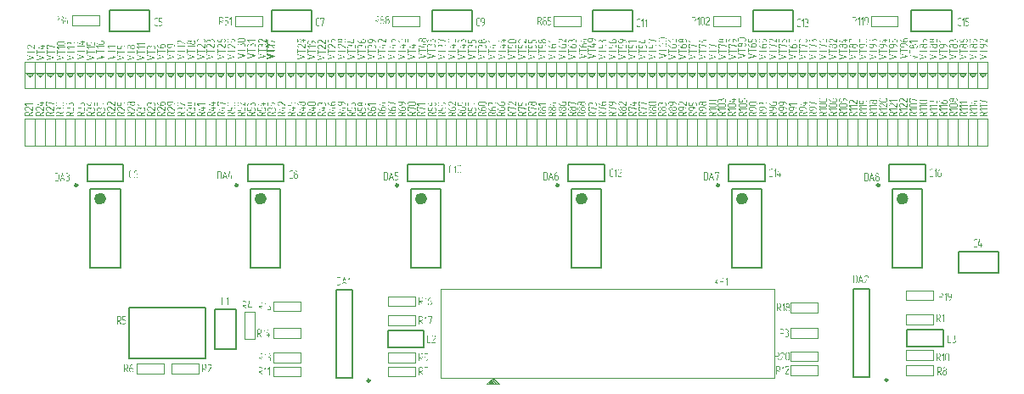
<source format=gto>
%FSLAX43Y43*%
%MOMM*%
G71*
G01*
G75*
G04 Layer_Color=65535*
%ADD10R,0.800X0.800*%
%ADD11R,0.800X0.800*%
%ADD12R,1.500X1.400*%
%ADD13R,2.500X0.700*%
%ADD14R,1.100X1.100*%
%ADD15R,1.400X1.500*%
%ADD16R,2.000X0.350*%
%ADD17C,0.400*%
%ADD18C,0.200*%
%ADD19C,1.500*%
%ADD20R,1.500X1.500*%
%ADD21C,1.600*%
%ADD22R,1.600X1.600*%
%ADD23C,3.200*%
%ADD24C,0.800*%
%ADD25C,0.250*%
%ADD26C,0.600*%
%ADD27C,0.100*%
G36*
X101574Y82960D02*
X101576D01*
X101578Y82958D01*
X101587Y82954D01*
X101596Y82945D01*
X101599Y82939D01*
X101600Y82932D01*
Y82930D01*
Y82928D01*
X101596Y82921D01*
X101594Y82916D01*
X101589Y82911D01*
X101583Y82907D01*
X101574Y82904D01*
X100823Y82700D01*
X100815Y82699D01*
X100814D01*
X100809Y82700D01*
X100803Y82702D01*
X100797Y82707D01*
X100795Y82709D01*
X100792Y82713D01*
X100788Y82721D01*
X100787Y82729D01*
Y82730D01*
Y82733D01*
X100789Y82737D01*
X100792Y82741D01*
X100793Y82743D01*
X100795Y82746D01*
X100800Y82751D01*
X100809Y82756D01*
X101455Y82932D01*
X100809Y83107D01*
X100808D01*
X100804Y83108D01*
X100799Y83111D01*
X100794Y83116D01*
X100793Y83117D01*
X100792Y83121D01*
X100789Y83127D01*
X100787Y83134D01*
Y83136D01*
X100788Y83141D01*
X100790Y83147D01*
X100795Y83155D01*
X100797Y83156D01*
X100800Y83160D01*
X100808Y83162D01*
X100816Y83163D01*
X100823D01*
X101574Y82960D01*
D02*
G37*
G36*
X100822Y83689D02*
X100829Y83686D01*
X100837Y83681D01*
X100838Y83680D01*
X100840Y83677D01*
X100844Y83669D01*
X100845Y83661D01*
Y83516D01*
X101574D01*
X101579Y83514D01*
X101587Y83512D01*
X101594Y83507D01*
X101595Y83506D01*
X101596Y83501D01*
X101599Y83495D01*
X101600Y83486D01*
Y83485D01*
X101599Y83482D01*
X101598Y83475D01*
X101594Y83466D01*
X101593Y83464D01*
X101588Y83462D01*
X101582Y83458D01*
X101572Y83457D01*
X100845D01*
Y83311D01*
Y83308D01*
X100844Y83304D01*
X100842Y83296D01*
X100838Y83290D01*
X100837Y83289D01*
X100832Y83286D01*
X100825Y83284D01*
X100816Y83283D01*
X100815D01*
X100811Y83284D01*
X100806Y83285D01*
X100799Y83289D01*
X100797Y83290D01*
X100793Y83295D01*
X100789Y83301D01*
X100787Y83311D01*
Y83661D01*
Y83662D01*
X100788Y83667D01*
X100790Y83673D01*
X100797Y83680D01*
X100798Y83681D01*
X100803Y83685D01*
X100809Y83689D01*
X100816Y83690D01*
X100817D01*
X100822Y83689D01*
D02*
G37*
G36*
X101402Y84211D02*
X101410Y84209D01*
X101417Y84204D01*
X101418Y84203D01*
X101421Y84200D01*
X101424Y84192D01*
X101426Y84183D01*
Y84096D01*
X101574D01*
X101579Y84095D01*
X101587Y84092D01*
X101594Y84087D01*
X101595Y84086D01*
X101596Y84081D01*
X101599Y84075D01*
X101600Y84067D01*
Y84066D01*
X101599Y84062D01*
X101598Y84056D01*
X101594Y84046D01*
X101593Y84045D01*
X101588Y84042D01*
X101582Y84039D01*
X101572Y84037D01*
X101426D01*
Y83834D01*
Y83831D01*
X101424Y83827D01*
X101422Y83820D01*
X101418Y83813D01*
X101417Y83812D01*
X101412Y83809D01*
X101406Y83806D01*
X101398Y83805D01*
X101392Y83806D01*
X100811Y83922D01*
X100809D01*
X100804Y83923D01*
X100798Y83927D01*
X100793Y83931D01*
X100787Y83950D01*
Y83952D01*
X100788Y83956D01*
X100790Y83963D01*
X100795Y83969D01*
X100797Y83970D01*
X100800Y83974D01*
X100808Y83978D01*
X100816Y83979D01*
X100822D01*
X101367Y83869D01*
Y84037D01*
X101221D01*
X101216Y84039D01*
X101211Y84041D01*
X101204Y84046D01*
X101203Y84047D01*
X101198Y84052D01*
X101194Y84058D01*
X101193Y84067D01*
Y84068D01*
X101194Y84073D01*
X101196Y84079D01*
X101201Y84086D01*
X101203Y84087D01*
X101206Y84091D01*
X101214Y84095D01*
X101222Y84096D01*
X101367D01*
Y84183D01*
Y84185D01*
X101368Y84189D01*
X101371Y84196D01*
X101377Y84202D01*
X101378Y84203D01*
X101383Y84207D01*
X101389Y84211D01*
X101396Y84212D01*
X101398D01*
X101402Y84211D01*
D02*
G37*
G36*
X100439Y84735D02*
X100452Y84734D01*
X100468Y84730D01*
X100488Y84724D01*
X100509Y84714D01*
X100529Y84702D01*
X100549Y84685D01*
X100551Y84682D01*
X100557Y84676D01*
X100565Y84665D01*
X100574Y84651D01*
X100584Y84632D01*
X100591Y84610D01*
X100598Y84587D01*
X100600Y84561D01*
Y84502D01*
Y84501D01*
Y84500D01*
Y84496D01*
X100599Y84491D01*
X100598Y84479D01*
X100594Y84463D01*
X100588Y84443D01*
X100579Y84424D01*
X100567Y84403D01*
X100550Y84382D01*
X100549D01*
X100548Y84380D01*
X100541Y84374D01*
X100531Y84365D01*
X100516Y84356D01*
X100498Y84346D01*
X100477Y84337D01*
X100454Y84331D01*
X100440Y84330D01*
X100427Y84329D01*
X99954D01*
X99949Y84330D01*
X99937Y84331D01*
X99920Y84335D01*
X99901Y84341D01*
X99881Y84350D01*
X99860Y84362D01*
X99839Y84379D01*
X99838Y84380D01*
X99837Y84381D01*
X99831Y84387D01*
X99822Y84398D01*
X99812Y84413D01*
X99804Y84431D01*
X99795Y84452D01*
X99789Y84475D01*
X99787Y84489D01*
Y84502D01*
Y84561D01*
Y84562D01*
Y84564D01*
Y84568D01*
X99788Y84573D01*
X99789Y84586D01*
X99793Y84603D01*
X99799Y84623D01*
X99809Y84643D01*
X99821Y84664D01*
X99838Y84684D01*
Y84685D01*
X99840Y84686D01*
X99847Y84692D01*
X99858Y84701D01*
X99872Y84710D01*
X99890Y84719D01*
X99911Y84728D01*
X99936Y84734D01*
X99948Y84736D01*
X100434D01*
X100439Y84735D01*
D02*
G37*
G36*
X100574Y82960D02*
X100576D01*
X100578Y82958D01*
X100587Y82954D01*
X100596Y82945D01*
X100599Y82939D01*
X100600Y82932D01*
Y82930D01*
Y82928D01*
X100596Y82921D01*
X100594Y82916D01*
X100589Y82911D01*
X100583Y82907D01*
X100574Y82904D01*
X99823Y82700D01*
X99815Y82699D01*
X99814D01*
X99809Y82700D01*
X99803Y82702D01*
X99797Y82707D01*
X99795Y82709D01*
X99792Y82713D01*
X99788Y82721D01*
X99787Y82729D01*
Y82730D01*
Y82733D01*
X99789Y82737D01*
X99792Y82741D01*
X99793Y82743D01*
X99795Y82746D01*
X99800Y82751D01*
X99809Y82756D01*
X100455Y82932D01*
X99809Y83107D01*
X99808D01*
X99804Y83108D01*
X99799Y83111D01*
X99794Y83116D01*
X99793Y83117D01*
X99792Y83121D01*
X99789Y83127D01*
X99787Y83134D01*
Y83136D01*
X99788Y83141D01*
X99790Y83147D01*
X99795Y83155D01*
X99797Y83156D01*
X99800Y83160D01*
X99808Y83162D01*
X99816Y83163D01*
X99823D01*
X100574Y82960D01*
D02*
G37*
G36*
X99822Y83689D02*
X99829Y83686D01*
X99837Y83681D01*
X99838Y83680D01*
X99840Y83677D01*
X99844Y83669D01*
X99845Y83661D01*
Y83516D01*
X100574D01*
X100579Y83514D01*
X100587Y83512D01*
X100594Y83507D01*
X100595Y83506D01*
X100596Y83501D01*
X100599Y83495D01*
X100600Y83486D01*
Y83485D01*
X100599Y83482D01*
X100598Y83475D01*
X100594Y83466D01*
X100593Y83464D01*
X100588Y83462D01*
X100582Y83458D01*
X100572Y83457D01*
X99845D01*
Y83311D01*
Y83308D01*
X99844Y83304D01*
X99842Y83296D01*
X99838Y83290D01*
X99837Y83289D01*
X99832Y83286D01*
X99825Y83284D01*
X99816Y83283D01*
X99815D01*
X99811Y83284D01*
X99806Y83285D01*
X99799Y83289D01*
X99797Y83290D01*
X99793Y83295D01*
X99789Y83301D01*
X99787Y83311D01*
Y83661D01*
Y83662D01*
X99788Y83667D01*
X99790Y83673D01*
X99797Y83680D01*
X99798Y83681D01*
X99803Y83685D01*
X99809Y83689D01*
X99816Y83690D01*
X99817D01*
X99822Y83689D01*
D02*
G37*
G36*
X100402Y84211D02*
X100410Y84209D01*
X100417Y84204D01*
X100418Y84203D01*
X100421Y84200D01*
X100424Y84192D01*
X100426Y84183D01*
Y84096D01*
X100574D01*
X100579Y84095D01*
X100587Y84092D01*
X100594Y84087D01*
X100595Y84086D01*
X100596Y84081D01*
X100599Y84075D01*
X100600Y84067D01*
Y84066D01*
X100599Y84062D01*
X100598Y84056D01*
X100594Y84046D01*
X100593Y84045D01*
X100588Y84042D01*
X100582Y84039D01*
X100572Y84037D01*
X100426D01*
Y83834D01*
Y83831D01*
X100424Y83827D01*
X100422Y83820D01*
X100418Y83813D01*
X100417Y83812D01*
X100412Y83809D01*
X100406Y83806D01*
X100398Y83805D01*
X100392Y83806D01*
X99811Y83922D01*
X99809D01*
X99804Y83923D01*
X99798Y83927D01*
X99793Y83931D01*
X99787Y83950D01*
Y83952D01*
X99788Y83956D01*
X99790Y83963D01*
X99795Y83969D01*
X99797Y83970D01*
X99800Y83974D01*
X99808Y83978D01*
X99816Y83979D01*
X99822D01*
X100367Y83869D01*
Y84037D01*
X100221D01*
X100216Y84039D01*
X100211Y84041D01*
X100204Y84046D01*
X100203Y84047D01*
X100198Y84052D01*
X100194Y84058D01*
X100193Y84067D01*
Y84068D01*
X100194Y84073D01*
X100196Y84079D01*
X100201Y84086D01*
X100203Y84087D01*
X100206Y84091D01*
X100214Y84095D01*
X100222Y84096D01*
X100367D01*
Y84183D01*
Y84185D01*
X100368Y84189D01*
X100371Y84196D01*
X100377Y84202D01*
X100378Y84203D01*
X100383Y84207D01*
X100389Y84211D01*
X100396Y84212D01*
X100398D01*
X100402Y84211D01*
D02*
G37*
G36*
X101439Y84676D02*
X101452Y84675D01*
X101470Y84671D01*
X101489Y84665D01*
X101509Y84656D01*
X101531Y84643D01*
X101550Y84626D01*
X101552Y84624D01*
X101557Y84618D01*
X101566Y84607D01*
X101574Y84592D01*
X101584Y84574D01*
X101593Y84553D01*
X101598Y84529D01*
X101600Y84503D01*
Y84357D01*
Y84354D01*
X101599Y84350D01*
X101596Y84342D01*
X101593Y84336D01*
X101591Y84335D01*
X101587Y84333D01*
X101579Y84330D01*
X101571Y84329D01*
X101570D01*
X101566Y84330D01*
X101561Y84331D01*
X101554Y84335D01*
X101551Y84336D01*
X101548Y84341D01*
X101544Y84347D01*
X101541Y84357D01*
Y84502D01*
Y84504D01*
Y84511D01*
X101540Y84519D01*
X101538Y84531D01*
X101533Y84543D01*
X101528Y84558D01*
X101520Y84571D01*
X101509Y84585D01*
X101507Y84586D01*
X101502Y84590D01*
X101495Y84596D01*
X101485Y84602D01*
X101473Y84608D01*
X101459Y84614D01*
X101443Y84618D01*
X101426Y84619D01*
X101301D01*
X101293Y84618D01*
X101282Y84615D01*
X101268Y84610D01*
X101255Y84604D01*
X101242Y84596D01*
X101228Y84585D01*
X101227Y84584D01*
X101223Y84579D01*
X101217Y84571D01*
X101211Y84562D01*
X101205Y84551D01*
X101199Y84536D01*
X101195Y84520D01*
X101194Y84502D01*
Y84473D01*
Y84470D01*
X101193Y84465D01*
X101190Y84458D01*
X101187Y84452D01*
X101185Y84451D01*
X101181Y84448D01*
X101173Y84446D01*
X101165Y84445D01*
X101164D01*
X101160Y84446D01*
X101155Y84447D01*
X101148Y84451D01*
X101145Y84452D01*
X101142Y84457D01*
X101138Y84463D01*
X101135Y84473D01*
Y84475D01*
Y84481D01*
X101134Y84490D01*
X101132Y84502D01*
X101127Y84514D01*
X101122Y84529D01*
X101114Y84542D01*
X101103Y84556D01*
X101101Y84557D01*
X101096Y84561D01*
X101089Y84567D01*
X101079Y84573D01*
X101067Y84579D01*
X101053Y84585D01*
X101037Y84589D01*
X101020Y84590D01*
X100954D01*
X100945Y84589D01*
X100933Y84586D01*
X100921Y84581D01*
X100906Y84575D01*
X100893Y84567D01*
X100879Y84556D01*
X100878Y84554D01*
X100875Y84550D01*
X100868Y84542D01*
X100862Y84532D01*
X100856Y84521D01*
X100850Y84507D01*
X100847Y84491D01*
X100845Y84473D01*
Y84357D01*
Y84354D01*
X100844Y84350D01*
X100842Y84342D01*
X100838Y84336D01*
X100837Y84335D01*
X100832Y84333D01*
X100825Y84330D01*
X100816Y84329D01*
X100815D01*
X100811Y84330D01*
X100806Y84331D01*
X100799Y84335D01*
X100797Y84336D01*
X100793Y84341D01*
X100789Y84347D01*
X100787Y84357D01*
Y84473D01*
Y84474D01*
Y84476D01*
Y84480D01*
X100788Y84485D01*
X100789Y84498D01*
X100793Y84515D01*
X100799Y84535D01*
X100809Y84556D01*
X100821Y84578D01*
X100838Y84597D01*
X100840Y84600D01*
X100847Y84606D01*
X100858Y84613D01*
X100872Y84623D01*
X100890Y84632D01*
X100911Y84640D01*
X100936Y84646D01*
X100962Y84648D01*
X101050D01*
X101062Y84645D01*
X101065D01*
X101072Y84642D01*
X101083Y84639D01*
X101095Y84631D01*
X101096Y84630D01*
X101100Y84629D01*
X101106Y84625D01*
X101115Y84620D01*
X101123Y84613D01*
X101134Y84606D01*
X101145Y84595D01*
X101156Y84584D01*
X101157Y84585D01*
X101160Y84590D01*
X101165Y84597D01*
X101171Y84607D01*
X101179Y84617D01*
X101190Y84628D01*
X101204Y84639D01*
X101218Y84649D01*
X101221Y84651D01*
X101226Y84654D01*
X101234Y84658D01*
X101245Y84664D01*
X101260Y84669D01*
X101274Y84673D01*
X101292Y84676D01*
X101310Y84678D01*
X101434D01*
X101439Y84676D01*
D02*
G37*
G36*
X103574Y82960D02*
X103576D01*
X103578Y82958D01*
X103587Y82954D01*
X103596Y82945D01*
X103599Y82939D01*
X103600Y82932D01*
Y82930D01*
Y82928D01*
X103596Y82921D01*
X103594Y82916D01*
X103589Y82911D01*
X103583Y82907D01*
X103574Y82904D01*
X102823Y82700D01*
X102815Y82699D01*
X102814D01*
X102809Y82700D01*
X102803Y82702D01*
X102797Y82707D01*
X102795Y82709D01*
X102792Y82713D01*
X102788Y82721D01*
X102787Y82729D01*
Y82730D01*
Y82733D01*
X102789Y82737D01*
X102792Y82741D01*
X102793Y82743D01*
X102795Y82746D01*
X102800Y82751D01*
X102809Y82756D01*
X103455Y82932D01*
X102809Y83107D01*
X102808D01*
X102804Y83108D01*
X102799Y83111D01*
X102794Y83116D01*
X102793Y83117D01*
X102792Y83121D01*
X102789Y83127D01*
X102787Y83134D01*
Y83136D01*
X102788Y83141D01*
X102790Y83147D01*
X102795Y83155D01*
X102797Y83156D01*
X102800Y83160D01*
X102808Y83162D01*
X102816Y83163D01*
X102823D01*
X103574Y82960D01*
D02*
G37*
G36*
X102822Y83689D02*
X102829Y83686D01*
X102837Y83681D01*
X102838Y83680D01*
X102840Y83677D01*
X102844Y83669D01*
X102845Y83661D01*
Y83516D01*
X103574D01*
X103579Y83514D01*
X103587Y83512D01*
X103594Y83507D01*
X103595Y83506D01*
X103596Y83501D01*
X103599Y83495D01*
X103600Y83486D01*
Y83485D01*
X103599Y83482D01*
X103598Y83475D01*
X103594Y83466D01*
X103593Y83464D01*
X103588Y83462D01*
X103582Y83458D01*
X103572Y83457D01*
X102845D01*
Y83311D01*
Y83308D01*
X102844Y83304D01*
X102842Y83296D01*
X102838Y83290D01*
X102837Y83289D01*
X102832Y83286D01*
X102825Y83284D01*
X102816Y83283D01*
X102815D01*
X102811Y83284D01*
X102806Y83285D01*
X102799Y83289D01*
X102797Y83290D01*
X102793Y83295D01*
X102789Y83301D01*
X102787Y83311D01*
Y83661D01*
Y83662D01*
X102788Y83667D01*
X102790Y83673D01*
X102797Y83680D01*
X102798Y83681D01*
X102803Y83685D01*
X102809Y83689D01*
X102816Y83690D01*
X102817D01*
X102822Y83689D01*
D02*
G37*
G36*
X103439Y84153D02*
X103452Y84152D01*
X103470Y84148D01*
X103489Y84142D01*
X103509Y84133D01*
X103531Y84120D01*
X103550Y84103D01*
X103552Y84101D01*
X103557Y84095D01*
X103566Y84084D01*
X103574Y84069D01*
X103584Y84051D01*
X103593Y84030D01*
X103598Y84006D01*
X103600Y83980D01*
Y83834D01*
Y83831D01*
X103599Y83827D01*
X103596Y83819D01*
X103593Y83813D01*
X103591Y83812D01*
X103587Y83809D01*
X103579Y83807D01*
X103571Y83806D01*
X103570D01*
X103566Y83807D01*
X103561Y83808D01*
X103554Y83812D01*
X103551Y83813D01*
X103548Y83818D01*
X103544Y83824D01*
X103541Y83834D01*
Y83979D01*
Y83981D01*
Y83987D01*
X103540Y83996D01*
X103538Y84008D01*
X103533Y84020D01*
X103528Y84035D01*
X103520Y84048D01*
X103509Y84062D01*
X103507Y84063D01*
X103502Y84067D01*
X103495Y84073D01*
X103485Y84079D01*
X103473Y84085D01*
X103459Y84091D01*
X103443Y84095D01*
X103426Y84096D01*
X103301D01*
X103293Y84095D01*
X103282Y84092D01*
X103268Y84087D01*
X103255Y84081D01*
X103242Y84073D01*
X103228Y84062D01*
X103227Y84061D01*
X103223Y84056D01*
X103217Y84048D01*
X103211Y84039D01*
X103205Y84028D01*
X103199Y84013D01*
X103195Y83997D01*
X103194Y83979D01*
Y83950D01*
Y83947D01*
X103193Y83942D01*
X103190Y83935D01*
X103187Y83929D01*
X103185Y83928D01*
X103181Y83925D01*
X103173Y83923D01*
X103165Y83922D01*
X103164D01*
X103160Y83923D01*
X103155Y83924D01*
X103148Y83928D01*
X103145Y83929D01*
X103142Y83934D01*
X103138Y83940D01*
X103135Y83950D01*
Y83952D01*
Y83958D01*
X103134Y83967D01*
X103132Y83979D01*
X103127Y83991D01*
X103122Y84006D01*
X103114Y84019D01*
X103103Y84033D01*
X103101Y84034D01*
X103096Y84037D01*
X103089Y84044D01*
X103079Y84050D01*
X103067Y84056D01*
X103053Y84062D01*
X103037Y84066D01*
X103020Y84067D01*
X102954D01*
X102945Y84066D01*
X102933Y84063D01*
X102921Y84058D01*
X102906Y84052D01*
X102893Y84044D01*
X102879Y84033D01*
X102878Y84031D01*
X102875Y84026D01*
X102868Y84019D01*
X102862Y84009D01*
X102856Y83998D01*
X102850Y83984D01*
X102847Y83968D01*
X102845Y83950D01*
Y83834D01*
Y83831D01*
X102844Y83827D01*
X102842Y83819D01*
X102838Y83813D01*
X102837Y83812D01*
X102832Y83809D01*
X102825Y83807D01*
X102816Y83806D01*
X102815D01*
X102811Y83807D01*
X102806Y83808D01*
X102799Y83812D01*
X102797Y83813D01*
X102793Y83818D01*
X102789Y83824D01*
X102787Y83834D01*
Y83950D01*
Y83951D01*
Y83953D01*
Y83957D01*
X102788Y83962D01*
X102789Y83975D01*
X102793Y83992D01*
X102799Y84012D01*
X102809Y84033D01*
X102821Y84055D01*
X102838Y84074D01*
X102840Y84076D01*
X102847Y84083D01*
X102857Y84090D01*
X102872Y84100D01*
X102890Y84109D01*
X102911Y84117D01*
X102936Y84123D01*
X102962Y84125D01*
X103050D01*
X103062Y84122D01*
X103065D01*
X103072Y84119D01*
X103083Y84115D01*
X103095Y84108D01*
X103096Y84107D01*
X103100Y84106D01*
X103106Y84102D01*
X103115Y84097D01*
X103123Y84090D01*
X103134Y84083D01*
X103145Y84072D01*
X103156Y84061D01*
X103157Y84062D01*
X103160Y84067D01*
X103165Y84074D01*
X103171Y84084D01*
X103179Y84094D01*
X103190Y84105D01*
X103204Y84115D01*
X103218Y84126D01*
X103221Y84128D01*
X103226Y84131D01*
X103234Y84135D01*
X103245Y84141D01*
X103260Y84146D01*
X103274Y84150D01*
X103292Y84153D01*
X103310Y84155D01*
X103434D01*
X103439Y84153D01*
D02*
G37*
G36*
X102439Y84618D02*
X102452Y84617D01*
X102468Y84613D01*
X102488Y84607D01*
X102509Y84597D01*
X102529Y84585D01*
X102549Y84568D01*
X102551Y84565D01*
X102557Y84559D01*
X102565Y84548D01*
X102574Y84534D01*
X102584Y84515D01*
X102591Y84495D01*
X102598Y84470D01*
X102600Y84445D01*
Y84298D01*
Y84296D01*
X102599Y84291D01*
X102596Y84284D01*
X102593Y84278D01*
X102591Y84276D01*
X102587Y84274D01*
X102579Y84272D01*
X102571Y84270D01*
X102570D01*
X102566Y84272D01*
X102561Y84273D01*
X102554Y84276D01*
X102551Y84278D01*
X102548Y84283D01*
X102544Y84289D01*
X102541Y84298D01*
Y84445D01*
Y84447D01*
Y84453D01*
X102540Y84462D01*
X102538Y84473D01*
X102533Y84486D01*
X102528Y84500D01*
X102520Y84513D01*
X102509Y84526D01*
X102507Y84528D01*
X102502Y84531D01*
X102495Y84537D01*
X102485Y84543D01*
X102473Y84550D01*
X102460Y84556D01*
X102444Y84559D01*
X102427Y84561D01*
X102303D01*
X102294Y84559D01*
X102283Y84557D01*
X102270Y84552D01*
X102256Y84546D01*
X102243Y84537D01*
X102229Y84526D01*
X102228Y84525D01*
X102224Y84520D01*
X102218Y84513D01*
X102212Y84503D01*
X102206Y84491D01*
X102200Y84478D01*
X102196Y84462D01*
X102195Y84445D01*
Y84298D01*
Y84297D01*
Y84294D01*
X102194Y84290D01*
X102192Y84285D01*
X102188Y84279D01*
X102183Y84275D01*
X102177Y84272D01*
X102167Y84270D01*
X101811D01*
X101806Y84272D01*
X101801Y84274D01*
X101797Y84278D01*
X101792Y84283D01*
X101788Y84289D01*
X101787Y84298D01*
Y84590D01*
Y84591D01*
X101788Y84596D01*
X101790Y84602D01*
X101797Y84609D01*
X101798Y84610D01*
X101803Y84614D01*
X101809Y84618D01*
X101816Y84619D01*
X101817D01*
X101822Y84618D01*
X101829Y84615D01*
X101837Y84610D01*
X101838Y84609D01*
X101840Y84606D01*
X101844Y84598D01*
X101845Y84590D01*
Y84329D01*
X102137D01*
Y84445D01*
Y84446D01*
Y84448D01*
Y84452D01*
X102138Y84457D01*
X102139Y84470D01*
X102143Y84487D01*
X102149Y84507D01*
X102159Y84528D01*
X102171Y84548D01*
X102188Y84568D01*
X102190Y84570D01*
X102196Y84576D01*
X102207Y84584D01*
X102222Y84593D01*
X102240Y84603D01*
X102261Y84610D01*
X102285Y84617D01*
X102311Y84619D01*
X102434D01*
X102439Y84618D01*
D02*
G37*
G36*
X102574Y82960D02*
X102576D01*
X102578Y82958D01*
X102587Y82954D01*
X102596Y82945D01*
X102599Y82939D01*
X102600Y82932D01*
Y82930D01*
Y82928D01*
X102596Y82921D01*
X102594Y82916D01*
X102589Y82911D01*
X102583Y82907D01*
X102574Y82904D01*
X101823Y82700D01*
X101815Y82699D01*
X101814D01*
X101809Y82700D01*
X101803Y82702D01*
X101797Y82707D01*
X101795Y82709D01*
X101792Y82713D01*
X101788Y82721D01*
X101787Y82729D01*
Y82730D01*
Y82733D01*
X101789Y82737D01*
X101792Y82741D01*
X101793Y82743D01*
X101795Y82746D01*
X101800Y82751D01*
X101809Y82756D01*
X102455Y82932D01*
X101809Y83107D01*
X101808D01*
X101804Y83108D01*
X101799Y83111D01*
X101794Y83116D01*
X101793Y83117D01*
X101792Y83121D01*
X101789Y83127D01*
X101787Y83134D01*
Y83136D01*
X101788Y83141D01*
X101790Y83147D01*
X101795Y83155D01*
X101797Y83156D01*
X101800Y83160D01*
X101808Y83162D01*
X101816Y83163D01*
X101823D01*
X102574Y82960D01*
D02*
G37*
G36*
X101822Y83689D02*
X101829Y83686D01*
X101837Y83681D01*
X101838Y83680D01*
X101840Y83677D01*
X101844Y83669D01*
X101845Y83661D01*
Y83516D01*
X102574D01*
X102579Y83514D01*
X102587Y83512D01*
X102594Y83507D01*
X102595Y83506D01*
X102596Y83501D01*
X102599Y83495D01*
X102600Y83486D01*
Y83485D01*
X102599Y83482D01*
X102598Y83475D01*
X102594Y83466D01*
X102593Y83464D01*
X102588Y83462D01*
X102582Y83458D01*
X102572Y83457D01*
X101845D01*
Y83311D01*
Y83308D01*
X101844Y83304D01*
X101842Y83296D01*
X101838Y83290D01*
X101837Y83289D01*
X101832Y83286D01*
X101825Y83284D01*
X101816Y83283D01*
X101815D01*
X101811Y83284D01*
X101806Y83285D01*
X101799Y83289D01*
X101797Y83290D01*
X101793Y83295D01*
X101789Y83301D01*
X101787Y83311D01*
Y83661D01*
Y83662D01*
X101788Y83667D01*
X101790Y83673D01*
X101797Y83680D01*
X101798Y83681D01*
X101803Y83685D01*
X101809Y83689D01*
X101816Y83690D01*
X101817D01*
X101822Y83689D01*
D02*
G37*
G36*
X102439Y84153D02*
X102452Y84152D01*
X102470Y84148D01*
X102489Y84142D01*
X102509Y84133D01*
X102531Y84120D01*
X102550Y84103D01*
X102552Y84101D01*
X102557Y84095D01*
X102566Y84084D01*
X102574Y84069D01*
X102584Y84051D01*
X102593Y84030D01*
X102598Y84006D01*
X102600Y83980D01*
Y83834D01*
Y83831D01*
X102599Y83827D01*
X102596Y83819D01*
X102593Y83813D01*
X102591Y83812D01*
X102587Y83809D01*
X102579Y83807D01*
X102571Y83806D01*
X102570D01*
X102566Y83807D01*
X102561Y83808D01*
X102554Y83812D01*
X102551Y83813D01*
X102548Y83818D01*
X102544Y83824D01*
X102541Y83834D01*
Y83979D01*
Y83981D01*
Y83987D01*
X102540Y83996D01*
X102538Y84008D01*
X102533Y84020D01*
X102528Y84035D01*
X102520Y84048D01*
X102509Y84062D01*
X102507Y84063D01*
X102502Y84067D01*
X102495Y84073D01*
X102485Y84079D01*
X102473Y84085D01*
X102459Y84091D01*
X102443Y84095D01*
X102426Y84096D01*
X102301D01*
X102293Y84095D01*
X102282Y84092D01*
X102268Y84087D01*
X102255Y84081D01*
X102242Y84073D01*
X102228Y84062D01*
X102227Y84061D01*
X102223Y84056D01*
X102217Y84048D01*
X102211Y84039D01*
X102205Y84028D01*
X102199Y84013D01*
X102195Y83997D01*
X102194Y83979D01*
Y83950D01*
Y83947D01*
X102193Y83942D01*
X102190Y83935D01*
X102187Y83929D01*
X102185Y83928D01*
X102181Y83925D01*
X102173Y83923D01*
X102165Y83922D01*
X102164D01*
X102160Y83923D01*
X102155Y83924D01*
X102148Y83928D01*
X102145Y83929D01*
X102142Y83934D01*
X102138Y83940D01*
X102135Y83950D01*
Y83952D01*
Y83958D01*
X102134Y83967D01*
X102132Y83979D01*
X102127Y83991D01*
X102122Y84006D01*
X102114Y84019D01*
X102103Y84033D01*
X102101Y84034D01*
X102096Y84037D01*
X102089Y84044D01*
X102079Y84050D01*
X102067Y84056D01*
X102053Y84062D01*
X102037Y84066D01*
X102020Y84067D01*
X101954D01*
X101945Y84066D01*
X101933Y84063D01*
X101921Y84058D01*
X101906Y84052D01*
X101893Y84044D01*
X101879Y84033D01*
X101878Y84031D01*
X101875Y84026D01*
X101868Y84019D01*
X101862Y84009D01*
X101856Y83998D01*
X101850Y83984D01*
X101847Y83968D01*
X101845Y83950D01*
Y83834D01*
Y83831D01*
X101844Y83827D01*
X101842Y83819D01*
X101838Y83813D01*
X101837Y83812D01*
X101832Y83809D01*
X101825Y83807D01*
X101816Y83806D01*
X101815D01*
X101811Y83807D01*
X101806Y83808D01*
X101799Y83812D01*
X101797Y83813D01*
X101793Y83818D01*
X101789Y83824D01*
X101787Y83834D01*
Y83950D01*
Y83951D01*
Y83953D01*
Y83957D01*
X101788Y83962D01*
X101789Y83975D01*
X101793Y83992D01*
X101799Y84012D01*
X101809Y84033D01*
X101821Y84055D01*
X101838Y84074D01*
X101840Y84076D01*
X101847Y84083D01*
X101858Y84090D01*
X101872Y84100D01*
X101890Y84109D01*
X101911Y84117D01*
X101936Y84123D01*
X101962Y84125D01*
X102050D01*
X102062Y84122D01*
X102065D01*
X102072Y84119D01*
X102083Y84115D01*
X102095Y84108D01*
X102096Y84107D01*
X102100Y84106D01*
X102106Y84102D01*
X102115Y84097D01*
X102123Y84090D01*
X102134Y84083D01*
X102145Y84072D01*
X102156Y84061D01*
X102157Y84062D01*
X102160Y84067D01*
X102165Y84074D01*
X102171Y84084D01*
X102179Y84094D01*
X102190Y84105D01*
X102204Y84115D01*
X102218Y84126D01*
X102221Y84128D01*
X102226Y84131D01*
X102234Y84135D01*
X102245Y84141D01*
X102260Y84146D01*
X102274Y84150D01*
X102292Y84153D01*
X102310Y84155D01*
X102434D01*
X102439Y84153D01*
D02*
G37*
G36*
X98823Y84676D02*
X99578Y84501D01*
X99579D01*
X99582Y84500D01*
X99587Y84496D01*
X99595Y84491D01*
X99600Y84473D01*
Y84471D01*
X99599Y84467D01*
X99598Y84459D01*
X99594Y84452D01*
X99593Y84451D01*
X99589Y84448D01*
X99582Y84445D01*
X99573Y84443D01*
X99565Y84445D01*
X98845Y84610D01*
Y84329D01*
X98906D01*
X98911Y84328D01*
X98918Y84325D01*
X98926Y84320D01*
X98927Y84319D01*
X98928Y84314D01*
X98931Y84308D01*
X98932Y84300D01*
Y84298D01*
X98931Y84295D01*
X98929Y84289D01*
X98926Y84279D01*
X98925Y84278D01*
X98920Y84275D01*
X98914Y84272D01*
X98904Y84270D01*
X98811D01*
X98806Y84272D01*
X98801Y84274D01*
X98797Y84278D01*
X98792Y84283D01*
X98788Y84289D01*
X98787Y84298D01*
Y84647D01*
Y84648D01*
Y84649D01*
X98788Y84654D01*
X98789Y84662D01*
X98794Y84669D01*
X98795Y84670D01*
X98799Y84674D01*
X98806Y84676D01*
X98815Y84678D01*
X98823Y84676D01*
D02*
G37*
G36*
X97640Y83026D02*
X97641D01*
X97643Y83024D01*
X97652Y83019D01*
X97662Y83011D01*
X97664Y83005D01*
X97665Y82998D01*
Y82996D01*
Y82994D01*
X97662Y82987D01*
X97659Y82982D01*
X97654Y82977D01*
X97648Y82973D01*
X97640Y82969D01*
X96889Y82766D01*
X96880Y82765D01*
X96879D01*
X96874Y82766D01*
X96868Y82768D01*
X96862Y82773D01*
X96861Y82774D01*
X96857Y82779D01*
X96853Y82787D01*
X96852Y82795D01*
Y82796D01*
Y82799D01*
X96854Y82802D01*
X96857Y82807D01*
X96858Y82809D01*
X96861Y82812D01*
X96865Y82817D01*
X96874Y82822D01*
X97520Y82998D01*
X96874Y83173D01*
X96873D01*
X96869Y83174D01*
X96864Y83177D01*
X96859Y83182D01*
X96858Y83183D01*
X96857Y83187D01*
X96854Y83193D01*
X96852Y83200D01*
Y83202D01*
X96853Y83207D01*
X96856Y83213D01*
X96861Y83221D01*
X96862Y83222D01*
X96865Y83226D01*
X96873Y83228D01*
X96881Y83229D01*
X96889D01*
X97640Y83026D01*
D02*
G37*
G36*
X96887Y83755D02*
X96895Y83752D01*
X96902Y83747D01*
X96903Y83746D01*
X96906Y83742D01*
X96909Y83735D01*
X96910Y83727D01*
Y83582D01*
X97640D01*
X97644Y83580D01*
X97652Y83578D01*
X97659Y83573D01*
X97660Y83572D01*
X97662Y83567D01*
X97664Y83561D01*
X97665Y83552D01*
Y83551D01*
X97664Y83547D01*
X97663Y83541D01*
X97659Y83532D01*
X97658Y83530D01*
X97653Y83528D01*
X97647Y83524D01*
X97637Y83523D01*
X96910D01*
Y83377D01*
Y83374D01*
X96909Y83369D01*
X96907Y83362D01*
X96903Y83356D01*
X96902Y83355D01*
X96897Y83352D01*
X96890Y83350D01*
X96881Y83349D01*
X96880D01*
X96876Y83350D01*
X96871Y83351D01*
X96864Y83355D01*
X96862Y83356D01*
X96858Y83361D01*
X96854Y83367D01*
X96852Y83377D01*
Y83727D01*
Y83728D01*
X96853Y83733D01*
X96856Y83739D01*
X96862Y83746D01*
X96863Y83747D01*
X96868Y83751D01*
X96874Y83755D01*
X96881Y83756D01*
X96882D01*
X96887Y83755D01*
D02*
G37*
G36*
X97468Y84276D02*
X97475Y84275D01*
X97482Y84270D01*
X97484Y84269D01*
X97486Y84266D01*
X97490Y84258D01*
X97491Y84248D01*
Y84162D01*
X97640D01*
X97644Y84161D01*
X97652Y84158D01*
X97659Y84153D01*
X97660Y84152D01*
X97662Y84147D01*
X97664Y84141D01*
X97665Y84133D01*
Y84131D01*
X97664Y84128D01*
X97663Y84122D01*
X97659Y84112D01*
X97658Y84111D01*
X97653Y84108D01*
X97647Y84105D01*
X97637Y84103D01*
X97491D01*
Y83900D01*
Y83897D01*
X97490Y83892D01*
X97487Y83886D01*
X97484Y83879D01*
X97482Y83878D01*
X97477Y83875D01*
X97471Y83872D01*
X97463Y83870D01*
X97457Y83872D01*
X96876Y83988D01*
X96874D01*
X96869Y83989D01*
X96863Y83992D01*
X96858Y83997D01*
X96852Y84016D01*
Y84018D01*
X96853Y84022D01*
X96856Y84029D01*
X96861Y84035D01*
X96862Y84036D01*
X96865Y84040D01*
X96873Y84044D01*
X96881Y84045D01*
X96887D01*
X97432Y83935D01*
Y84103D01*
X97286D01*
X97281Y84105D01*
X97276Y84107D01*
X97269Y84112D01*
X97268Y84113D01*
X97263Y84118D01*
X97259Y84124D01*
X97258Y84133D01*
Y84134D01*
X97259Y84139D01*
X97262Y84145D01*
X97267Y84152D01*
X97268Y84153D01*
X97271Y84157D01*
X97279Y84161D01*
X97287Y84162D01*
X97432D01*
Y84248D01*
Y84251D01*
X97434Y84255D01*
X97436Y84262D01*
X97442Y84268D01*
X97443Y84269D01*
X97448Y84273D01*
X97454Y84276D01*
X97462Y84278D01*
X97463D01*
X97468Y84276D01*
D02*
G37*
G36*
X95823Y84735D02*
X96578Y84559D01*
X96579D01*
X96582Y84558D01*
X96587Y84554D01*
X96595Y84550D01*
X96600Y84531D01*
Y84530D01*
X96599Y84525D01*
X96598Y84518D01*
X96594Y84511D01*
X96593Y84509D01*
X96589Y84507D01*
X96582Y84503D01*
X96573Y84502D01*
X96565Y84503D01*
X95845Y84669D01*
Y84387D01*
X95906D01*
X95911Y84386D01*
X95918Y84384D01*
X95926Y84379D01*
X95927Y84378D01*
X95928Y84373D01*
X95931Y84367D01*
X95932Y84358D01*
Y84357D01*
X95931Y84353D01*
X95929Y84347D01*
X95926Y84337D01*
X95925Y84336D01*
X95920Y84334D01*
X95914Y84330D01*
X95904Y84329D01*
X95811D01*
X95806Y84330D01*
X95801Y84333D01*
X95797Y84336D01*
X95792Y84341D01*
X95788Y84347D01*
X95787Y84357D01*
Y84706D01*
Y84707D01*
Y84708D01*
X95788Y84713D01*
X95789Y84720D01*
X95794Y84728D01*
X95795Y84729D01*
X95799Y84732D01*
X95806Y84735D01*
X95815Y84736D01*
X95823Y84735D01*
D02*
G37*
G36*
X96574Y82960D02*
X96576D01*
X96578Y82958D01*
X96587Y82954D01*
X96596Y82945D01*
X96599Y82939D01*
X96600Y82932D01*
Y82930D01*
Y82928D01*
X96596Y82921D01*
X96594Y82916D01*
X96589Y82911D01*
X96583Y82907D01*
X96574Y82904D01*
X95823Y82700D01*
X95815Y82699D01*
X95814D01*
X95809Y82700D01*
X95803Y82702D01*
X95797Y82707D01*
X95795Y82709D01*
X95792Y82713D01*
X95788Y82721D01*
X95787Y82729D01*
Y82730D01*
Y82733D01*
X95789Y82737D01*
X95792Y82741D01*
X95793Y82743D01*
X95795Y82746D01*
X95800Y82751D01*
X95809Y82756D01*
X96455Y82932D01*
X95809Y83107D01*
X95808D01*
X95804Y83108D01*
X95799Y83111D01*
X95794Y83116D01*
X95793Y83117D01*
X95792Y83121D01*
X95789Y83127D01*
X95787Y83134D01*
Y83136D01*
X95788Y83141D01*
X95790Y83147D01*
X95795Y83155D01*
X95797Y83156D01*
X95800Y83160D01*
X95808Y83162D01*
X95816Y83163D01*
X95823D01*
X96574Y82960D01*
D02*
G37*
G36*
X95822Y83689D02*
X95829Y83686D01*
X95837Y83681D01*
X95838Y83680D01*
X95840Y83677D01*
X95844Y83669D01*
X95845Y83661D01*
Y83516D01*
X96574D01*
X96579Y83514D01*
X96587Y83512D01*
X96594Y83507D01*
X96595Y83506D01*
X96596Y83501D01*
X96599Y83495D01*
X96600Y83486D01*
Y83485D01*
X96599Y83482D01*
X96598Y83475D01*
X96594Y83466D01*
X96593Y83464D01*
X96588Y83462D01*
X96582Y83458D01*
X96572Y83457D01*
X95845D01*
Y83311D01*
Y83308D01*
X95844Y83304D01*
X95842Y83296D01*
X95838Y83290D01*
X95837Y83289D01*
X95832Y83286D01*
X95825Y83284D01*
X95816Y83283D01*
X95815D01*
X95811Y83284D01*
X95806Y83285D01*
X95799Y83289D01*
X95797Y83290D01*
X95793Y83295D01*
X95789Y83301D01*
X95787Y83311D01*
Y83661D01*
Y83662D01*
X95788Y83667D01*
X95790Y83673D01*
X95797Y83680D01*
X95798Y83681D01*
X95803Y83685D01*
X95809Y83689D01*
X95816Y83690D01*
X95817D01*
X95822Y83689D01*
D02*
G37*
G36*
X96402Y84211D02*
X96410Y84209D01*
X96417Y84204D01*
X96418Y84203D01*
X96421Y84200D01*
X96424Y84192D01*
X96426Y84183D01*
Y84096D01*
X96574D01*
X96579Y84095D01*
X96587Y84092D01*
X96594Y84087D01*
X96595Y84086D01*
X96596Y84081D01*
X96599Y84075D01*
X96600Y84067D01*
Y84066D01*
X96599Y84062D01*
X96598Y84056D01*
X96594Y84046D01*
X96593Y84045D01*
X96588Y84042D01*
X96582Y84039D01*
X96572Y84037D01*
X96426D01*
Y83834D01*
Y83831D01*
X96424Y83827D01*
X96422Y83820D01*
X96418Y83813D01*
X96417Y83812D01*
X96412Y83809D01*
X96406Y83806D01*
X96398Y83805D01*
X96392Y83806D01*
X95811Y83922D01*
X95809D01*
X95804Y83923D01*
X95798Y83927D01*
X95793Y83931D01*
X95787Y83950D01*
Y83952D01*
X95788Y83956D01*
X95790Y83963D01*
X95795Y83969D01*
X95797Y83970D01*
X95800Y83974D01*
X95808Y83978D01*
X95816Y83979D01*
X95822D01*
X96367Y83869D01*
Y84037D01*
X96221D01*
X96216Y84039D01*
X96211Y84041D01*
X96204Y84046D01*
X96203Y84047D01*
X96198Y84052D01*
X96194Y84058D01*
X96193Y84067D01*
Y84068D01*
X96194Y84073D01*
X96196Y84079D01*
X96201Y84086D01*
X96203Y84087D01*
X96206Y84091D01*
X96214Y84095D01*
X96222Y84096D01*
X96367D01*
Y84183D01*
Y84185D01*
X96368Y84189D01*
X96371Y84196D01*
X96377Y84202D01*
X96378Y84203D01*
X96383Y84207D01*
X96389Y84211D01*
X96396Y84212D01*
X96398D01*
X96402Y84211D01*
D02*
G37*
G36*
X97504Y84801D02*
X97518Y84800D01*
X97535Y84796D01*
X97554Y84790D01*
X97574Y84780D01*
X97596Y84768D01*
X97615Y84751D01*
X97618Y84748D01*
X97623Y84742D01*
X97631Y84731D01*
X97640Y84717D01*
X97649Y84698D01*
X97658Y84676D01*
X97663Y84653D01*
X97665Y84626D01*
Y84569D01*
Y84568D01*
Y84567D01*
Y84563D01*
X97664Y84558D01*
X97663Y84545D01*
X97659Y84529D01*
X97653Y84511D01*
X97644Y84490D01*
X97632Y84469D01*
X97615Y84448D01*
X97614D01*
X97613Y84446D01*
X97607Y84440D01*
X97596Y84431D01*
X97581Y84422D01*
X97563Y84412D01*
X97542Y84403D01*
X97519Y84397D01*
X97505Y84396D01*
X97492Y84395D01*
X97368D01*
X97359Y84396D01*
X97348Y84398D01*
X97335Y84401D01*
X97321Y84405D01*
X97306Y84411D01*
X97291Y84419D01*
X97288Y84420D01*
X97284Y84424D01*
X97276Y84429D01*
X97267Y84437D01*
X97256Y84447D01*
X97245Y84459D01*
X97232Y84473D01*
X97221Y84489D01*
X97220Y84487D01*
X97217Y84484D01*
X97212Y84478D01*
X97204Y84472D01*
X97196Y84464D01*
X97186Y84456D01*
X97174Y84448D01*
X97162Y84441D01*
X97160Y84440D01*
X97156Y84439D01*
X97148Y84436D01*
X97138Y84433D01*
X97128Y84429D01*
X97114Y84426D01*
X97099Y84425D01*
X97085Y84424D01*
X97020D01*
X97015Y84425D01*
X97002Y84426D01*
X96986Y84430D01*
X96967Y84436D01*
X96946Y84445D01*
X96925Y84457D01*
X96903Y84474D01*
X96902Y84475D01*
X96900Y84479D01*
X96895Y84484D01*
X96889Y84491D01*
X96882Y84498D01*
X96876Y84508D01*
X96864Y84530D01*
X96856Y84561D01*
X96852Y84579D01*
Y84597D01*
Y84598D01*
Y84601D01*
Y84604D01*
X96853Y84609D01*
X96854Y84623D01*
X96858Y84640D01*
X96864Y84659D01*
X96874Y84680D01*
X96886Y84701D01*
X96903Y84721D01*
X96904Y84723D01*
X96907Y84725D01*
X96913Y84730D01*
X96919Y84736D01*
X96928Y84742D01*
X96937Y84748D01*
X96959Y84760D01*
X96990Y84769D01*
X97008Y84773D01*
X97093D01*
X97101Y84771D01*
X97110Y84770D01*
X97123Y84769D01*
X97135Y84765D01*
X97148Y84762D01*
X97160Y84756D01*
X97162Y84754D01*
X97167Y84753D01*
X97173Y84750D01*
X97180Y84743D01*
X97190Y84737D01*
X97199Y84729D01*
X97210Y84719D01*
X97221Y84708D01*
X97223Y84709D01*
X97225Y84714D01*
X97230Y84721D01*
X97236Y84731D01*
X97245Y84741D01*
X97256Y84752D01*
X97268Y84763D01*
X97284Y84774D01*
X97286Y84775D01*
X97291Y84779D01*
X97299Y84782D01*
X97310Y84789D01*
X97325Y84793D01*
X97340Y84797D01*
X97357Y84801D01*
X97375Y84802D01*
X97499D01*
X97504Y84801D01*
D02*
G37*
G36*
X99574Y82960D02*
X99576D01*
X99578Y82958D01*
X99587Y82954D01*
X99596Y82945D01*
X99599Y82939D01*
X99600Y82932D01*
Y82930D01*
Y82928D01*
X99596Y82921D01*
X99594Y82916D01*
X99589Y82911D01*
X99583Y82907D01*
X99574Y82904D01*
X98823Y82700D01*
X98815Y82699D01*
X98814D01*
X98809Y82700D01*
X98803Y82702D01*
X98797Y82707D01*
X98795Y82709D01*
X98792Y82713D01*
X98788Y82721D01*
X98787Y82729D01*
Y82730D01*
Y82733D01*
X98789Y82737D01*
X98792Y82741D01*
X98793Y82743D01*
X98795Y82746D01*
X98800Y82751D01*
X98809Y82756D01*
X99455Y82932D01*
X98809Y83107D01*
X98808D01*
X98804Y83108D01*
X98799Y83111D01*
X98794Y83116D01*
X98793Y83117D01*
X98792Y83121D01*
X98789Y83127D01*
X98787Y83134D01*
Y83136D01*
X98788Y83141D01*
X98790Y83147D01*
X98795Y83155D01*
X98797Y83156D01*
X98800Y83160D01*
X98808Y83162D01*
X98816Y83163D01*
X98823D01*
X99574Y82960D01*
D02*
G37*
G36*
X98822Y83689D02*
X98829Y83686D01*
X98837Y83681D01*
X98838Y83680D01*
X98840Y83677D01*
X98844Y83669D01*
X98845Y83661D01*
Y83516D01*
X99574D01*
X99579Y83514D01*
X99587Y83512D01*
X99594Y83507D01*
X99595Y83506D01*
X99596Y83501D01*
X99599Y83495D01*
X99600Y83486D01*
Y83485D01*
X99599Y83482D01*
X99598Y83475D01*
X99594Y83466D01*
X99593Y83464D01*
X99588Y83462D01*
X99582Y83458D01*
X99572Y83457D01*
X98845D01*
Y83311D01*
Y83308D01*
X98844Y83304D01*
X98842Y83296D01*
X98838Y83290D01*
X98837Y83289D01*
X98832Y83286D01*
X98825Y83284D01*
X98816Y83283D01*
X98815D01*
X98811Y83284D01*
X98806Y83285D01*
X98799Y83289D01*
X98797Y83290D01*
X98793Y83295D01*
X98789Y83301D01*
X98787Y83311D01*
Y83661D01*
Y83662D01*
X98788Y83667D01*
X98790Y83673D01*
X98797Y83680D01*
X98798Y83681D01*
X98803Y83685D01*
X98809Y83689D01*
X98816Y83690D01*
X98817D01*
X98822Y83689D01*
D02*
G37*
G36*
X99439Y84153D02*
X99452Y84152D01*
X99470Y84148D01*
X99489Y84142D01*
X99509Y84133D01*
X99531Y84120D01*
X99550Y84103D01*
X99552Y84101D01*
X99557Y84095D01*
X99566Y84084D01*
X99574Y84069D01*
X99584Y84051D01*
X99593Y84030D01*
X99598Y84006D01*
X99600Y83980D01*
Y83834D01*
Y83831D01*
X99599Y83827D01*
X99596Y83819D01*
X99593Y83813D01*
X99591Y83812D01*
X99587Y83809D01*
X99579Y83807D01*
X99571Y83806D01*
X99570D01*
X99566Y83807D01*
X99561Y83808D01*
X99554Y83812D01*
X99551Y83813D01*
X99548Y83818D01*
X99544Y83824D01*
X99541Y83834D01*
Y83979D01*
Y83981D01*
Y83987D01*
X99540Y83996D01*
X99538Y84008D01*
X99533Y84020D01*
X99528Y84035D01*
X99520Y84048D01*
X99509Y84062D01*
X99507Y84063D01*
X99502Y84067D01*
X99495Y84073D01*
X99485Y84079D01*
X99473Y84085D01*
X99459Y84091D01*
X99443Y84095D01*
X99426Y84096D01*
X99301D01*
X99293Y84095D01*
X99282Y84092D01*
X99268Y84087D01*
X99255Y84081D01*
X99242Y84073D01*
X99228Y84062D01*
X99227Y84061D01*
X99223Y84056D01*
X99217Y84048D01*
X99211Y84039D01*
X99205Y84028D01*
X99199Y84013D01*
X99195Y83997D01*
X99194Y83979D01*
Y83950D01*
Y83947D01*
X99193Y83942D01*
X99190Y83935D01*
X99187Y83929D01*
X99185Y83928D01*
X99181Y83925D01*
X99173Y83923D01*
X99165Y83922D01*
X99164D01*
X99160Y83923D01*
X99155Y83924D01*
X99148Y83928D01*
X99145Y83929D01*
X99142Y83934D01*
X99138Y83940D01*
X99135Y83950D01*
Y83952D01*
Y83958D01*
X99134Y83967D01*
X99132Y83979D01*
X99127Y83991D01*
X99122Y84006D01*
X99114Y84019D01*
X99103Y84033D01*
X99101Y84034D01*
X99096Y84037D01*
X99089Y84044D01*
X99079Y84050D01*
X99067Y84056D01*
X99053Y84062D01*
X99037Y84066D01*
X99020Y84067D01*
X98954D01*
X98945Y84066D01*
X98933Y84063D01*
X98921Y84058D01*
X98906Y84052D01*
X98893Y84044D01*
X98879Y84033D01*
X98878Y84031D01*
X98875Y84026D01*
X98868Y84019D01*
X98862Y84009D01*
X98856Y83998D01*
X98850Y83984D01*
X98847Y83968D01*
X98845Y83950D01*
Y83834D01*
Y83831D01*
X98844Y83827D01*
X98842Y83819D01*
X98838Y83813D01*
X98837Y83812D01*
X98832Y83809D01*
X98825Y83807D01*
X98816Y83806D01*
X98815D01*
X98811Y83807D01*
X98806Y83808D01*
X98799Y83812D01*
X98797Y83813D01*
X98793Y83818D01*
X98789Y83824D01*
X98787Y83834D01*
Y83950D01*
Y83951D01*
Y83953D01*
Y83957D01*
X98788Y83962D01*
X98789Y83975D01*
X98793Y83992D01*
X98799Y84012D01*
X98809Y84033D01*
X98821Y84055D01*
X98838Y84074D01*
X98840Y84076D01*
X98847Y84083D01*
X98858Y84090D01*
X98872Y84100D01*
X98890Y84109D01*
X98911Y84117D01*
X98936Y84123D01*
X98962Y84125D01*
X99050D01*
X99062Y84122D01*
X99065D01*
X99072Y84119D01*
X99083Y84115D01*
X99095Y84108D01*
X99096Y84107D01*
X99100Y84106D01*
X99106Y84102D01*
X99115Y84097D01*
X99123Y84090D01*
X99134Y84083D01*
X99145Y84072D01*
X99156Y84061D01*
X99157Y84062D01*
X99160Y84067D01*
X99165Y84074D01*
X99171Y84084D01*
X99179Y84094D01*
X99190Y84105D01*
X99204Y84115D01*
X99218Y84126D01*
X99221Y84128D01*
X99226Y84131D01*
X99234Y84135D01*
X99245Y84141D01*
X99260Y84146D01*
X99274Y84150D01*
X99292Y84153D01*
X99310Y84155D01*
X99434D01*
X99439Y84153D01*
D02*
G37*
G36*
X98374Y84684D02*
X98387Y84682D01*
X98404Y84679D01*
X98424Y84673D01*
X98443Y84663D01*
X98465Y84651D01*
X98485Y84634D01*
X98487Y84631D01*
X98492Y84625D01*
X98501Y84614D01*
X98509Y84600D01*
X98519Y84581D01*
X98527Y84561D01*
X98532Y84536D01*
X98535Y84511D01*
Y84364D01*
Y84362D01*
X98534Y84357D01*
X98531Y84350D01*
X98527Y84344D01*
X98526Y84342D01*
X98521Y84340D01*
X98514Y84337D01*
X98506Y84336D01*
X98504D01*
X98501Y84337D01*
X98496Y84339D01*
X98488Y84342D01*
X98486Y84344D01*
X98482Y84348D01*
X98479Y84355D01*
X98476Y84364D01*
Y84509D01*
Y84512D01*
Y84518D01*
X98475Y84526D01*
X98473Y84539D01*
X98468Y84551D01*
X98463Y84565D01*
X98454Y84579D01*
X98443Y84592D01*
X98442Y84593D01*
X98437Y84597D01*
X98430Y84603D01*
X98420Y84609D01*
X98408Y84615D01*
X98393Y84622D01*
X98378Y84625D01*
X98360Y84626D01*
X98236D01*
X98228Y84625D01*
X98217Y84623D01*
X98203Y84618D01*
X98190Y84612D01*
X98176Y84603D01*
X98163Y84592D01*
X98162Y84591D01*
X98158Y84586D01*
X98152Y84579D01*
X98146Y84569D01*
X98140Y84558D01*
X98134Y84543D01*
X98130Y84528D01*
X98129Y84509D01*
Y84480D01*
Y84478D01*
X98128Y84473D01*
X98125Y84465D01*
X98122Y84459D01*
X98120Y84458D01*
X98115Y84456D01*
X98108Y84453D01*
X98100Y84452D01*
X98098D01*
X98095Y84453D01*
X98090Y84454D01*
X98082Y84458D01*
X98080Y84459D01*
X98076Y84464D01*
X98073Y84470D01*
X98070Y84480D01*
Y84483D01*
Y84489D01*
X98069Y84497D01*
X98067Y84509D01*
X98062Y84522D01*
X98057Y84536D01*
X98048Y84550D01*
X98037Y84563D01*
X98036Y84564D01*
X98031Y84568D01*
X98024Y84574D01*
X98014Y84580D01*
X98002Y84586D01*
X97987Y84592D01*
X97972Y84596D01*
X97954Y84597D01*
X97889D01*
X97880Y84596D01*
X97868Y84593D01*
X97856Y84589D01*
X97841Y84582D01*
X97828Y84574D01*
X97814Y84563D01*
X97813Y84562D01*
X97809Y84557D01*
X97803Y84550D01*
X97797Y84540D01*
X97791Y84529D01*
X97785Y84514D01*
X97781Y84498D01*
X97780Y84480D01*
Y84364D01*
Y84362D01*
X97779Y84357D01*
X97776Y84350D01*
X97773Y84344D01*
X97772Y84342D01*
X97767Y84340D01*
X97759Y84337D01*
X97751Y84336D01*
X97750D01*
X97746Y84337D01*
X97741Y84339D01*
X97734Y84342D01*
X97731Y84344D01*
X97728Y84348D01*
X97724Y84355D01*
X97722Y84364D01*
Y84480D01*
Y84481D01*
Y84484D01*
Y84487D01*
X97723Y84492D01*
X97724Y84506D01*
X97728Y84523D01*
X97734Y84542D01*
X97744Y84563D01*
X97756Y84585D01*
X97773Y84604D01*
X97775Y84607D01*
X97781Y84613D01*
X97792Y84620D01*
X97807Y84630D01*
X97825Y84640D01*
X97846Y84647D01*
X97870Y84653D01*
X97897Y84656D01*
X97985D01*
X97997Y84652D01*
X98000D01*
X98007Y84650D01*
X98018Y84646D01*
X98030Y84639D01*
X98031Y84637D01*
X98035Y84636D01*
X98041Y84632D01*
X98050Y84628D01*
X98058Y84620D01*
X98069Y84613D01*
X98080Y84602D01*
X98091Y84591D01*
X98092Y84592D01*
X98095Y84597D01*
X98100Y84604D01*
X98106Y84614D01*
X98114Y84624D01*
X98125Y84635D01*
X98139Y84646D01*
X98153Y84657D01*
X98156Y84658D01*
X98161Y84662D01*
X98169Y84665D01*
X98180Y84672D01*
X98195Y84676D01*
X98209Y84680D01*
X98226Y84684D01*
X98245Y84685D01*
X98369D01*
X98374Y84684D01*
D02*
G37*
G36*
X98509Y83026D02*
X98510D01*
X98513Y83024D01*
X98521Y83019D01*
X98531Y83011D01*
X98534Y83005D01*
X98535Y82998D01*
Y82996D01*
Y82994D01*
X98531Y82987D01*
X98529Y82982D01*
X98524Y82977D01*
X98518Y82973D01*
X98509Y82969D01*
X97758Y82766D01*
X97750Y82765D01*
X97748D01*
X97744Y82766D01*
X97737Y82768D01*
X97731Y82773D01*
X97730Y82774D01*
X97726Y82779D01*
X97723Y82787D01*
X97722Y82795D01*
Y82796D01*
Y82799D01*
X97724Y82802D01*
X97726Y82807D01*
X97728Y82809D01*
X97730Y82812D01*
X97735Y82817D01*
X97744Y82822D01*
X98390Y82998D01*
X97744Y83173D01*
X97742D01*
X97739Y83174D01*
X97734Y83177D01*
X97729Y83182D01*
X97728Y83183D01*
X97726Y83187D01*
X97724Y83193D01*
X97722Y83200D01*
Y83202D01*
X97723Y83207D01*
X97725Y83213D01*
X97730Y83221D01*
X97731Y83222D01*
X97735Y83226D01*
X97742Y83228D01*
X97751Y83229D01*
X97758D01*
X98509Y83026D01*
D02*
G37*
G36*
X97757Y83755D02*
X97764Y83752D01*
X97772Y83747D01*
X97773Y83746D01*
X97775Y83742D01*
X97779Y83735D01*
X97780Y83727D01*
Y83582D01*
X98509D01*
X98514Y83580D01*
X98521Y83578D01*
X98529Y83573D01*
X98530Y83572D01*
X98531Y83567D01*
X98534Y83561D01*
X98535Y83552D01*
Y83551D01*
X98534Y83547D01*
X98532Y83541D01*
X98529Y83532D01*
X98527Y83530D01*
X98523Y83528D01*
X98517Y83524D01*
X98507Y83523D01*
X97780D01*
Y83377D01*
Y83374D01*
X97779Y83369D01*
X97776Y83362D01*
X97773Y83356D01*
X97772Y83355D01*
X97767Y83352D01*
X97759Y83350D01*
X97751Y83349D01*
X97750D01*
X97746Y83350D01*
X97741Y83351D01*
X97734Y83355D01*
X97731Y83356D01*
X97728Y83361D01*
X97724Y83367D01*
X97722Y83377D01*
Y83727D01*
Y83728D01*
X97723Y83733D01*
X97725Y83739D01*
X97731Y83746D01*
X97733Y83747D01*
X97737Y83751D01*
X97744Y83755D01*
X97751Y83756D01*
X97752D01*
X97757Y83755D01*
D02*
G37*
G36*
X98374Y84219D02*
X98387Y84218D01*
X98404Y84214D01*
X98424Y84208D01*
X98443Y84198D01*
X98465Y84186D01*
X98485Y84169D01*
X98487Y84167D01*
X98492Y84161D01*
X98501Y84150D01*
X98509Y84135D01*
X98519Y84117D01*
X98527Y84096D01*
X98532Y84072D01*
X98535Y84046D01*
Y83900D01*
Y83897D01*
X98534Y83892D01*
X98531Y83885D01*
X98527Y83879D01*
X98526Y83878D01*
X98521Y83875D01*
X98514Y83873D01*
X98506Y83872D01*
X98504D01*
X98501Y83873D01*
X98496Y83874D01*
X98488Y83878D01*
X98486Y83879D01*
X98482Y83884D01*
X98479Y83890D01*
X98476Y83900D01*
Y84045D01*
Y84047D01*
Y84053D01*
X98475Y84062D01*
X98473Y84074D01*
X98468Y84086D01*
X98463Y84101D01*
X98454Y84114D01*
X98443Y84128D01*
X98442Y84129D01*
X98437Y84133D01*
X98430Y84139D01*
X98420Y84145D01*
X98408Y84151D01*
X98393Y84157D01*
X98378Y84161D01*
X98360Y84162D01*
X98236D01*
X98228Y84161D01*
X98217Y84158D01*
X98203Y84153D01*
X98190Y84147D01*
X98176Y84139D01*
X98163Y84128D01*
X98162Y84127D01*
X98158Y84122D01*
X98152Y84114D01*
X98146Y84105D01*
X98140Y84094D01*
X98134Y84079D01*
X98130Y84063D01*
X98129Y84045D01*
Y84016D01*
Y84013D01*
X98128Y84008D01*
X98125Y84001D01*
X98122Y83995D01*
X98120Y83994D01*
X98115Y83991D01*
X98108Y83989D01*
X98100Y83988D01*
X98098D01*
X98095Y83989D01*
X98090Y83990D01*
X98082Y83994D01*
X98080Y83995D01*
X98076Y84000D01*
X98073Y84006D01*
X98070Y84016D01*
Y84018D01*
Y84024D01*
X98069Y84033D01*
X98067Y84045D01*
X98062Y84057D01*
X98057Y84072D01*
X98048Y84085D01*
X98037Y84098D01*
X98036Y84100D01*
X98031Y84103D01*
X98024Y84109D01*
X98014Y84116D01*
X98002Y84122D01*
X97987Y84128D01*
X97972Y84131D01*
X97954Y84133D01*
X97889D01*
X97880Y84131D01*
X97868Y84129D01*
X97856Y84124D01*
X97841Y84118D01*
X97828Y84109D01*
X97814Y84098D01*
X97813Y84097D01*
X97809Y84092D01*
X97803Y84085D01*
X97797Y84075D01*
X97791Y84064D01*
X97785Y84050D01*
X97781Y84034D01*
X97780Y84016D01*
Y83900D01*
Y83897D01*
X97779Y83892D01*
X97776Y83885D01*
X97773Y83879D01*
X97772Y83878D01*
X97767Y83875D01*
X97759Y83873D01*
X97751Y83872D01*
X97750D01*
X97746Y83873D01*
X97741Y83874D01*
X97734Y83878D01*
X97731Y83879D01*
X97728Y83884D01*
X97724Y83890D01*
X97722Y83900D01*
Y84016D01*
Y84017D01*
Y84019D01*
Y84023D01*
X97723Y84028D01*
X97724Y84041D01*
X97728Y84058D01*
X97734Y84078D01*
X97744Y84098D01*
X97756Y84120D01*
X97773Y84140D01*
X97775Y84142D01*
X97781Y84148D01*
X97792Y84156D01*
X97807Y84166D01*
X97825Y84175D01*
X97846Y84183D01*
X97870Y84189D01*
X97897Y84191D01*
X97985D01*
X97997Y84187D01*
X98000D01*
X98007Y84185D01*
X98018Y84181D01*
X98030Y84174D01*
X98031Y84173D01*
X98035Y84172D01*
X98041Y84168D01*
X98050Y84163D01*
X98058Y84156D01*
X98069Y84148D01*
X98080Y84137D01*
X98091Y84127D01*
X98092Y84128D01*
X98095Y84133D01*
X98100Y84140D01*
X98106Y84150D01*
X98114Y84159D01*
X98125Y84170D01*
X98139Y84181D01*
X98153Y84192D01*
X98156Y84194D01*
X98161Y84197D01*
X98169Y84201D01*
X98180Y84207D01*
X98195Y84212D01*
X98209Y84216D01*
X98226Y84219D01*
X98245Y84220D01*
X98369D01*
X98374Y84219D01*
D02*
G37*
G36*
X108439Y84618D02*
X108452Y84617D01*
X108468Y84613D01*
X108488Y84607D01*
X108509Y84597D01*
X108529Y84585D01*
X108549Y84568D01*
X108551Y84565D01*
X108557Y84559D01*
X108565Y84548D01*
X108574Y84534D01*
X108584Y84515D01*
X108591Y84495D01*
X108598Y84470D01*
X108600Y84445D01*
Y84298D01*
Y84296D01*
X108599Y84291D01*
X108596Y84284D01*
X108593Y84278D01*
X108591Y84276D01*
X108587Y84274D01*
X108579Y84272D01*
X108571Y84270D01*
X108570D01*
X108566Y84272D01*
X108561Y84273D01*
X108554Y84276D01*
X108551Y84278D01*
X108548Y84283D01*
X108544Y84289D01*
X108541Y84298D01*
Y84445D01*
Y84447D01*
Y84453D01*
X108540Y84462D01*
X108538Y84473D01*
X108533Y84486D01*
X108528Y84500D01*
X108520Y84513D01*
X108509Y84526D01*
X108507Y84528D01*
X108502Y84531D01*
X108495Y84537D01*
X108485Y84543D01*
X108473Y84550D01*
X108460Y84556D01*
X108444Y84559D01*
X108427Y84561D01*
X108303D01*
X108294Y84559D01*
X108283Y84557D01*
X108270Y84552D01*
X108256Y84546D01*
X108243Y84537D01*
X108229Y84526D01*
X108228Y84525D01*
X108224Y84520D01*
X108218Y84513D01*
X108212Y84503D01*
X108206Y84491D01*
X108200Y84478D01*
X108196Y84462D01*
X108195Y84445D01*
Y84298D01*
Y84297D01*
Y84294D01*
X108194Y84290D01*
X108192Y84285D01*
X108188Y84279D01*
X108183Y84275D01*
X108177Y84272D01*
X108167Y84270D01*
X107811D01*
X107806Y84272D01*
X107801Y84274D01*
X107797Y84278D01*
X107792Y84283D01*
X107788Y84289D01*
X107787Y84298D01*
Y84590D01*
Y84591D01*
X107788Y84596D01*
X107790Y84602D01*
X107797Y84609D01*
X107798Y84610D01*
X107803Y84614D01*
X107809Y84618D01*
X107816Y84619D01*
X107817D01*
X107822Y84618D01*
X107829Y84615D01*
X107837Y84610D01*
X107838Y84609D01*
X107840Y84606D01*
X107844Y84598D01*
X107845Y84590D01*
Y84329D01*
X108137D01*
Y84445D01*
Y84446D01*
Y84448D01*
Y84452D01*
X108138Y84457D01*
X108139Y84470D01*
X108143Y84487D01*
X108149Y84507D01*
X108159Y84528D01*
X108171Y84548D01*
X108188Y84568D01*
X108190Y84570D01*
X108196Y84576D01*
X108207Y84584D01*
X108222Y84593D01*
X108240Y84603D01*
X108261Y84610D01*
X108285Y84617D01*
X108311Y84619D01*
X108434D01*
X108439Y84618D01*
D02*
G37*
G36*
X109574Y82960D02*
X109576D01*
X109578Y82958D01*
X109587Y82954D01*
X109596Y82945D01*
X109599Y82939D01*
X109600Y82932D01*
Y82930D01*
Y82928D01*
X109596Y82921D01*
X109594Y82916D01*
X109589Y82911D01*
X109583Y82907D01*
X109574Y82904D01*
X108823Y82700D01*
X108815Y82699D01*
X108814D01*
X108809Y82700D01*
X108803Y82702D01*
X108797Y82707D01*
X108795Y82709D01*
X108792Y82713D01*
X108788Y82721D01*
X108787Y82729D01*
Y82730D01*
Y82733D01*
X108789Y82737D01*
X108792Y82741D01*
X108793Y82743D01*
X108795Y82746D01*
X108800Y82751D01*
X108809Y82756D01*
X109455Y82932D01*
X108809Y83107D01*
X108808D01*
X108804Y83108D01*
X108799Y83111D01*
X108794Y83116D01*
X108793Y83117D01*
X108792Y83121D01*
X108789Y83127D01*
X108787Y83134D01*
Y83136D01*
X108788Y83141D01*
X108790Y83147D01*
X108795Y83155D01*
X108797Y83156D01*
X108800Y83160D01*
X108808Y83162D01*
X108816Y83163D01*
X108823D01*
X109574Y82960D01*
D02*
G37*
G36*
X108822Y83689D02*
X108829Y83686D01*
X108837Y83681D01*
X108838Y83680D01*
X108840Y83677D01*
X108844Y83669D01*
X108845Y83661D01*
Y83516D01*
X109574D01*
X109579Y83514D01*
X109587Y83512D01*
X109594Y83507D01*
X109595Y83506D01*
X109596Y83501D01*
X109599Y83495D01*
X109600Y83486D01*
Y83485D01*
X109599Y83482D01*
X109598Y83475D01*
X109594Y83466D01*
X109593Y83464D01*
X109588Y83462D01*
X109582Y83458D01*
X109572Y83457D01*
X108845D01*
Y83311D01*
Y83308D01*
X108844Y83304D01*
X108842Y83296D01*
X108838Y83290D01*
X108837Y83289D01*
X108832Y83286D01*
X108825Y83284D01*
X108816Y83283D01*
X108815D01*
X108811Y83284D01*
X108806Y83285D01*
X108799Y83289D01*
X108797Y83290D01*
X108793Y83295D01*
X108789Y83301D01*
X108787Y83311D01*
Y83661D01*
Y83662D01*
X108788Y83667D01*
X108790Y83673D01*
X108797Y83680D01*
X108798Y83681D01*
X108803Y83685D01*
X108809Y83689D01*
X108816Y83690D01*
X108817D01*
X108822Y83689D01*
D02*
G37*
G36*
X108439Y84153D02*
X108452Y84152D01*
X108468Y84148D01*
X108488Y84142D01*
X108509Y84133D01*
X108529Y84120D01*
X108549Y84103D01*
X108551Y84101D01*
X108557Y84095D01*
X108565Y84084D01*
X108574Y84069D01*
X108584Y84051D01*
X108591Y84030D01*
X108598Y84006D01*
X108600Y83980D01*
Y83834D01*
Y83831D01*
X108599Y83827D01*
X108596Y83819D01*
X108593Y83813D01*
X108591Y83812D01*
X108587Y83809D01*
X108579Y83807D01*
X108571Y83806D01*
X108570D01*
X108566Y83807D01*
X108561Y83808D01*
X108554Y83812D01*
X108551Y83813D01*
X108548Y83818D01*
X108544Y83824D01*
X108541Y83834D01*
Y83980D01*
Y83983D01*
Y83989D01*
X108540Y83997D01*
X108538Y84008D01*
X108533Y84022D01*
X108528Y84035D01*
X108520Y84048D01*
X108509Y84062D01*
X108507Y84063D01*
X108502Y84067D01*
X108495Y84073D01*
X108485Y84079D01*
X108473Y84085D01*
X108460Y84091D01*
X108444Y84095D01*
X108427Y84096D01*
X108303D01*
X108294Y84095D01*
X108283Y84092D01*
X108270Y84087D01*
X108256Y84081D01*
X108243Y84073D01*
X108229Y84062D01*
X108228Y84061D01*
X108224Y84056D01*
X108218Y84048D01*
X108212Y84039D01*
X108206Y84026D01*
X108200Y84013D01*
X108196Y83997D01*
X108195Y83980D01*
Y83834D01*
Y83833D01*
Y83829D01*
X108194Y83825D01*
X108192Y83820D01*
X108188Y83814D01*
X108183Y83811D01*
X108177Y83807D01*
X108167Y83806D01*
X107811D01*
X107806Y83807D01*
X107801Y83809D01*
X107797Y83813D01*
X107792Y83818D01*
X107788Y83824D01*
X107787Y83834D01*
Y84125D01*
Y84126D01*
X107788Y84131D01*
X107790Y84137D01*
X107797Y84145D01*
X107798Y84146D01*
X107803Y84150D01*
X107809Y84153D01*
X107816Y84155D01*
X107817D01*
X107822Y84153D01*
X107829Y84151D01*
X107837Y84146D01*
X107838Y84145D01*
X107840Y84141D01*
X107844Y84134D01*
X107845Y84125D01*
Y83864D01*
X108137D01*
Y83980D01*
Y83981D01*
Y83984D01*
Y83987D01*
X108138Y83992D01*
X108139Y84006D01*
X108143Y84023D01*
X108149Y84042D01*
X108159Y84063D01*
X108171Y84084D01*
X108188Y84103D01*
X108190Y84106D01*
X108196Y84112D01*
X108207Y84119D01*
X108222Y84129D01*
X108240Y84139D01*
X108261Y84146D01*
X108285Y84152D01*
X108311Y84155D01*
X108434D01*
X108439Y84153D01*
D02*
G37*
G36*
X107004Y84681D02*
X107012Y84680D01*
X107022Y84679D01*
X107043Y84673D01*
X107044D01*
X107048Y84671D01*
X107053Y84669D01*
X107061Y84665D01*
X107070Y84662D01*
X107081Y84657D01*
X107092Y84651D01*
X107105Y84643D01*
X107541Y84354D01*
Y84647D01*
Y84649D01*
X107543Y84653D01*
X107545Y84660D01*
X107551Y84667D01*
X107552Y84668D01*
X107557Y84671D01*
X107563Y84675D01*
X107571Y84676D01*
X107572D01*
X107577Y84675D01*
X107584Y84673D01*
X107591Y84668D01*
X107593Y84667D01*
X107595Y84663D01*
X107599Y84656D01*
X107600Y84647D01*
Y84300D01*
Y84298D01*
X107599Y84294D01*
X107596Y84286D01*
X107591Y84279D01*
X107590Y84278D01*
X107585Y84275D01*
X107578Y84273D01*
X107570Y84272D01*
X107565D01*
X107560Y84273D01*
X107555Y84275D01*
X107072Y84595D01*
X107050Y84607D01*
X107029Y84615D01*
X107028D01*
X107026Y84617D01*
X107022Y84618D01*
X107016Y84619D01*
X107003Y84621D01*
X106987Y84623D01*
X106984D01*
X106977Y84621D01*
X106966Y84620D01*
X106953Y84617D01*
X106937Y84610D01*
X106920Y84602D01*
X106903Y84590D01*
X106887Y84574D01*
X106886Y84573D01*
X106883Y84570D01*
X106881Y84565D01*
X106876Y84561D01*
X106872Y84553D01*
X106867Y84545D01*
X106858Y84525D01*
Y84524D01*
X106855Y84520D01*
X106854Y84514D01*
X106851Y84508D01*
X106849Y84498D01*
X106848Y84490D01*
X106845Y84468D01*
Y84467D01*
Y84461D01*
X106847Y84453D01*
X106848Y84443D01*
X106851Y84431D01*
X106855Y84419D01*
X106861Y84406D01*
X106868Y84392D01*
X106870Y84391D01*
X106872Y84386D01*
X106878Y84380D01*
X106886Y84373D01*
X106897Y84364D01*
X106910Y84354D01*
X106926Y84346D01*
X106944Y84337D01*
X106945Y84336D01*
X106949Y84335D01*
X106954Y84331D01*
X106959Y84326D01*
Y84325D01*
X106961Y84323D01*
X106962Y84317D01*
X106964Y84311D01*
Y84308D01*
X106962Y84303D01*
X106960Y84296D01*
X106956Y84289D01*
X106955Y84287D01*
X106950Y84285D01*
X106944Y84281D01*
X106936Y84280D01*
X106925Y84283D01*
X106923D01*
X106921Y84284D01*
X106918Y84285D01*
X106914Y84287D01*
X106900Y84294D01*
X106886Y84301D01*
X106868Y84312D01*
X106851Y84325D01*
X106834Y84340D01*
X106820Y84358D01*
X106818Y84361D01*
X106815Y84367D01*
X106809Y84376D01*
X106803Y84389D01*
X106798Y84404D01*
X106792Y84423D01*
X106788Y84442D01*
X106787Y84464D01*
Y84465D01*
Y84468D01*
Y84473D01*
X106788Y84479D01*
Y84485D01*
X106789Y84493D01*
X106794Y84514D01*
X106800Y84537D01*
X106811Y84562D01*
X106825Y84587D01*
X106834Y84601D01*
X106844Y84613D01*
X106845Y84614D01*
X106847Y84615D01*
X106850Y84619D01*
X106855Y84624D01*
X106867Y84635D01*
X106884Y84648D01*
X106905Y84660D01*
X106929Y84671D01*
X106943Y84676D01*
X106956Y84680D01*
X106971Y84681D01*
X106987Y84682D01*
X106996D01*
X107004Y84681D01*
D02*
G37*
G36*
X108574Y82960D02*
X108576D01*
X108578Y82958D01*
X108587Y82954D01*
X108596Y82945D01*
X108599Y82939D01*
X108600Y82932D01*
Y82930D01*
Y82928D01*
X108596Y82921D01*
X108594Y82916D01*
X108589Y82911D01*
X108583Y82907D01*
X108574Y82904D01*
X107823Y82700D01*
X107815Y82699D01*
X107814D01*
X107809Y82700D01*
X107803Y82702D01*
X107797Y82707D01*
X107795Y82709D01*
X107792Y82713D01*
X107788Y82721D01*
X107787Y82729D01*
Y82730D01*
Y82733D01*
X107789Y82737D01*
X107792Y82741D01*
X107793Y82743D01*
X107795Y82746D01*
X107800Y82751D01*
X107809Y82756D01*
X108455Y82932D01*
X107809Y83107D01*
X107808D01*
X107804Y83108D01*
X107799Y83111D01*
X107794Y83116D01*
X107793Y83117D01*
X107792Y83121D01*
X107789Y83127D01*
X107787Y83134D01*
Y83136D01*
X107788Y83141D01*
X107790Y83147D01*
X107795Y83155D01*
X107797Y83156D01*
X107800Y83160D01*
X107808Y83162D01*
X107816Y83163D01*
X107823D01*
X108574Y82960D01*
D02*
G37*
G36*
X107822Y83689D02*
X107829Y83686D01*
X107837Y83681D01*
X107838Y83680D01*
X107840Y83677D01*
X107844Y83669D01*
X107845Y83661D01*
Y83516D01*
X108574D01*
X108579Y83514D01*
X108587Y83512D01*
X108594Y83507D01*
X108595Y83506D01*
X108596Y83501D01*
X108599Y83495D01*
X108600Y83486D01*
Y83485D01*
X108599Y83482D01*
X108598Y83475D01*
X108594Y83466D01*
X108593Y83464D01*
X108588Y83462D01*
X108582Y83458D01*
X108572Y83457D01*
X107845D01*
Y83311D01*
Y83308D01*
X107844Y83304D01*
X107842Y83296D01*
X107838Y83290D01*
X107837Y83289D01*
X107832Y83286D01*
X107825Y83284D01*
X107816Y83283D01*
X107815D01*
X107811Y83284D01*
X107806Y83285D01*
X107799Y83289D01*
X107797Y83290D01*
X107793Y83295D01*
X107789Y83301D01*
X107787Y83311D01*
Y83661D01*
Y83662D01*
X107788Y83667D01*
X107790Y83673D01*
X107797Y83680D01*
X107798Y83681D01*
X107803Y83685D01*
X107809Y83689D01*
X107816Y83690D01*
X107817D01*
X107822Y83689D01*
D02*
G37*
G36*
X109439Y84153D02*
X109452Y84152D01*
X109468Y84148D01*
X109488Y84142D01*
X109509Y84133D01*
X109529Y84120D01*
X109549Y84103D01*
X109551Y84101D01*
X109557Y84095D01*
X109565Y84084D01*
X109574Y84069D01*
X109584Y84051D01*
X109591Y84030D01*
X109598Y84006D01*
X109600Y83980D01*
Y83834D01*
Y83831D01*
X109599Y83827D01*
X109596Y83819D01*
X109593Y83813D01*
X109591Y83812D01*
X109587Y83809D01*
X109579Y83807D01*
X109571Y83806D01*
X109570D01*
X109566Y83807D01*
X109561Y83808D01*
X109554Y83812D01*
X109551Y83813D01*
X109548Y83818D01*
X109544Y83824D01*
X109541Y83834D01*
Y83980D01*
Y83983D01*
Y83989D01*
X109540Y83997D01*
X109538Y84008D01*
X109533Y84022D01*
X109528Y84035D01*
X109520Y84048D01*
X109509Y84062D01*
X109507Y84063D01*
X109502Y84067D01*
X109495Y84073D01*
X109485Y84079D01*
X109473Y84085D01*
X109460Y84091D01*
X109444Y84095D01*
X109427Y84096D01*
X109303D01*
X109294Y84095D01*
X109283Y84092D01*
X109270Y84087D01*
X109256Y84081D01*
X109243Y84073D01*
X109229Y84062D01*
X109228Y84061D01*
X109224Y84056D01*
X109218Y84048D01*
X109212Y84039D01*
X109206Y84026D01*
X109200Y84013D01*
X109196Y83997D01*
X109195Y83980D01*
Y83834D01*
Y83833D01*
Y83829D01*
X109194Y83825D01*
X109192Y83820D01*
X109188Y83814D01*
X109183Y83811D01*
X109177Y83807D01*
X109167Y83806D01*
X108811D01*
X108806Y83807D01*
X108801Y83809D01*
X108797Y83813D01*
X108792Y83818D01*
X108788Y83824D01*
X108787Y83834D01*
Y84125D01*
Y84126D01*
X108788Y84131D01*
X108790Y84137D01*
X108797Y84145D01*
X108798Y84146D01*
X108803Y84150D01*
X108809Y84153D01*
X108816Y84155D01*
X108817D01*
X108822Y84153D01*
X108829Y84151D01*
X108837Y84146D01*
X108838Y84145D01*
X108840Y84141D01*
X108844Y84134D01*
X108845Y84125D01*
Y83864D01*
X109137D01*
Y83980D01*
Y83981D01*
Y83984D01*
Y83987D01*
X109138Y83992D01*
X109139Y84006D01*
X109143Y84023D01*
X109149Y84042D01*
X109159Y84063D01*
X109171Y84084D01*
X109188Y84103D01*
X109190Y84106D01*
X109196Y84112D01*
X109207Y84119D01*
X109222Y84129D01*
X109240Y84139D01*
X109261Y84146D01*
X109285Y84152D01*
X109311Y84155D01*
X109434D01*
X109439Y84153D01*
D02*
G37*
G36*
X110579Y84561D02*
X110587Y84558D01*
X110594Y84553D01*
X110595Y84552D01*
X110596Y84547D01*
X110599Y84541D01*
X110600Y84532D01*
Y84531D01*
X110599Y84528D01*
X110598Y84521D01*
X110594Y84512D01*
X110593Y84511D01*
X110588Y84508D01*
X110582Y84504D01*
X110572Y84503D01*
X109886D01*
X110011Y84379D01*
X110012Y84378D01*
X110015Y84373D01*
X110018Y84367D01*
X110020Y84359D01*
Y84357D01*
X110018Y84352D01*
X110016Y84346D01*
X110011Y84339D01*
X110010Y84337D01*
X110005Y84335D01*
X109999Y84331D01*
X109990Y84330D01*
X109989D01*
X109986Y84331D01*
X109979Y84334D01*
X109970Y84339D01*
X109795Y84512D01*
X109794Y84513D01*
X109790Y84518D01*
X109788Y84524D01*
X109787Y84531D01*
Y84534D01*
X109788Y84539D01*
X109790Y84545D01*
X109795Y84552D01*
X109797Y84553D01*
X109800Y84557D01*
X109808Y84561D01*
X109816Y84562D01*
X110574D01*
X110579Y84561D01*
D02*
G37*
G36*
X111574Y82960D02*
X111576D01*
X111578Y82958D01*
X111587Y82954D01*
X111596Y82945D01*
X111599Y82939D01*
X111600Y82932D01*
Y82930D01*
Y82928D01*
X111596Y82921D01*
X111594Y82916D01*
X111589Y82911D01*
X111583Y82907D01*
X111574Y82904D01*
X110823Y82700D01*
X110815Y82699D01*
X110814D01*
X110809Y82700D01*
X110803Y82702D01*
X110797Y82707D01*
X110795Y82709D01*
X110792Y82713D01*
X110788Y82721D01*
X110787Y82729D01*
Y82730D01*
Y82733D01*
X110789Y82737D01*
X110792Y82741D01*
X110793Y82743D01*
X110795Y82746D01*
X110800Y82751D01*
X110809Y82756D01*
X111455Y82932D01*
X110809Y83107D01*
X110808D01*
X110804Y83108D01*
X110799Y83111D01*
X110794Y83116D01*
X110793Y83117D01*
X110792Y83121D01*
X110789Y83127D01*
X110787Y83134D01*
Y83136D01*
X110788Y83141D01*
X110790Y83147D01*
X110795Y83155D01*
X110797Y83156D01*
X110800Y83160D01*
X110808Y83162D01*
X110816Y83163D01*
X110823D01*
X111574Y82960D01*
D02*
G37*
G36*
X110822Y83689D02*
X110829Y83686D01*
X110837Y83681D01*
X110838Y83680D01*
X110840Y83677D01*
X110844Y83669D01*
X110845Y83661D01*
Y83516D01*
X111574D01*
X111579Y83514D01*
X111587Y83512D01*
X111594Y83507D01*
X111595Y83506D01*
X111596Y83501D01*
X111599Y83495D01*
X111600Y83486D01*
Y83485D01*
X111599Y83482D01*
X111598Y83475D01*
X111594Y83466D01*
X111593Y83464D01*
X111588Y83462D01*
X111582Y83458D01*
X111572Y83457D01*
X110845D01*
Y83311D01*
Y83308D01*
X110844Y83304D01*
X110842Y83296D01*
X110838Y83290D01*
X110837Y83289D01*
X110832Y83286D01*
X110825Y83284D01*
X110816Y83283D01*
X110815D01*
X110811Y83284D01*
X110806Y83285D01*
X110799Y83289D01*
X110797Y83290D01*
X110793Y83295D01*
X110789Y83301D01*
X110787Y83311D01*
Y83661D01*
Y83662D01*
X110788Y83667D01*
X110790Y83673D01*
X110797Y83680D01*
X110798Y83681D01*
X110803Y83685D01*
X110809Y83689D01*
X110816Y83690D01*
X110817D01*
X110822Y83689D01*
D02*
G37*
G36*
X110439Y84212D02*
X110452Y84211D01*
X110470Y84207D01*
X110489Y84201D01*
X110509Y84191D01*
X110531Y84179D01*
X110550Y84162D01*
X110552Y84159D01*
X110557Y84153D01*
X110566Y84142D01*
X110574Y84128D01*
X110584Y84109D01*
X110593Y84087D01*
X110598Y84064D01*
X110600Y84037D01*
Y83980D01*
Y83979D01*
Y83978D01*
Y83974D01*
X110599Y83969D01*
X110598Y83956D01*
X110594Y83940D01*
X110588Y83922D01*
X110579Y83901D01*
X110567Y83880D01*
X110550Y83859D01*
X110549D01*
X110548Y83857D01*
X110541Y83851D01*
X110531Y83842D01*
X110516Y83833D01*
X110498Y83823D01*
X110477Y83814D01*
X110454Y83808D01*
X110440Y83807D01*
X110427Y83806D01*
X110156D01*
X110148Y83807D01*
X110137Y83808D01*
X110125Y83809D01*
X110111Y83811D01*
X110095Y83813D01*
X110061Y83820D01*
X110023Y83833D01*
X110005Y83839D01*
X109986Y83847D01*
X109966Y83857D01*
X109947Y83868D01*
X109945Y83869D01*
X109942Y83872D01*
X109936Y83875D01*
X109928Y83880D01*
X109920Y83887D01*
X109909Y83896D01*
X109898Y83906D01*
X109886Y83917D01*
X109873Y83929D01*
X109860Y83944D01*
X109847Y83958D01*
X109834Y83975D01*
X109821Y83994D01*
X109810Y84013D01*
X109799Y84034D01*
X109789Y84056D01*
X109787Y84068D01*
Y84070D01*
X109788Y84075D01*
X109790Y84081D01*
X109797Y84087D01*
X109798Y84089D01*
X109803Y84092D01*
X109810Y84095D01*
X109817Y84096D01*
X109822D01*
X109827Y84095D01*
X109832Y84092D01*
X109833Y84091D01*
X109836Y84089D01*
X109839Y84084D01*
X109844Y84076D01*
X109848Y84066D01*
X109854Y84053D01*
X109867Y84029D01*
Y84028D01*
X109870Y84025D01*
X109872Y84020D01*
X109876Y84014D01*
X109886Y84001D01*
X109898Y83985D01*
X109899Y83984D01*
X109903Y83979D01*
X109909Y83972D01*
X109918Y83963D01*
X109929Y83953D01*
X109943Y83941D01*
X109959Y83929D01*
X109977Y83917D01*
X109978Y83916D01*
X109983Y83913D01*
X109990Y83909D01*
X110000Y83903D01*
X110012Y83898D01*
X110026Y83891D01*
X110040Y83885D01*
X110056Y83879D01*
X110059D01*
X110064Y83877D01*
X110072Y83874D01*
X110082Y83872D01*
X110094Y83869D01*
X110107Y83867D01*
X110122Y83866D01*
X110135Y83864D01*
Y84037D01*
Y84039D01*
Y84041D01*
Y84045D01*
X110137Y84050D01*
X110138Y84063D01*
X110142Y84080D01*
X110148Y84100D01*
X110157Y84120D01*
X110170Y84142D01*
X110187Y84162D01*
X110189Y84164D01*
X110195Y84170D01*
X110206Y84178D01*
X110221Y84187D01*
X110239Y84197D01*
X110260Y84204D01*
X110283Y84211D01*
X110310Y84213D01*
X110434D01*
X110439Y84212D01*
D02*
G37*
G36*
X109439Y84676D02*
X109452Y84675D01*
X109470Y84671D01*
X109489Y84665D01*
X109509Y84656D01*
X109531Y84643D01*
X109550Y84626D01*
X109552Y84624D01*
X109557Y84618D01*
X109566Y84607D01*
X109574Y84592D01*
X109584Y84574D01*
X109593Y84552D01*
X109598Y84529D01*
X109600Y84502D01*
Y84445D01*
Y84443D01*
Y84442D01*
Y84439D01*
X109599Y84434D01*
X109598Y84420D01*
X109594Y84404D01*
X109588Y84386D01*
X109579Y84365D01*
X109567Y84345D01*
X109550Y84324D01*
X109549D01*
X109548Y84322D01*
X109541Y84315D01*
X109531Y84307D01*
X109516Y84297D01*
X109498Y84287D01*
X109477Y84279D01*
X109454Y84273D01*
X109440Y84272D01*
X109427Y84270D01*
X109303D01*
X109294Y84272D01*
X109283Y84274D01*
X109270Y84276D01*
X109256Y84280D01*
X109240Y84286D01*
X109226Y84295D01*
X109223Y84296D01*
X109218Y84300D01*
X109211Y84304D01*
X109201Y84313D01*
X109190Y84323D01*
X109179Y84335D01*
X109167Y84348D01*
X109156Y84364D01*
X109155Y84363D01*
X109151Y84359D01*
X109146Y84353D01*
X109139Y84347D01*
X109131Y84340D01*
X109121Y84331D01*
X109109Y84324D01*
X109096Y84317D01*
X109095Y84315D01*
X109090Y84314D01*
X109083Y84312D01*
X109073Y84308D01*
X109062Y84304D01*
X109049Y84302D01*
X109034Y84301D01*
X109020Y84300D01*
X108955D01*
X108950Y84301D01*
X108937Y84302D01*
X108921Y84306D01*
X108901Y84312D01*
X108881Y84320D01*
X108860Y84333D01*
X108838Y84350D01*
X108837Y84351D01*
X108834Y84354D01*
X108829Y84359D01*
X108823Y84367D01*
X108817Y84374D01*
X108811Y84384D01*
X108799Y84406D01*
X108790Y84436D01*
X108787Y84454D01*
Y84473D01*
Y84474D01*
Y84476D01*
Y84480D01*
X108788Y84485D01*
X108789Y84498D01*
X108793Y84515D01*
X108799Y84535D01*
X108809Y84556D01*
X108821Y84576D01*
X108838Y84597D01*
X108839Y84598D01*
X108842Y84601D01*
X108848Y84606D01*
X108854Y84612D01*
X108862Y84618D01*
X108872Y84624D01*
X108894Y84636D01*
X108925Y84645D01*
X108943Y84648D01*
X109028D01*
X109036Y84647D01*
X109045Y84646D01*
X109057Y84645D01*
X109070Y84641D01*
X109083Y84637D01*
X109095Y84631D01*
X109096Y84630D01*
X109101Y84629D01*
X109107Y84625D01*
X109115Y84619D01*
X109125Y84613D01*
X109134Y84604D01*
X109145Y84595D01*
X109156Y84584D01*
X109157Y84585D01*
X109160Y84590D01*
X109165Y84597D01*
X109171Y84607D01*
X109179Y84617D01*
X109190Y84628D01*
X109203Y84639D01*
X109218Y84649D01*
X109221Y84651D01*
X109226Y84654D01*
X109234Y84658D01*
X109245Y84664D01*
X109260Y84669D01*
X109274Y84673D01*
X109292Y84676D01*
X109310Y84678D01*
X109434D01*
X109439Y84676D01*
D02*
G37*
G36*
X110574Y82960D02*
X110576D01*
X110578Y82958D01*
X110587Y82954D01*
X110596Y82945D01*
X110599Y82939D01*
X110600Y82932D01*
Y82930D01*
Y82928D01*
X110596Y82921D01*
X110594Y82916D01*
X110589Y82911D01*
X110583Y82907D01*
X110574Y82904D01*
X109823Y82700D01*
X109815Y82699D01*
X109814D01*
X109809Y82700D01*
X109803Y82702D01*
X109797Y82707D01*
X109795Y82709D01*
X109792Y82713D01*
X109788Y82721D01*
X109787Y82729D01*
Y82730D01*
Y82733D01*
X109789Y82737D01*
X109792Y82741D01*
X109793Y82743D01*
X109795Y82746D01*
X109800Y82751D01*
X109809Y82756D01*
X110455Y82932D01*
X109809Y83107D01*
X109808D01*
X109804Y83108D01*
X109799Y83111D01*
X109794Y83116D01*
X109793Y83117D01*
X109792Y83121D01*
X109789Y83127D01*
X109787Y83134D01*
Y83136D01*
X109788Y83141D01*
X109790Y83147D01*
X109795Y83155D01*
X109797Y83156D01*
X109800Y83160D01*
X109808Y83162D01*
X109816Y83163D01*
X109823D01*
X110574Y82960D01*
D02*
G37*
G36*
X109822Y83689D02*
X109829Y83686D01*
X109837Y83681D01*
X109838Y83680D01*
X109840Y83677D01*
X109844Y83669D01*
X109845Y83661D01*
Y83516D01*
X110574D01*
X110579Y83514D01*
X110587Y83512D01*
X110594Y83507D01*
X110595Y83506D01*
X110596Y83501D01*
X110599Y83495D01*
X110600Y83486D01*
Y83485D01*
X110599Y83482D01*
X110598Y83475D01*
X110594Y83466D01*
X110593Y83464D01*
X110588Y83462D01*
X110582Y83458D01*
X110572Y83457D01*
X109845D01*
Y83311D01*
Y83308D01*
X109844Y83304D01*
X109842Y83296D01*
X109838Y83290D01*
X109837Y83289D01*
X109832Y83286D01*
X109825Y83284D01*
X109816Y83283D01*
X109815D01*
X109811Y83284D01*
X109806Y83285D01*
X109799Y83289D01*
X109797Y83290D01*
X109793Y83295D01*
X109789Y83301D01*
X109787Y83311D01*
Y83661D01*
Y83662D01*
X109788Y83667D01*
X109790Y83673D01*
X109797Y83680D01*
X109798Y83681D01*
X109803Y83685D01*
X109809Y83689D01*
X109816Y83690D01*
X109817D01*
X109822Y83689D01*
D02*
G37*
G36*
X107439Y84153D02*
X107452Y84152D01*
X107468Y84148D01*
X107488Y84142D01*
X107509Y84133D01*
X107529Y84120D01*
X107549Y84103D01*
X107551Y84101D01*
X107557Y84095D01*
X107565Y84084D01*
X107574Y84069D01*
X107584Y84051D01*
X107591Y84030D01*
X107598Y84006D01*
X107600Y83980D01*
Y83834D01*
Y83831D01*
X107599Y83827D01*
X107596Y83819D01*
X107593Y83813D01*
X107591Y83812D01*
X107587Y83809D01*
X107579Y83807D01*
X107571Y83806D01*
X107570D01*
X107566Y83807D01*
X107561Y83808D01*
X107554Y83812D01*
X107551Y83813D01*
X107548Y83818D01*
X107544Y83824D01*
X107541Y83834D01*
Y83980D01*
Y83983D01*
Y83989D01*
X107540Y83997D01*
X107538Y84008D01*
X107533Y84022D01*
X107528Y84035D01*
X107520Y84048D01*
X107509Y84062D01*
X107507Y84063D01*
X107502Y84067D01*
X107495Y84073D01*
X107485Y84079D01*
X107473Y84085D01*
X107460Y84091D01*
X107444Y84095D01*
X107427Y84096D01*
X107303D01*
X107294Y84095D01*
X107283Y84092D01*
X107270Y84087D01*
X107256Y84081D01*
X107243Y84073D01*
X107229Y84062D01*
X107228Y84061D01*
X107224Y84056D01*
X107218Y84048D01*
X107212Y84039D01*
X107206Y84026D01*
X107200Y84013D01*
X107196Y83997D01*
X107195Y83980D01*
Y83834D01*
Y83833D01*
Y83829D01*
X107194Y83825D01*
X107192Y83820D01*
X107188Y83814D01*
X107183Y83811D01*
X107177Y83807D01*
X107167Y83806D01*
X106811D01*
X106806Y83807D01*
X106801Y83809D01*
X106797Y83813D01*
X106792Y83818D01*
X106788Y83824D01*
X106787Y83834D01*
Y84125D01*
Y84126D01*
X106788Y84131D01*
X106790Y84137D01*
X106797Y84145D01*
X106798Y84146D01*
X106803Y84150D01*
X106809Y84153D01*
X106816Y84155D01*
X106817D01*
X106822Y84153D01*
X106829Y84151D01*
X106837Y84146D01*
X106838Y84145D01*
X106840Y84141D01*
X106844Y84134D01*
X106845Y84125D01*
Y83864D01*
X107137D01*
Y83980D01*
Y83981D01*
Y83984D01*
Y83987D01*
X107138Y83992D01*
X107139Y84006D01*
X107143Y84023D01*
X107149Y84042D01*
X107159Y84063D01*
X107171Y84084D01*
X107188Y84103D01*
X107190Y84106D01*
X107196Y84112D01*
X107207Y84119D01*
X107222Y84129D01*
X107240Y84139D01*
X107261Y84146D01*
X107285Y84152D01*
X107311Y84155D01*
X107434D01*
X107439Y84153D01*
D02*
G37*
G36*
X104579Y84561D02*
X104587Y84558D01*
X104594Y84553D01*
X104595Y84552D01*
X104596Y84547D01*
X104599Y84541D01*
X104600Y84532D01*
Y84531D01*
X104599Y84528D01*
X104598Y84521D01*
X104594Y84512D01*
X104593Y84511D01*
X104588Y84508D01*
X104582Y84504D01*
X104572Y84503D01*
X103886D01*
X104011Y84379D01*
X104012Y84378D01*
X104015Y84373D01*
X104018Y84367D01*
X104020Y84359D01*
Y84357D01*
X104018Y84352D01*
X104016Y84346D01*
X104011Y84339D01*
X104010Y84337D01*
X104005Y84335D01*
X103999Y84331D01*
X103990Y84330D01*
X103989D01*
X103986Y84331D01*
X103979Y84334D01*
X103970Y84339D01*
X103795Y84512D01*
X103794Y84513D01*
X103790Y84518D01*
X103788Y84524D01*
X103787Y84531D01*
Y84534D01*
X103788Y84539D01*
X103790Y84545D01*
X103795Y84552D01*
X103797Y84553D01*
X103800Y84557D01*
X103808Y84561D01*
X103816Y84562D01*
X104574D01*
X104579Y84561D01*
D02*
G37*
G36*
X105574Y82960D02*
X105576D01*
X105578Y82958D01*
X105587Y82954D01*
X105596Y82945D01*
X105599Y82939D01*
X105600Y82932D01*
Y82930D01*
Y82928D01*
X105596Y82921D01*
X105594Y82916D01*
X105589Y82911D01*
X105583Y82907D01*
X105574Y82904D01*
X104823Y82700D01*
X104815Y82699D01*
X104814D01*
X104809Y82700D01*
X104803Y82702D01*
X104797Y82707D01*
X104795Y82709D01*
X104792Y82713D01*
X104788Y82721D01*
X104787Y82729D01*
Y82730D01*
Y82733D01*
X104789Y82737D01*
X104792Y82741D01*
X104793Y82743D01*
X104795Y82746D01*
X104800Y82751D01*
X104809Y82756D01*
X105455Y82932D01*
X104809Y83107D01*
X104808D01*
X104804Y83108D01*
X104799Y83111D01*
X104794Y83116D01*
X104793Y83117D01*
X104792Y83121D01*
X104789Y83127D01*
X104787Y83134D01*
Y83136D01*
X104788Y83141D01*
X104790Y83147D01*
X104795Y83155D01*
X104797Y83156D01*
X104800Y83160D01*
X104808Y83162D01*
X104816Y83163D01*
X104823D01*
X105574Y82960D01*
D02*
G37*
G36*
X104822Y83689D02*
X104829Y83686D01*
X104837Y83681D01*
X104838Y83680D01*
X104840Y83677D01*
X104844Y83669D01*
X104845Y83661D01*
Y83516D01*
X105574D01*
X105579Y83514D01*
X105587Y83512D01*
X105594Y83507D01*
X105595Y83506D01*
X105596Y83501D01*
X105599Y83495D01*
X105600Y83486D01*
Y83485D01*
X105599Y83482D01*
X105598Y83475D01*
X105594Y83466D01*
X105593Y83464D01*
X105588Y83462D01*
X105582Y83458D01*
X105572Y83457D01*
X104845D01*
Y83311D01*
Y83308D01*
X104844Y83304D01*
X104842Y83296D01*
X104838Y83290D01*
X104837Y83289D01*
X104832Y83286D01*
X104825Y83284D01*
X104816Y83283D01*
X104815D01*
X104811Y83284D01*
X104806Y83285D01*
X104799Y83289D01*
X104797Y83290D01*
X104793Y83295D01*
X104789Y83301D01*
X104787Y83311D01*
Y83661D01*
Y83662D01*
X104788Y83667D01*
X104790Y83673D01*
X104797Y83680D01*
X104798Y83681D01*
X104803Y83685D01*
X104809Y83689D01*
X104816Y83690D01*
X104817D01*
X104822Y83689D01*
D02*
G37*
G36*
X104402Y84211D02*
X104410Y84209D01*
X104417Y84204D01*
X104418Y84203D01*
X104421Y84200D01*
X104424Y84192D01*
X104426Y84183D01*
Y84096D01*
X104574D01*
X104579Y84095D01*
X104587Y84092D01*
X104594Y84087D01*
X104595Y84086D01*
X104596Y84081D01*
X104599Y84075D01*
X104600Y84067D01*
Y84066D01*
X104599Y84062D01*
X104598Y84056D01*
X104594Y84046D01*
X104593Y84045D01*
X104588Y84042D01*
X104582Y84039D01*
X104572Y84037D01*
X104426D01*
Y83834D01*
Y83831D01*
X104424Y83827D01*
X104422Y83820D01*
X104418Y83813D01*
X104417Y83812D01*
X104412Y83809D01*
X104406Y83806D01*
X104398Y83805D01*
X104392Y83806D01*
X103811Y83922D01*
X103809D01*
X103804Y83923D01*
X103798Y83927D01*
X103793Y83931D01*
X103787Y83950D01*
Y83952D01*
X103788Y83956D01*
X103790Y83963D01*
X103795Y83969D01*
X103797Y83970D01*
X103800Y83974D01*
X103808Y83978D01*
X103816Y83979D01*
X103822D01*
X104367Y83869D01*
Y84037D01*
X104221D01*
X104216Y84039D01*
X104211Y84041D01*
X104204Y84046D01*
X104203Y84047D01*
X104198Y84052D01*
X104194Y84058D01*
X104193Y84067D01*
Y84068D01*
X104194Y84073D01*
X104196Y84079D01*
X104201Y84086D01*
X104203Y84087D01*
X104206Y84091D01*
X104214Y84095D01*
X104222Y84096D01*
X104367D01*
Y84183D01*
Y84185D01*
X104368Y84189D01*
X104371Y84196D01*
X104377Y84202D01*
X104378Y84203D01*
X104383Y84207D01*
X104389Y84211D01*
X104396Y84212D01*
X104398D01*
X104402Y84211D01*
D02*
G37*
G36*
X103439Y84676D02*
X103452Y84675D01*
X103470Y84671D01*
X103489Y84665D01*
X103509Y84656D01*
X103531Y84643D01*
X103550Y84626D01*
X103552Y84624D01*
X103557Y84618D01*
X103566Y84607D01*
X103574Y84592D01*
X103584Y84574D01*
X103593Y84552D01*
X103598Y84529D01*
X103600Y84502D01*
Y84445D01*
Y84443D01*
Y84442D01*
Y84439D01*
X103599Y84434D01*
X103598Y84420D01*
X103594Y84404D01*
X103588Y84386D01*
X103579Y84365D01*
X103567Y84345D01*
X103550Y84324D01*
X103549D01*
X103548Y84322D01*
X103541Y84315D01*
X103531Y84307D01*
X103516Y84297D01*
X103498Y84287D01*
X103477Y84279D01*
X103454Y84273D01*
X103440Y84272D01*
X103427Y84270D01*
X103303D01*
X103294Y84272D01*
X103283Y84274D01*
X103270Y84276D01*
X103256Y84280D01*
X103240Y84286D01*
X103226Y84295D01*
X103223Y84296D01*
X103218Y84300D01*
X103211Y84304D01*
X103201Y84313D01*
X103190Y84323D01*
X103179Y84335D01*
X103167Y84348D01*
X103156Y84364D01*
X103155Y84363D01*
X103151Y84359D01*
X103146Y84353D01*
X103139Y84347D01*
X103131Y84340D01*
X103121Y84331D01*
X103109Y84324D01*
X103096Y84317D01*
X103095Y84315D01*
X103090Y84314D01*
X103083Y84312D01*
X103073Y84308D01*
X103062Y84304D01*
X103049Y84302D01*
X103034Y84301D01*
X103020Y84300D01*
X102955D01*
X102950Y84301D01*
X102937Y84302D01*
X102921Y84306D01*
X102901Y84312D01*
X102881Y84320D01*
X102860Y84333D01*
X102838Y84350D01*
X102837Y84351D01*
X102834Y84354D01*
X102829Y84359D01*
X102823Y84367D01*
X102817Y84374D01*
X102811Y84384D01*
X102799Y84406D01*
X102790Y84436D01*
X102787Y84454D01*
Y84473D01*
Y84474D01*
Y84476D01*
Y84480D01*
X102788Y84485D01*
X102789Y84498D01*
X102793Y84515D01*
X102799Y84535D01*
X102809Y84556D01*
X102821Y84576D01*
X102838Y84597D01*
X102839Y84598D01*
X102842Y84601D01*
X102848Y84606D01*
X102854Y84612D01*
X102862Y84618D01*
X102872Y84624D01*
X102894Y84636D01*
X102925Y84645D01*
X102943Y84648D01*
X103028D01*
X103035Y84647D01*
X103045Y84646D01*
X103057Y84645D01*
X103070Y84641D01*
X103083Y84637D01*
X103095Y84631D01*
X103096Y84630D01*
X103101Y84629D01*
X103107Y84625D01*
X103115Y84619D01*
X103125Y84613D01*
X103134Y84604D01*
X103145Y84595D01*
X103156Y84584D01*
X103157Y84585D01*
X103160Y84590D01*
X103165Y84597D01*
X103171Y84607D01*
X103179Y84617D01*
X103190Y84628D01*
X103203Y84639D01*
X103218Y84649D01*
X103221Y84651D01*
X103226Y84654D01*
X103234Y84658D01*
X103245Y84664D01*
X103260Y84669D01*
X103274Y84673D01*
X103292Y84676D01*
X103310Y84678D01*
X103434D01*
X103439Y84676D01*
D02*
G37*
G36*
X104574Y82960D02*
X104576D01*
X104578Y82958D01*
X104587Y82954D01*
X104596Y82945D01*
X104599Y82939D01*
X104600Y82932D01*
Y82930D01*
Y82928D01*
X104596Y82921D01*
X104594Y82916D01*
X104589Y82911D01*
X104583Y82907D01*
X104574Y82904D01*
X103823Y82700D01*
X103815Y82699D01*
X103814D01*
X103809Y82700D01*
X103803Y82702D01*
X103797Y82707D01*
X103795Y82709D01*
X103792Y82713D01*
X103788Y82721D01*
X103787Y82729D01*
Y82730D01*
Y82733D01*
X103789Y82737D01*
X103792Y82741D01*
X103793Y82743D01*
X103795Y82746D01*
X103800Y82751D01*
X103809Y82756D01*
X104455Y82932D01*
X103809Y83107D01*
X103808D01*
X103804Y83108D01*
X103799Y83111D01*
X103794Y83116D01*
X103793Y83117D01*
X103792Y83121D01*
X103789Y83127D01*
X103787Y83134D01*
Y83136D01*
X103788Y83141D01*
X103790Y83147D01*
X103795Y83155D01*
X103797Y83156D01*
X103800Y83160D01*
X103808Y83162D01*
X103816Y83163D01*
X103823D01*
X104574Y82960D01*
D02*
G37*
G36*
X103822Y83689D02*
X103829Y83686D01*
X103837Y83681D01*
X103838Y83680D01*
X103840Y83677D01*
X103844Y83669D01*
X103845Y83661D01*
Y83516D01*
X104574D01*
X104579Y83514D01*
X104587Y83512D01*
X104594Y83507D01*
X104595Y83506D01*
X104596Y83501D01*
X104599Y83495D01*
X104600Y83486D01*
Y83485D01*
X104599Y83482D01*
X104598Y83475D01*
X104594Y83466D01*
X104593Y83464D01*
X104588Y83462D01*
X104582Y83458D01*
X104572Y83457D01*
X103845D01*
Y83311D01*
Y83308D01*
X103844Y83304D01*
X103842Y83296D01*
X103838Y83290D01*
X103837Y83289D01*
X103832Y83286D01*
X103825Y83284D01*
X103816Y83283D01*
X103815D01*
X103811Y83284D01*
X103806Y83285D01*
X103799Y83289D01*
X103797Y83290D01*
X103793Y83295D01*
X103789Y83301D01*
X103787Y83311D01*
Y83661D01*
Y83662D01*
X103788Y83667D01*
X103790Y83673D01*
X103797Y83680D01*
X103798Y83681D01*
X103803Y83685D01*
X103809Y83689D01*
X103816Y83690D01*
X103817D01*
X103822Y83689D01*
D02*
G37*
G36*
X105402Y84211D02*
X105410Y84209D01*
X105417Y84204D01*
X105418Y84203D01*
X105421Y84200D01*
X105424Y84192D01*
X105426Y84183D01*
Y84096D01*
X105574D01*
X105579Y84095D01*
X105587Y84092D01*
X105594Y84087D01*
X105595Y84086D01*
X105596Y84081D01*
X105599Y84075D01*
X105600Y84067D01*
Y84066D01*
X105599Y84062D01*
X105598Y84056D01*
X105594Y84046D01*
X105593Y84045D01*
X105588Y84042D01*
X105582Y84039D01*
X105572Y84037D01*
X105426D01*
Y83834D01*
Y83831D01*
X105424Y83827D01*
X105422Y83820D01*
X105418Y83813D01*
X105417Y83812D01*
X105412Y83809D01*
X105406Y83806D01*
X105398Y83805D01*
X105392Y83806D01*
X104811Y83922D01*
X104809D01*
X104804Y83923D01*
X104798Y83927D01*
X104793Y83931D01*
X104787Y83950D01*
Y83952D01*
X104788Y83956D01*
X104790Y83963D01*
X104795Y83969D01*
X104797Y83970D01*
X104800Y83974D01*
X104808Y83978D01*
X104816Y83979D01*
X104822D01*
X105367Y83869D01*
Y84037D01*
X105221D01*
X105216Y84039D01*
X105211Y84041D01*
X105204Y84046D01*
X105203Y84047D01*
X105198Y84052D01*
X105194Y84058D01*
X105193Y84067D01*
Y84068D01*
X105194Y84073D01*
X105196Y84079D01*
X105201Y84086D01*
X105203Y84087D01*
X105206Y84091D01*
X105214Y84095D01*
X105222Y84096D01*
X105367D01*
Y84183D01*
Y84185D01*
X105368Y84189D01*
X105371Y84196D01*
X105377Y84202D01*
X105378Y84203D01*
X105383Y84207D01*
X105389Y84211D01*
X105396Y84212D01*
X105398D01*
X105402Y84211D01*
D02*
G37*
G36*
X106439Y84676D02*
X106452Y84675D01*
X106468Y84671D01*
X106488Y84665D01*
X106509Y84656D01*
X106529Y84643D01*
X106549Y84626D01*
X106551Y84624D01*
X106557Y84618D01*
X106565Y84607D01*
X106574Y84592D01*
X106584Y84574D01*
X106591Y84552D01*
X106598Y84529D01*
X106600Y84502D01*
Y84443D01*
Y84442D01*
Y84441D01*
Y84437D01*
X106599Y84432D01*
X106598Y84420D01*
X106594Y84404D01*
X106588Y84385D01*
X106579Y84365D01*
X106567Y84345D01*
X106550Y84324D01*
X106549D01*
X106548Y84322D01*
X106541Y84315D01*
X106531Y84307D01*
X106516Y84297D01*
X106498Y84287D01*
X106477Y84279D01*
X106454Y84273D01*
X106440Y84272D01*
X106427Y84270D01*
X105954D01*
X105949Y84272D01*
X105937Y84273D01*
X105920Y84276D01*
X105901Y84283D01*
X105881Y84291D01*
X105860Y84303D01*
X105839Y84320D01*
X105838Y84322D01*
X105837Y84323D01*
X105831Y84329D01*
X105822Y84340D01*
X105812Y84354D01*
X105804Y84373D01*
X105795Y84393D01*
X105789Y84417D01*
X105787Y84430D01*
Y84443D01*
Y84502D01*
Y84503D01*
Y84506D01*
Y84509D01*
X105788Y84514D01*
X105789Y84528D01*
X105793Y84545D01*
X105799Y84564D01*
X105809Y84585D01*
X105821Y84606D01*
X105838Y84625D01*
Y84626D01*
X105840Y84628D01*
X105847Y84634D01*
X105858Y84642D01*
X105872Y84652D01*
X105890Y84660D01*
X105911Y84669D01*
X105936Y84675D01*
X105948Y84678D01*
X106434D01*
X106439Y84676D01*
D02*
G37*
G36*
X107574Y82960D02*
X107576D01*
X107578Y82958D01*
X107587Y82954D01*
X107596Y82945D01*
X107599Y82939D01*
X107600Y82932D01*
Y82930D01*
Y82928D01*
X107596Y82921D01*
X107594Y82916D01*
X107589Y82911D01*
X107583Y82907D01*
X107574Y82904D01*
X106823Y82700D01*
X106815Y82699D01*
X106814D01*
X106809Y82700D01*
X106803Y82702D01*
X106797Y82707D01*
X106795Y82709D01*
X106792Y82713D01*
X106788Y82721D01*
X106787Y82729D01*
Y82730D01*
Y82733D01*
X106789Y82737D01*
X106792Y82741D01*
X106793Y82743D01*
X106795Y82746D01*
X106800Y82751D01*
X106809Y82756D01*
X107455Y82932D01*
X106809Y83107D01*
X106808D01*
X106804Y83108D01*
X106799Y83111D01*
X106794Y83116D01*
X106793Y83117D01*
X106792Y83121D01*
X106789Y83127D01*
X106787Y83134D01*
Y83136D01*
X106788Y83141D01*
X106790Y83147D01*
X106795Y83155D01*
X106797Y83156D01*
X106800Y83160D01*
X106808Y83162D01*
X106816Y83163D01*
X106823D01*
X107574Y82960D01*
D02*
G37*
G36*
X106822Y83689D02*
X106829Y83686D01*
X106837Y83681D01*
X106838Y83680D01*
X106840Y83677D01*
X106844Y83669D01*
X106845Y83661D01*
Y83516D01*
X107574D01*
X107579Y83514D01*
X107587Y83512D01*
X107594Y83507D01*
X107595Y83506D01*
X107596Y83501D01*
X107599Y83495D01*
X107600Y83486D01*
Y83485D01*
X107599Y83482D01*
X107598Y83475D01*
X107594Y83466D01*
X107593Y83464D01*
X107588Y83462D01*
X107582Y83458D01*
X107572Y83457D01*
X106845D01*
Y83311D01*
Y83308D01*
X106844Y83304D01*
X106842Y83296D01*
X106838Y83290D01*
X106837Y83289D01*
X106832Y83286D01*
X106825Y83284D01*
X106816Y83283D01*
X106815D01*
X106811Y83284D01*
X106806Y83285D01*
X106799Y83289D01*
X106797Y83290D01*
X106793Y83295D01*
X106789Y83301D01*
X106787Y83311D01*
Y83661D01*
Y83662D01*
X106788Y83667D01*
X106790Y83673D01*
X106797Y83680D01*
X106798Y83681D01*
X106803Y83685D01*
X106809Y83689D01*
X106816Y83690D01*
X106817D01*
X106822Y83689D01*
D02*
G37*
G36*
X106439Y84153D02*
X106452Y84152D01*
X106468Y84148D01*
X106488Y84142D01*
X106509Y84133D01*
X106529Y84120D01*
X106549Y84103D01*
X106551Y84101D01*
X106557Y84095D01*
X106565Y84084D01*
X106574Y84069D01*
X106584Y84051D01*
X106591Y84030D01*
X106598Y84006D01*
X106600Y83980D01*
Y83834D01*
Y83831D01*
X106599Y83827D01*
X106596Y83819D01*
X106593Y83813D01*
X106591Y83812D01*
X106587Y83809D01*
X106579Y83807D01*
X106571Y83806D01*
X106570D01*
X106566Y83807D01*
X106561Y83808D01*
X106554Y83812D01*
X106551Y83813D01*
X106548Y83818D01*
X106544Y83824D01*
X106541Y83834D01*
Y83980D01*
Y83983D01*
Y83989D01*
X106540Y83997D01*
X106538Y84008D01*
X106533Y84022D01*
X106528Y84035D01*
X106520Y84048D01*
X106509Y84062D01*
X106507Y84063D01*
X106502Y84067D01*
X106495Y84073D01*
X106485Y84079D01*
X106473Y84085D01*
X106460Y84091D01*
X106444Y84095D01*
X106427Y84096D01*
X106303D01*
X106294Y84095D01*
X106283Y84092D01*
X106270Y84087D01*
X106256Y84081D01*
X106243Y84073D01*
X106229Y84062D01*
X106228Y84061D01*
X106224Y84056D01*
X106218Y84048D01*
X106212Y84039D01*
X106206Y84026D01*
X106200Y84013D01*
X106196Y83997D01*
X106195Y83980D01*
Y83834D01*
Y83833D01*
Y83829D01*
X106194Y83825D01*
X106192Y83820D01*
X106188Y83814D01*
X106183Y83811D01*
X106177Y83807D01*
X106167Y83806D01*
X105811D01*
X105806Y83807D01*
X105801Y83809D01*
X105797Y83813D01*
X105792Y83818D01*
X105788Y83824D01*
X105787Y83834D01*
Y84125D01*
Y84126D01*
X105788Y84131D01*
X105790Y84137D01*
X105797Y84145D01*
X105798Y84146D01*
X105803Y84150D01*
X105809Y84153D01*
X105816Y84155D01*
X105817D01*
X105822Y84153D01*
X105829Y84151D01*
X105837Y84146D01*
X105838Y84145D01*
X105840Y84141D01*
X105844Y84134D01*
X105845Y84125D01*
Y83864D01*
X106137D01*
Y83980D01*
Y83981D01*
Y83984D01*
Y83987D01*
X106138Y83992D01*
X106139Y84006D01*
X106143Y84023D01*
X106149Y84042D01*
X106159Y84063D01*
X106171Y84084D01*
X106188Y84103D01*
X106190Y84106D01*
X106196Y84112D01*
X106207Y84119D01*
X106222Y84129D01*
X106240Y84139D01*
X106261Y84146D01*
X106285Y84152D01*
X106311Y84155D01*
X106434D01*
X106439Y84153D01*
D02*
G37*
G36*
X105402Y84734D02*
X105410Y84732D01*
X105417Y84728D01*
X105418Y84726D01*
X105421Y84723D01*
X105424Y84715D01*
X105426Y84706D01*
Y84619D01*
X105574D01*
X105579Y84618D01*
X105587Y84615D01*
X105594Y84610D01*
X105595Y84609D01*
X105596Y84604D01*
X105599Y84598D01*
X105600Y84590D01*
Y84589D01*
X105599Y84585D01*
X105598Y84579D01*
X105594Y84569D01*
X105593Y84568D01*
X105588Y84565D01*
X105582Y84562D01*
X105572Y84561D01*
X105426D01*
Y84357D01*
Y84354D01*
X105424Y84350D01*
X105422Y84343D01*
X105418Y84336D01*
X105417Y84335D01*
X105412Y84333D01*
X105406Y84329D01*
X105398Y84328D01*
X105392Y84329D01*
X104811Y84445D01*
X104809D01*
X104804Y84446D01*
X104798Y84450D01*
X104793Y84454D01*
X104787Y84473D01*
Y84475D01*
X104788Y84479D01*
X104790Y84486D01*
X104795Y84492D01*
X104797Y84493D01*
X104800Y84497D01*
X104808Y84501D01*
X104816Y84502D01*
X104822D01*
X105367Y84392D01*
Y84561D01*
X105221D01*
X105216Y84562D01*
X105211Y84564D01*
X105204Y84569D01*
X105203Y84570D01*
X105198Y84575D01*
X105194Y84581D01*
X105193Y84590D01*
Y84591D01*
X105194Y84596D01*
X105196Y84602D01*
X105201Y84609D01*
X105203Y84610D01*
X105206Y84614D01*
X105214Y84618D01*
X105222Y84619D01*
X105367D01*
Y84706D01*
Y84708D01*
X105368Y84712D01*
X105371Y84719D01*
X105377Y84725D01*
X105378Y84726D01*
X105383Y84730D01*
X105389Y84734D01*
X105396Y84735D01*
X105398D01*
X105402Y84734D01*
D02*
G37*
G36*
X106574Y82960D02*
X106576D01*
X106578Y82958D01*
X106587Y82954D01*
X106596Y82945D01*
X106599Y82939D01*
X106600Y82932D01*
Y82930D01*
Y82928D01*
X106596Y82921D01*
X106594Y82916D01*
X106589Y82911D01*
X106583Y82907D01*
X106574Y82904D01*
X105823Y82700D01*
X105815Y82699D01*
X105814D01*
X105809Y82700D01*
X105803Y82702D01*
X105797Y82707D01*
X105795Y82709D01*
X105792Y82713D01*
X105788Y82721D01*
X105787Y82729D01*
Y82730D01*
Y82733D01*
X105789Y82737D01*
X105792Y82741D01*
X105793Y82743D01*
X105795Y82746D01*
X105800Y82751D01*
X105809Y82756D01*
X106455Y82932D01*
X105809Y83107D01*
X105808D01*
X105804Y83108D01*
X105799Y83111D01*
X105794Y83116D01*
X105793Y83117D01*
X105792Y83121D01*
X105789Y83127D01*
X105787Y83134D01*
Y83136D01*
X105788Y83141D01*
X105790Y83147D01*
X105795Y83155D01*
X105797Y83156D01*
X105800Y83160D01*
X105808Y83162D01*
X105816Y83163D01*
X105823D01*
X106574Y82960D01*
D02*
G37*
G36*
X105822Y83689D02*
X105829Y83686D01*
X105837Y83681D01*
X105838Y83680D01*
X105840Y83677D01*
X105844Y83669D01*
X105845Y83661D01*
Y83516D01*
X106574D01*
X106579Y83514D01*
X106587Y83512D01*
X106594Y83507D01*
X106595Y83506D01*
X106596Y83501D01*
X106599Y83495D01*
X106600Y83486D01*
Y83485D01*
X106599Y83482D01*
X106598Y83475D01*
X106594Y83466D01*
X106593Y83464D01*
X106588Y83462D01*
X106582Y83458D01*
X106572Y83457D01*
X105845D01*
Y83311D01*
Y83308D01*
X105844Y83304D01*
X105842Y83296D01*
X105838Y83290D01*
X105837Y83289D01*
X105832Y83286D01*
X105825Y83284D01*
X105816Y83283D01*
X105815D01*
X105811Y83284D01*
X105806Y83285D01*
X105799Y83289D01*
X105797Y83290D01*
X105793Y83295D01*
X105789Y83301D01*
X105787Y83311D01*
Y83661D01*
Y83662D01*
X105788Y83667D01*
X105790Y83673D01*
X105797Y83680D01*
X105798Y83681D01*
X105803Y83685D01*
X105809Y83689D01*
X105816Y83690D01*
X105817D01*
X105822Y83689D01*
D02*
G37*
G36*
X95439Y84735D02*
X95452Y84734D01*
X95470Y84730D01*
X95489Y84724D01*
X95509Y84714D01*
X95531Y84702D01*
X95550Y84685D01*
X95552Y84682D01*
X95557Y84676D01*
X95566Y84665D01*
X95574Y84651D01*
X95584Y84632D01*
X95593Y84610D01*
X95598Y84587D01*
X95600Y84561D01*
Y84503D01*
Y84502D01*
Y84501D01*
Y84497D01*
X95599Y84492D01*
X95598Y84479D01*
X95594Y84463D01*
X95588Y84445D01*
X95579Y84424D01*
X95567Y84403D01*
X95550Y84382D01*
X95549D01*
X95548Y84380D01*
X95541Y84374D01*
X95531Y84365D01*
X95516Y84356D01*
X95498Y84346D01*
X95477Y84337D01*
X95454Y84331D01*
X95440Y84330D01*
X95427Y84329D01*
X95156D01*
X95148Y84330D01*
X95137Y84331D01*
X95125Y84333D01*
X95111Y84334D01*
X95095Y84336D01*
X95061Y84343D01*
X95023Y84356D01*
X95005Y84362D01*
X94986Y84370D01*
X94966Y84380D01*
X94947Y84391D01*
X94945Y84392D01*
X94942Y84395D01*
X94936Y84398D01*
X94928Y84403D01*
X94920Y84411D01*
X94909Y84419D01*
X94898Y84429D01*
X94886Y84440D01*
X94873Y84452D01*
X94860Y84467D01*
X94847Y84481D01*
X94834Y84498D01*
X94821Y84517D01*
X94810Y84536D01*
X94799Y84557D01*
X94789Y84579D01*
X94787Y84591D01*
Y84593D01*
X94788Y84598D01*
X94790Y84604D01*
X94797Y84610D01*
X94798Y84612D01*
X94803Y84615D01*
X94810Y84618D01*
X94817Y84619D01*
X94822D01*
X94827Y84618D01*
X94832Y84615D01*
X94833Y84614D01*
X94836Y84612D01*
X94839Y84607D01*
X94844Y84600D01*
X94848Y84589D01*
X94854Y84576D01*
X94867Y84552D01*
Y84551D01*
X94870Y84548D01*
X94872Y84543D01*
X94876Y84537D01*
X94886Y84524D01*
X94898Y84508D01*
X94899Y84507D01*
X94903Y84502D01*
X94909Y84495D01*
X94918Y84486D01*
X94929Y84476D01*
X94943Y84464D01*
X94959Y84452D01*
X94977Y84440D01*
X94978Y84439D01*
X94983Y84436D01*
X94990Y84432D01*
X95000Y84426D01*
X95012Y84422D01*
X95026Y84414D01*
X95040Y84408D01*
X95056Y84402D01*
X95059D01*
X95064Y84400D01*
X95072Y84397D01*
X95082Y84395D01*
X95094Y84392D01*
X95107Y84390D01*
X95122Y84389D01*
X95135Y84387D01*
Y84561D01*
Y84562D01*
Y84564D01*
Y84568D01*
X95137Y84573D01*
X95138Y84586D01*
X95142Y84603D01*
X95148Y84623D01*
X95157Y84643D01*
X95170Y84665D01*
X95187Y84685D01*
X95189Y84687D01*
X95195Y84693D01*
X95206Y84701D01*
X95221Y84710D01*
X95239Y84720D01*
X95260Y84728D01*
X95283Y84734D01*
X95310Y84736D01*
X95434D01*
X95439Y84735D01*
D02*
G37*
G36*
X84822Y83689D02*
X84829Y83686D01*
X84837Y83681D01*
X84838Y83680D01*
X84840Y83677D01*
X84844Y83669D01*
X84845Y83661D01*
Y83516D01*
X85574D01*
X85579Y83514D01*
X85587Y83512D01*
X85594Y83507D01*
X85595Y83506D01*
X85596Y83501D01*
X85599Y83495D01*
X85600Y83486D01*
Y83485D01*
X85599Y83482D01*
X85598Y83475D01*
X85594Y83466D01*
X85593Y83464D01*
X85588Y83462D01*
X85582Y83458D01*
X85572Y83457D01*
X84845D01*
Y83311D01*
Y83308D01*
X84844Y83304D01*
X84842Y83296D01*
X84838Y83290D01*
X84837Y83289D01*
X84832Y83286D01*
X84825Y83284D01*
X84816Y83283D01*
X84815D01*
X84811Y83284D01*
X84806Y83285D01*
X84799Y83289D01*
X84797Y83290D01*
X84793Y83295D01*
X84789Y83301D01*
X84787Y83311D01*
Y83661D01*
Y83662D01*
X84788Y83667D01*
X84790Y83673D01*
X84797Y83680D01*
X84798Y83681D01*
X84803Y83685D01*
X84809Y83689D01*
X84816Y83690D01*
X84817D01*
X84822Y83689D01*
D02*
G37*
G36*
X85004Y84217D02*
X85012Y84215D01*
X85022Y84214D01*
X85043Y84208D01*
X85044D01*
X85048Y84207D01*
X85053Y84204D01*
X85061Y84201D01*
X85070Y84197D01*
X85081Y84192D01*
X85092Y84186D01*
X85105Y84179D01*
X85541Y83890D01*
Y84183D01*
Y84185D01*
X85543Y84189D01*
X85545Y84196D01*
X85551Y84202D01*
X85552Y84203D01*
X85557Y84207D01*
X85563Y84211D01*
X85571Y84212D01*
X85572D01*
X85577Y84211D01*
X85584Y84208D01*
X85591Y84203D01*
X85593Y84202D01*
X85595Y84198D01*
X85599Y84191D01*
X85600Y84183D01*
Y83835D01*
Y83834D01*
X85599Y83829D01*
X85596Y83822D01*
X85591Y83814D01*
X85590Y83813D01*
X85585Y83811D01*
X85578Y83808D01*
X85570Y83807D01*
X85565D01*
X85560Y83808D01*
X85555Y83811D01*
X85072Y84130D01*
X85050Y84142D01*
X85029Y84151D01*
X85028D01*
X85026Y84152D01*
X85022Y84153D01*
X85016Y84155D01*
X85003Y84157D01*
X84987Y84158D01*
X84984D01*
X84977Y84157D01*
X84966Y84156D01*
X84953Y84152D01*
X84937Y84146D01*
X84920Y84137D01*
X84903Y84125D01*
X84887Y84109D01*
X84886Y84108D01*
X84883Y84106D01*
X84881Y84101D01*
X84876Y84096D01*
X84872Y84089D01*
X84867Y84080D01*
X84858Y84061D01*
Y84059D01*
X84855Y84056D01*
X84854Y84050D01*
X84851Y84044D01*
X84849Y84034D01*
X84848Y84025D01*
X84845Y84003D01*
Y84002D01*
Y83996D01*
X84847Y83989D01*
X84848Y83979D01*
X84851Y83967D01*
X84855Y83955D01*
X84861Y83941D01*
X84868Y83928D01*
X84870Y83927D01*
X84872Y83922D01*
X84878Y83916D01*
X84886Y83908D01*
X84897Y83900D01*
X84910Y83890D01*
X84926Y83881D01*
X84944Y83873D01*
X84945Y83872D01*
X84949Y83870D01*
X84954Y83867D01*
X84959Y83862D01*
Y83861D01*
X84961Y83858D01*
X84962Y83852D01*
X84964Y83846D01*
Y83844D01*
X84962Y83839D01*
X84960Y83831D01*
X84956Y83824D01*
X84955Y83823D01*
X84950Y83820D01*
X84944Y83817D01*
X84936Y83816D01*
X84925Y83818D01*
X84923D01*
X84921Y83819D01*
X84918Y83820D01*
X84914Y83823D01*
X84900Y83829D01*
X84886Y83836D01*
X84868Y83847D01*
X84851Y83861D01*
X84834Y83875D01*
X84820Y83894D01*
X84818Y83896D01*
X84815Y83902D01*
X84809Y83912D01*
X84803Y83924D01*
X84798Y83940D01*
X84792Y83958D01*
X84788Y83978D01*
X84787Y84000D01*
Y84001D01*
Y84003D01*
Y84008D01*
X84788Y84014D01*
Y84020D01*
X84789Y84029D01*
X84794Y84050D01*
X84800Y84073D01*
X84811Y84097D01*
X84825Y84123D01*
X84834Y84136D01*
X84844Y84148D01*
X84845Y84150D01*
X84847Y84151D01*
X84850Y84155D01*
X84855Y84159D01*
X84867Y84170D01*
X84884Y84184D01*
X84905Y84196D01*
X84929Y84207D01*
X84943Y84212D01*
X84956Y84215D01*
X84971Y84217D01*
X84987Y84218D01*
X84996D01*
X85004Y84217D01*
D02*
G37*
G36*
X84823Y84735D02*
X85321Y84619D01*
X85367D01*
Y84706D01*
Y84708D01*
X85368Y84712D01*
X85371Y84719D01*
X85377Y84725D01*
X85378Y84726D01*
X85383Y84730D01*
X85389Y84734D01*
X85396Y84735D01*
X85398D01*
X85402Y84734D01*
X85410Y84732D01*
X85417Y84728D01*
X85418Y84726D01*
X85421Y84723D01*
X85424Y84715D01*
X85426Y84706D01*
Y84619D01*
X85574D01*
X85579Y84618D01*
X85587Y84615D01*
X85594Y84610D01*
X85595Y84609D01*
X85596Y84604D01*
X85599Y84598D01*
X85600Y84590D01*
Y84589D01*
X85599Y84585D01*
X85598Y84579D01*
X85594Y84569D01*
X85593Y84568D01*
X85588Y84565D01*
X85582Y84562D01*
X85573Y84561D01*
X85578Y84559D01*
X85579D01*
X85582Y84558D01*
X85587Y84554D01*
X85595Y84550D01*
X85600Y84531D01*
Y84530D01*
X85599Y84525D01*
X85598Y84518D01*
X85594Y84511D01*
X85593Y84509D01*
X85589Y84507D01*
X85582Y84503D01*
X85573Y84502D01*
X85565Y84503D01*
X85426Y84535D01*
Y84357D01*
Y84354D01*
X85424Y84350D01*
X85422Y84343D01*
X85418Y84336D01*
X85417Y84335D01*
X85412Y84333D01*
X85406Y84329D01*
X85398Y84328D01*
X85392Y84329D01*
X84845Y84438D01*
Y84387D01*
X84906D01*
X84911Y84386D01*
X84918Y84384D01*
X84926Y84379D01*
X84927Y84378D01*
X84928Y84373D01*
X84931Y84367D01*
X84932Y84358D01*
Y84357D01*
X84931Y84353D01*
X84929Y84347D01*
X84926Y84337D01*
X84925Y84336D01*
X84920Y84334D01*
X84914Y84330D01*
X84904Y84329D01*
X84811D01*
X84806Y84330D01*
X84801Y84333D01*
X84797Y84336D01*
X84792Y84341D01*
X84788Y84347D01*
X84787Y84357D01*
Y84473D01*
Y84475D01*
Y84706D01*
Y84707D01*
Y84708D01*
X84788Y84713D01*
X84789Y84720D01*
X84794Y84728D01*
X84795Y84729D01*
X84799Y84732D01*
X84806Y84735D01*
X84815Y84736D01*
X84823Y84735D01*
D02*
G37*
G36*
X85574Y82960D02*
X85576D01*
X85578Y82958D01*
X85587Y82954D01*
X85596Y82945D01*
X85599Y82939D01*
X85600Y82932D01*
Y82930D01*
Y82928D01*
X85596Y82921D01*
X85594Y82916D01*
X85589Y82911D01*
X85583Y82907D01*
X85574Y82904D01*
X84823Y82700D01*
X84815Y82699D01*
X84814D01*
X84809Y82700D01*
X84803Y82702D01*
X84797Y82707D01*
X84795Y82709D01*
X84792Y82713D01*
X84788Y82721D01*
X84787Y82729D01*
Y82730D01*
Y82733D01*
X84789Y82737D01*
X84792Y82741D01*
X84793Y82743D01*
X84795Y82746D01*
X84800Y82751D01*
X84809Y82756D01*
X85455Y82932D01*
X84809Y83107D01*
X84808D01*
X84804Y83108D01*
X84799Y83111D01*
X84794Y83116D01*
X84793Y83117D01*
X84792Y83121D01*
X84789Y83127D01*
X84787Y83134D01*
Y83136D01*
X84788Y83141D01*
X84790Y83147D01*
X84795Y83155D01*
X84797Y83156D01*
X84800Y83160D01*
X84808Y83162D01*
X84816Y83163D01*
X84823D01*
X85574Y82960D01*
D02*
G37*
G36*
X81757Y83755D02*
X81764Y83752D01*
X81772Y83747D01*
X81773Y83746D01*
X81775Y83742D01*
X81779Y83735D01*
X81780Y83727D01*
Y83582D01*
X82509D01*
X82514Y83580D01*
X82521Y83578D01*
X82529Y83573D01*
X82530Y83572D01*
X82531Y83567D01*
X82534Y83561D01*
X82535Y83552D01*
Y83551D01*
X82534Y83547D01*
X82532Y83541D01*
X82529Y83532D01*
X82527Y83530D01*
X82523Y83528D01*
X82517Y83524D01*
X82507Y83523D01*
X81780D01*
Y83516D01*
X82474D01*
X82479Y83514D01*
X82487Y83512D01*
X82494Y83507D01*
X82495Y83506D01*
X82496Y83501D01*
X82499Y83495D01*
X82500Y83486D01*
Y83485D01*
X82499Y83482D01*
X82498Y83475D01*
X82494Y83466D01*
X82493Y83464D01*
X82488Y83462D01*
X82482Y83458D01*
X82472Y83457D01*
X81780D01*
Y83377D01*
Y83374D01*
X81779Y83369D01*
X81776Y83362D01*
X81773Y83356D01*
X81772Y83355D01*
X81767Y83352D01*
X81759Y83350D01*
X81751Y83349D01*
X81750D01*
X81746Y83350D01*
X81745Y83350D01*
Y83311D01*
Y83308D01*
X81744Y83304D01*
X81742Y83296D01*
X81738Y83290D01*
X81737Y83289D01*
X81732Y83286D01*
X81725Y83284D01*
X81716Y83283D01*
X81715D01*
X81711Y83284D01*
X81706Y83285D01*
X81699Y83289D01*
X81697Y83290D01*
X81693Y83295D01*
X81689Y83301D01*
X81687Y83311D01*
Y83661D01*
Y83662D01*
X81688Y83667D01*
X81690Y83673D01*
X81697Y83680D01*
X81698Y83681D01*
X81703Y83685D01*
X81709Y83689D01*
X81716Y83690D01*
X81717D01*
X81722Y83689D01*
Y83727D01*
Y83728D01*
X81723Y83733D01*
X81725Y83739D01*
X81731Y83746D01*
X81733Y83747D01*
X81737Y83751D01*
X81744Y83755D01*
X81751Y83756D01*
X81752D01*
X81757Y83755D01*
D02*
G37*
G36*
X81904Y84217D02*
X81912Y84215D01*
X81922Y84214D01*
X81943Y84208D01*
X81944D01*
X81948Y84207D01*
X81953Y84204D01*
X81961Y84201D01*
X81970Y84197D01*
X81981Y84192D01*
X81992Y84186D01*
X82005Y84179D01*
X82117Y84105D01*
X82441D01*
Y84183D01*
Y84185D01*
X82443Y84189D01*
X82445Y84196D01*
X82451Y84202D01*
X82452Y84203D01*
X82457Y84207D01*
X82463Y84211D01*
X82471Y84212D01*
X82472D01*
X82477Y84211D01*
X82484Y84208D01*
X82491Y84203D01*
X82493Y84202D01*
X82495Y84198D01*
X82499Y84191D01*
X82500Y84183D01*
Y84105D01*
X82509D01*
X82514Y84103D01*
X82521Y84101D01*
X82529Y84096D01*
X82530Y84095D01*
X82531Y84090D01*
X82534Y84084D01*
X82535Y84075D01*
Y84074D01*
X82534Y84070D01*
X82532Y84064D01*
X82529Y84055D01*
X82527Y84053D01*
X82523Y84051D01*
X82517Y84047D01*
X82507Y84046D01*
X82500D01*
Y83835D01*
Y83834D01*
X82499Y83829D01*
X82496Y83822D01*
X82491Y83814D01*
X82490Y83813D01*
X82485Y83811D01*
X82478Y83808D01*
X82470Y83807D01*
X82465D01*
X82460Y83808D01*
X82455Y83811D01*
X82099Y84046D01*
X81820D01*
X81946Y83922D01*
X81947Y83920D01*
X81950Y83916D01*
X81953Y83910D01*
X81954Y83902D01*
Y83900D01*
X81953Y83895D01*
X81951Y83889D01*
X81946Y83881D01*
X81945Y83880D01*
X81940Y83878D01*
X81934Y83874D01*
X81925Y83873D01*
X81924D01*
X81920Y83874D01*
X81914Y83877D01*
X81904Y83881D01*
X81749Y84035D01*
X81749Y84034D01*
X81748Y84025D01*
X81745Y84003D01*
Y84002D01*
Y83996D01*
X81747Y83989D01*
X81748Y83979D01*
X81751Y83967D01*
X81755Y83955D01*
X81761Y83941D01*
X81768Y83928D01*
X81770Y83927D01*
X81772Y83922D01*
X81778Y83916D01*
X81786Y83908D01*
X81797Y83900D01*
X81810Y83890D01*
X81826Y83881D01*
X81844Y83873D01*
X81845Y83872D01*
X81849Y83870D01*
X81854Y83867D01*
X81859Y83862D01*
Y83861D01*
X81861Y83858D01*
X81862Y83852D01*
X81864Y83846D01*
Y83844D01*
X81862Y83839D01*
X81860Y83831D01*
X81856Y83824D01*
X81855Y83823D01*
X81850Y83820D01*
X81844Y83817D01*
X81836Y83816D01*
X81825Y83818D01*
X81823D01*
X81821Y83819D01*
X81818Y83820D01*
X81814Y83823D01*
X81800Y83829D01*
X81786Y83836D01*
X81768Y83847D01*
X81751Y83861D01*
X81734Y83875D01*
X81720Y83894D01*
X81718Y83896D01*
X81715Y83902D01*
X81709Y83912D01*
X81703Y83924D01*
X81698Y83940D01*
X81692Y83958D01*
X81688Y83978D01*
X81687Y84000D01*
Y84001D01*
Y84003D01*
Y84008D01*
X81688Y84014D01*
Y84020D01*
X81689Y84029D01*
X81694Y84050D01*
X81700Y84073D01*
X81711Y84097D01*
X81725Y84123D01*
X81734Y84136D01*
X81744Y84148D01*
X81745Y84150D01*
X81747Y84151D01*
X81750Y84155D01*
X81755Y84159D01*
X81767Y84170D01*
X81784Y84184D01*
X81805Y84196D01*
X81829Y84207D01*
X81843Y84212D01*
X81856Y84215D01*
X81871Y84217D01*
X81887Y84218D01*
X81896D01*
X81904Y84217D01*
D02*
G37*
G36*
X81758Y84626D02*
X82036Y84562D01*
X82474D01*
X82479Y84561D01*
X82487Y84558D01*
X82494Y84553D01*
X82495Y84552D01*
X82496Y84547D01*
X82499Y84541D01*
X82500Y84532D01*
Y84531D01*
X82499Y84528D01*
X82498Y84521D01*
X82494Y84512D01*
X82493Y84511D01*
X82488Y84508D01*
X82482Y84504D01*
X82472Y84503D01*
X82288D01*
X82513Y84451D01*
X82514D01*
X82517Y84450D01*
X82521Y84446D01*
X82530Y84441D01*
X82535Y84423D01*
Y84422D01*
X82534Y84417D01*
X82532Y84409D01*
X82529Y84402D01*
X82527Y84401D01*
X82524Y84398D01*
X82517Y84395D01*
X82508Y84394D01*
X82499Y84395D01*
X82029Y84503D01*
X81786D01*
X81911Y84379D01*
X81912Y84378D01*
X81915Y84373D01*
X81918Y84367D01*
X81920Y84359D01*
Y84357D01*
X81918Y84352D01*
X81916Y84346D01*
X81911Y84339D01*
X81910Y84337D01*
X81905Y84335D01*
X81899Y84331D01*
X81890Y84330D01*
X81889D01*
X81886Y84331D01*
X81879Y84334D01*
X81870Y84339D01*
X81780Y84428D01*
Y84279D01*
X81841D01*
X81846Y84278D01*
X81853Y84275D01*
X81861Y84270D01*
X81862Y84269D01*
X81863Y84264D01*
X81865Y84258D01*
X81867Y84250D01*
Y84248D01*
X81865Y84245D01*
X81864Y84239D01*
X81861Y84229D01*
X81859Y84228D01*
X81854Y84225D01*
X81848Y84222D01*
X81839Y84220D01*
X81746D01*
X81741Y84222D01*
X81736Y84224D01*
X81731Y84228D01*
X81726Y84233D01*
X81723Y84239D01*
X81722Y84248D01*
Y84486D01*
X81695Y84512D01*
X81694Y84513D01*
X81690Y84518D01*
X81688Y84524D01*
X81687Y84531D01*
Y84534D01*
X81688Y84539D01*
X81690Y84545D01*
X81695Y84552D01*
X81697Y84553D01*
X81700Y84557D01*
X81708Y84561D01*
X81716Y84562D01*
X81722D01*
Y84597D01*
Y84598D01*
Y84600D01*
X81723Y84604D01*
X81724Y84612D01*
X81729Y84619D01*
X81730Y84620D01*
X81734Y84624D01*
X81741Y84626D01*
X81750Y84628D01*
X81758Y84626D01*
D02*
G37*
G36*
X86574Y82960D02*
X86576D01*
X86578Y82958D01*
X86587Y82954D01*
X86596Y82945D01*
X86599Y82939D01*
X86600Y82932D01*
Y82930D01*
Y82928D01*
X86596Y82921D01*
X86594Y82916D01*
X86589Y82911D01*
X86583Y82907D01*
X86574Y82904D01*
X85823Y82700D01*
X85815Y82699D01*
X85814D01*
X85809Y82700D01*
X85803Y82702D01*
X85797Y82707D01*
X85795Y82709D01*
X85792Y82713D01*
X85788Y82721D01*
X85787Y82729D01*
Y82730D01*
Y82733D01*
X85789Y82737D01*
X85792Y82741D01*
X85793Y82743D01*
X85795Y82746D01*
X85800Y82751D01*
X85809Y82756D01*
X86455Y82932D01*
X85809Y83107D01*
X85808D01*
X85804Y83108D01*
X85799Y83111D01*
X85794Y83116D01*
X85793Y83117D01*
X85792Y83121D01*
X85789Y83127D01*
X85787Y83134D01*
Y83136D01*
X85788Y83141D01*
X85790Y83147D01*
X85795Y83155D01*
X85797Y83156D01*
X85800Y83160D01*
X85808Y83162D01*
X85816Y83163D01*
X85823D01*
X86574Y82960D01*
D02*
G37*
G36*
X86822Y83589D02*
X86829Y83586D01*
X86837Y83581D01*
X86838Y83580D01*
X86840Y83577D01*
X86844Y83569D01*
X86845Y83561D01*
Y83416D01*
X87574D01*
X87579Y83414D01*
X87587Y83412D01*
X87594Y83407D01*
X87595Y83406D01*
X87596Y83401D01*
X87599Y83395D01*
X87600Y83386D01*
Y83385D01*
X87599Y83382D01*
X87598Y83375D01*
X87594Y83366D01*
X87593Y83364D01*
X87588Y83362D01*
X87582Y83358D01*
X87572Y83357D01*
X86845D01*
Y83211D01*
Y83208D01*
X86844Y83203D01*
X86842Y83196D01*
X86838Y83190D01*
X86837Y83189D01*
X86832Y83186D01*
X86825Y83184D01*
X86816Y83183D01*
X86815D01*
X86811Y83184D01*
X86806Y83185D01*
X86799Y83189D01*
X86797Y83190D01*
X86793Y83195D01*
X86789Y83201D01*
X86787Y83211D01*
Y83561D01*
Y83562D01*
X86788Y83567D01*
X86790Y83573D01*
X86797Y83580D01*
X86798Y83581D01*
X86803Y83585D01*
X86809Y83589D01*
X86816Y83590D01*
X86817D01*
X86822Y83589D01*
D02*
G37*
G36*
X87004Y84117D02*
X87012Y84115D01*
X87022Y84114D01*
X87043Y84108D01*
X87044D01*
X87048Y84107D01*
X87053Y84104D01*
X87061Y84101D01*
X87070Y84097D01*
X87081Y84092D01*
X87092Y84086D01*
X87105Y84079D01*
X87541Y83790D01*
Y84083D01*
Y84085D01*
X87543Y84089D01*
X87545Y84096D01*
X87551Y84102D01*
X87552Y84103D01*
X87557Y84107D01*
X87563Y84111D01*
X87571Y84112D01*
X87572D01*
X87577Y84111D01*
X87584Y84108D01*
X87591Y84103D01*
X87593Y84102D01*
X87595Y84098D01*
X87599Y84091D01*
X87600Y84083D01*
Y83735D01*
Y83734D01*
X87599Y83729D01*
X87596Y83722D01*
X87591Y83714D01*
X87590Y83713D01*
X87585Y83711D01*
X87578Y83708D01*
X87570Y83707D01*
X87565D01*
X87560Y83708D01*
X87555Y83711D01*
X87072Y84030D01*
X87050Y84042D01*
X87029Y84051D01*
X87028D01*
X87026Y84052D01*
X87022Y84053D01*
X87016Y84055D01*
X87003Y84057D01*
X86987Y84058D01*
X86984D01*
X86977Y84057D01*
X86966Y84056D01*
X86953Y84052D01*
X86937Y84046D01*
X86920Y84037D01*
X86903Y84025D01*
X86887Y84009D01*
X86886Y84008D01*
X86883Y84006D01*
X86881Y84001D01*
X86876Y83996D01*
X86872Y83989D01*
X86867Y83980D01*
X86858Y83961D01*
Y83959D01*
X86855Y83956D01*
X86854Y83950D01*
X86851Y83944D01*
X86849Y83934D01*
X86848Y83925D01*
X86845Y83903D01*
Y83902D01*
Y83896D01*
X86847Y83889D01*
X86848Y83879D01*
X86851Y83867D01*
X86855Y83855D01*
X86861Y83841D01*
X86868Y83828D01*
X86870Y83827D01*
X86872Y83822D01*
X86878Y83816D01*
X86886Y83808D01*
X86897Y83800D01*
X86910Y83790D01*
X86926Y83781D01*
X86944Y83773D01*
X86945Y83772D01*
X86949Y83770D01*
X86954Y83767D01*
X86959Y83762D01*
Y83761D01*
X86961Y83758D01*
X86962Y83752D01*
X86964Y83746D01*
Y83744D01*
X86962Y83739D01*
X86960Y83731D01*
X86956Y83724D01*
X86955Y83723D01*
X86950Y83720D01*
X86944Y83717D01*
X86936Y83716D01*
X86925Y83718D01*
X86923D01*
X86921Y83719D01*
X86918Y83720D01*
X86914Y83723D01*
X86900Y83729D01*
X86886Y83736D01*
X86868Y83747D01*
X86851Y83761D01*
X86834Y83775D01*
X86820Y83794D01*
X86818Y83796D01*
X86815Y83802D01*
X86809Y83812D01*
X86803Y83824D01*
X86798Y83840D01*
X86792Y83858D01*
X86788Y83878D01*
X86787Y83900D01*
Y83901D01*
Y83903D01*
Y83908D01*
X86788Y83914D01*
Y83920D01*
X86789Y83929D01*
X86794Y83950D01*
X86800Y83973D01*
X86811Y83997D01*
X86825Y84023D01*
X86834Y84036D01*
X86844Y84048D01*
X86845Y84050D01*
X86847Y84051D01*
X86850Y84055D01*
X86855Y84059D01*
X86867Y84070D01*
X86884Y84084D01*
X86905Y84096D01*
X86929Y84107D01*
X86943Y84112D01*
X86956Y84115D01*
X86971Y84117D01*
X86987Y84118D01*
X86996D01*
X87004Y84117D01*
D02*
G37*
G36*
Y84640D02*
X87012Y84638D01*
X87022Y84637D01*
X87043Y84631D01*
X87044D01*
X87048Y84630D01*
X87053Y84628D01*
X87061Y84624D01*
X87070Y84620D01*
X87081Y84615D01*
X87092Y84609D01*
X87105Y84602D01*
X87541Y84313D01*
Y84606D01*
Y84608D01*
X87543Y84612D01*
X87545Y84619D01*
X87551Y84625D01*
X87552Y84626D01*
X87557Y84630D01*
X87563Y84634D01*
X87571Y84635D01*
X87572D01*
X87577Y84634D01*
X87584Y84631D01*
X87591Y84626D01*
X87593Y84625D01*
X87595Y84621D01*
X87599Y84614D01*
X87600Y84606D01*
Y84258D01*
Y84257D01*
X87599Y84252D01*
X87596Y84245D01*
X87591Y84237D01*
X87590Y84236D01*
X87585Y84234D01*
X87578Y84231D01*
X87570Y84230D01*
X87565D01*
X87560Y84231D01*
X87555Y84234D01*
X87072Y84553D01*
X87050Y84565D01*
X87029Y84574D01*
X87028D01*
X87026Y84575D01*
X87022Y84576D01*
X87016Y84578D01*
X87003Y84580D01*
X86987Y84581D01*
X86984D01*
X86977Y84580D01*
X86966Y84579D01*
X86953Y84575D01*
X86937Y84569D01*
X86920Y84560D01*
X86903Y84548D01*
X86887Y84532D01*
X86886Y84531D01*
X86883Y84529D01*
X86881Y84524D01*
X86876Y84519D01*
X86872Y84512D01*
X86867Y84503D01*
X86858Y84484D01*
Y84482D01*
X86855Y84479D01*
X86854Y84473D01*
X86851Y84467D01*
X86849Y84457D01*
X86848Y84448D01*
X86845Y84426D01*
Y84425D01*
Y84419D01*
X86847Y84412D01*
X86848Y84402D01*
X86851Y84390D01*
X86855Y84378D01*
X86861Y84364D01*
X86868Y84351D01*
X86870Y84350D01*
X86872Y84345D01*
X86878Y84339D01*
X86886Y84331D01*
X86897Y84323D01*
X86910Y84313D01*
X86926Y84304D01*
X86944Y84296D01*
X86945Y84295D01*
X86949Y84293D01*
X86954Y84290D01*
X86959Y84285D01*
Y84284D01*
X86961Y84281D01*
X86962Y84275D01*
X86964Y84269D01*
Y84267D01*
X86962Y84262D01*
X86960Y84254D01*
X86956Y84247D01*
X86955Y84246D01*
X86950Y84243D01*
X86944Y84240D01*
X86936Y84239D01*
X86925Y84241D01*
X86923D01*
X86921Y84242D01*
X86918Y84243D01*
X86914Y84246D01*
X86900Y84252D01*
X86886Y84259D01*
X86868Y84270D01*
X86851Y84284D01*
X86834Y84298D01*
X86820Y84317D01*
X86818Y84319D01*
X86815Y84325D01*
X86809Y84335D01*
X86803Y84347D01*
X86798Y84363D01*
X86792Y84381D01*
X86788Y84401D01*
X86787Y84423D01*
Y84424D01*
Y84426D01*
Y84431D01*
X86788Y84437D01*
Y84443D01*
X86789Y84452D01*
X86794Y84473D01*
X86800Y84496D01*
X86811Y84520D01*
X86825Y84546D01*
X86834Y84559D01*
X86844Y84571D01*
X86845Y84573D01*
X86847Y84574D01*
X86850Y84578D01*
X86855Y84582D01*
X86867Y84593D01*
X86884Y84607D01*
X86905Y84619D01*
X86929Y84630D01*
X86943Y84635D01*
X86956Y84638D01*
X86971Y84640D01*
X86987Y84641D01*
X86996D01*
X87004Y84640D01*
D02*
G37*
G36*
X87574Y82860D02*
X87576D01*
X87578Y82858D01*
X87587Y82854D01*
X87596Y82845D01*
X87599Y82839D01*
X87600Y82832D01*
Y82830D01*
Y82828D01*
X87596Y82821D01*
X87594Y82816D01*
X87589Y82811D01*
X87583Y82807D01*
X87574Y82804D01*
X86823Y82600D01*
X86815Y82599D01*
X86814D01*
X86809Y82600D01*
X86803Y82602D01*
X86797Y82607D01*
X86795Y82609D01*
X86792Y82613D01*
X86788Y82621D01*
X86787Y82629D01*
Y82630D01*
Y82633D01*
X86789Y82637D01*
X86792Y82641D01*
X86793Y82643D01*
X86795Y82646D01*
X86800Y82651D01*
X86809Y82656D01*
X87455Y82832D01*
X86809Y83007D01*
X86808D01*
X86804Y83008D01*
X86799Y83011D01*
X86794Y83016D01*
X86793Y83017D01*
X86792Y83021D01*
X86789Y83027D01*
X86787Y83034D01*
Y83036D01*
X86788Y83041D01*
X86790Y83047D01*
X86795Y83055D01*
X86797Y83056D01*
X86800Y83060D01*
X86808Y83062D01*
X86816Y83063D01*
X86823D01*
X87574Y82860D01*
D02*
G37*
G36*
X85822Y83689D02*
X85829Y83686D01*
X85837Y83681D01*
X85838Y83680D01*
X85840Y83677D01*
X85844Y83669D01*
X85845Y83661D01*
Y83516D01*
X86574D01*
X86579Y83514D01*
X86587Y83512D01*
X86594Y83507D01*
X86595Y83506D01*
X86596Y83501D01*
X86599Y83495D01*
X86600Y83486D01*
Y83485D01*
X86599Y83482D01*
X86598Y83475D01*
X86594Y83466D01*
X86593Y83464D01*
X86588Y83462D01*
X86582Y83458D01*
X86572Y83457D01*
X85845D01*
Y83311D01*
Y83308D01*
X85844Y83304D01*
X85842Y83296D01*
X85838Y83290D01*
X85837Y83289D01*
X85832Y83286D01*
X85825Y83284D01*
X85816Y83283D01*
X85815D01*
X85811Y83284D01*
X85806Y83285D01*
X85799Y83289D01*
X85797Y83290D01*
X85793Y83295D01*
X85789Y83301D01*
X85787Y83311D01*
Y83661D01*
Y83662D01*
X85788Y83667D01*
X85790Y83673D01*
X85797Y83680D01*
X85798Y83681D01*
X85803Y83685D01*
X85809Y83689D01*
X85816Y83690D01*
X85817D01*
X85822Y83689D01*
D02*
G37*
G36*
X86579Y84037D02*
X86587Y84035D01*
X86594Y84030D01*
X86595Y84029D01*
X86596Y84024D01*
X86599Y84018D01*
X86600Y84009D01*
Y84008D01*
X86599Y84005D01*
X86598Y83998D01*
X86594Y83989D01*
X86593Y83987D01*
X86588Y83985D01*
X86582Y83981D01*
X86572Y83980D01*
X85886D01*
X86011Y83856D01*
X86012Y83855D01*
X86015Y83850D01*
X86018Y83844D01*
X86020Y83836D01*
Y83834D01*
X86018Y83829D01*
X86016Y83823D01*
X86011Y83816D01*
X86010Y83814D01*
X86005Y83812D01*
X85999Y83808D01*
X85990Y83807D01*
X85989D01*
X85986Y83808D01*
X85979Y83811D01*
X85970Y83816D01*
X85795Y83989D01*
X85794Y83990D01*
X85790Y83995D01*
X85788Y84001D01*
X85787Y84008D01*
Y84011D01*
X85788Y84016D01*
X85790Y84022D01*
X85795Y84029D01*
X85797Y84030D01*
X85800Y84034D01*
X85808Y84037D01*
X85816Y84039D01*
X86574D01*
X86579Y84037D01*
D02*
G37*
G36*
X86240Y84561D02*
X86250Y84559D01*
X86263Y84558D01*
X86277Y84557D01*
X86293Y84554D01*
X86327Y84546D01*
X86365Y84535D01*
X86383Y84528D01*
X86402Y84519D01*
X86422Y84509D01*
X86442Y84498D01*
X86443Y84497D01*
X86446Y84495D01*
X86452Y84491D01*
X86460Y84486D01*
X86468Y84479D01*
X86479Y84470D01*
X86490Y84461D01*
X86502Y84450D01*
X86515Y84437D01*
X86528Y84423D01*
X86541Y84407D01*
X86554Y84390D01*
X86567Y84372D01*
X86578Y84352D01*
X86589Y84331D01*
X86599Y84309D01*
X86600Y84297D01*
Y84296D01*
X86599Y84292D01*
X86596Y84286D01*
X86591Y84278D01*
X86590Y84276D01*
X86585Y84274D01*
X86579Y84272D01*
X86571Y84270D01*
X86566D01*
X86561Y84272D01*
X86555Y84274D01*
X86554Y84275D01*
X86551Y84278D01*
X86548Y84281D01*
X86544Y84289D01*
Y84290D01*
X86543Y84292D01*
X86540Y84297D01*
X86538Y84302D01*
X86535Y84309D01*
X86531Y84318D01*
X86521Y84336D01*
X86507Y84359D01*
X86502Y84367D01*
X86490Y84380D01*
X86489Y84381D01*
X86485Y84386D01*
X86478Y84393D01*
X86470Y84402D01*
X86459Y84413D01*
X86445Y84425D01*
X86429Y84437D01*
X86411Y84450D01*
X86410Y84451D01*
X86405Y84453D01*
X86398Y84457D01*
X86388Y84463D01*
X86376Y84469D01*
X86362Y84475D01*
X86348Y84481D01*
X86332Y84487D01*
X86329Y84489D01*
X86324Y84490D01*
X86316Y84492D01*
X86306Y84496D01*
X86293Y84498D01*
X86279Y84501D01*
X86266Y84502D01*
X86251Y84503D01*
Y84329D01*
Y84328D01*
Y84325D01*
Y84322D01*
X86250Y84317D01*
X86249Y84303D01*
X86245Y84286D01*
X86239Y84267D01*
X86231Y84246D01*
X86218Y84224D01*
X86201Y84204D01*
X86199Y84202D01*
X86193Y84197D01*
X86182Y84189D01*
X86167Y84180D01*
X86149Y84170D01*
X86128Y84162D01*
X86105Y84157D01*
X86078Y84155D01*
X85954D01*
X85949Y84156D01*
X85937Y84157D01*
X85920Y84161D01*
X85901Y84167D01*
X85881Y84175D01*
X85860Y84187D01*
X85839Y84204D01*
X85838Y84206D01*
X85837Y84207D01*
X85831Y84214D01*
X85822Y84224D01*
X85812Y84240D01*
X85804Y84257D01*
X85795Y84279D01*
X85789Y84302D01*
X85787Y84315D01*
Y84329D01*
Y84387D01*
Y84389D01*
Y84391D01*
Y84395D01*
X85788Y84400D01*
X85789Y84413D01*
X85793Y84430D01*
X85799Y84450D01*
X85809Y84470D01*
X85821Y84491D01*
X85838Y84511D01*
X85839Y84512D01*
X85842Y84514D01*
X85848Y84519D01*
X85854Y84525D01*
X85862Y84531D01*
X85872Y84537D01*
X85894Y84550D01*
X85925Y84558D01*
X85944Y84562D01*
X86232D01*
X86240Y84561D01*
D02*
G37*
G36*
X82509Y83026D02*
X82510D01*
X82513Y83024D01*
X82521Y83019D01*
X82531Y83011D01*
X82534Y83005D01*
X82535Y82998D01*
Y82996D01*
Y82994D01*
X82531Y82987D01*
X82529Y82982D01*
X82524Y82977D01*
X82518Y82973D01*
X82509Y82969D01*
X82474Y82960D01*
X82474Y82960D01*
X82476D01*
X82478Y82958D01*
X82487Y82954D01*
X82496Y82945D01*
X82499Y82939D01*
X82500Y82932D01*
Y82930D01*
Y82928D01*
X82496Y82921D01*
X82494Y82916D01*
X82489Y82911D01*
X82483Y82907D01*
X82474Y82904D01*
X81723Y82700D01*
X81715Y82699D01*
X81714D01*
X81709Y82700D01*
X81703Y82702D01*
X81697Y82707D01*
X81695Y82709D01*
X81692Y82713D01*
X81688Y82721D01*
X81687Y82729D01*
Y82730D01*
Y82733D01*
X81689Y82737D01*
X81692Y82741D01*
X81693Y82743D01*
X81695Y82746D01*
X81700Y82751D01*
X81709Y82756D01*
X81744Y82766D01*
X81744Y82766D01*
X81737Y82768D01*
X81731Y82773D01*
X81730Y82774D01*
X81726Y82779D01*
X81723Y82787D01*
X81722Y82795D01*
Y82796D01*
Y82799D01*
X81724Y82802D01*
X81726Y82807D01*
X81728Y82809D01*
X81730Y82812D01*
X81735Y82817D01*
X81744Y82822D01*
X82251Y82960D01*
X81709Y83107D01*
X81708D01*
X81704Y83108D01*
X81699Y83111D01*
X81694Y83116D01*
X81693Y83117D01*
X81692Y83121D01*
X81689Y83127D01*
X81687Y83134D01*
Y83136D01*
X81688Y83141D01*
X81690Y83147D01*
X81695Y83155D01*
X81697Y83156D01*
X81700Y83160D01*
X81708Y83162D01*
X81716Y83163D01*
X81723D01*
X82362Y82990D01*
X82390Y82998D01*
X81744Y83173D01*
X81742D01*
X81739Y83174D01*
X81734Y83177D01*
X81729Y83182D01*
X81728Y83183D01*
X81726Y83187D01*
X81724Y83193D01*
X81722Y83200D01*
Y83202D01*
X81723Y83207D01*
X81725Y83213D01*
X81730Y83221D01*
X81731Y83222D01*
X81735Y83226D01*
X81742Y83228D01*
X81751Y83229D01*
X81758D01*
X82509Y83026D01*
D02*
G37*
G36*
X78822Y83789D02*
X78829Y83786D01*
X78837Y83781D01*
X78838Y83780D01*
X78840Y83777D01*
X78844Y83769D01*
X78845Y83761D01*
Y83616D01*
X79574D01*
X79579Y83614D01*
X79587Y83612D01*
X79594Y83607D01*
X79595Y83606D01*
X79596Y83601D01*
X79599Y83595D01*
X79600Y83586D01*
Y83585D01*
X79599Y83582D01*
X79598Y83575D01*
X79594Y83566D01*
X79593Y83564D01*
X79588Y83562D01*
X79582Y83558D01*
X79572Y83557D01*
X78845D01*
Y83411D01*
Y83408D01*
X78844Y83404D01*
X78842Y83396D01*
X78838Y83390D01*
X78837Y83389D01*
X78832Y83386D01*
X78825Y83384D01*
X78816Y83383D01*
X78815D01*
X78811Y83384D01*
X78806Y83385D01*
X78799Y83389D01*
X78797Y83390D01*
X78793Y83395D01*
X78789Y83401D01*
X78787Y83411D01*
Y83761D01*
Y83762D01*
X78788Y83767D01*
X78790Y83773D01*
X78797Y83780D01*
X78798Y83781D01*
X78803Y83785D01*
X78809Y83789D01*
X78816Y83790D01*
X78817D01*
X78822Y83789D01*
D02*
G37*
G36*
X79439Y84253D02*
X79452Y84252D01*
X79470Y84248D01*
X79489Y84242D01*
X79509Y84233D01*
X79531Y84220D01*
X79550Y84203D01*
X79552Y84201D01*
X79557Y84195D01*
X79566Y84184D01*
X79574Y84169D01*
X79584Y84151D01*
X79593Y84130D01*
X79598Y84106D01*
X79600Y84080D01*
Y83934D01*
Y83931D01*
X79599Y83927D01*
X79596Y83919D01*
X79593Y83913D01*
X79591Y83912D01*
X79587Y83909D01*
X79579Y83907D01*
X79571Y83906D01*
X79570D01*
X79566Y83907D01*
X79561Y83908D01*
X79554Y83912D01*
X79551Y83913D01*
X79548Y83918D01*
X79544Y83924D01*
X79541Y83934D01*
Y84079D01*
Y84081D01*
Y84087D01*
X79540Y84096D01*
X79538Y84108D01*
X79533Y84120D01*
X79528Y84135D01*
X79520Y84148D01*
X79509Y84162D01*
X79507Y84163D01*
X79502Y84167D01*
X79495Y84173D01*
X79485Y84179D01*
X79473Y84185D01*
X79459Y84191D01*
X79443Y84195D01*
X79426Y84196D01*
X79301D01*
X79293Y84195D01*
X79282Y84192D01*
X79268Y84187D01*
X79255Y84181D01*
X79242Y84173D01*
X79228Y84162D01*
X79227Y84161D01*
X79223Y84156D01*
X79217Y84148D01*
X79211Y84139D01*
X79205Y84128D01*
X79199Y84113D01*
X79195Y84097D01*
X79194Y84079D01*
Y84050D01*
Y84047D01*
X79193Y84042D01*
X79190Y84035D01*
X79187Y84029D01*
X79185Y84028D01*
X79181Y84025D01*
X79173Y84023D01*
X79165Y84022D01*
X79164D01*
X79160Y84023D01*
X79155Y84024D01*
X79148Y84028D01*
X79145Y84029D01*
X79142Y84034D01*
X79138Y84040D01*
X79135Y84050D01*
Y84052D01*
Y84058D01*
X79134Y84067D01*
X79132Y84079D01*
X79127Y84091D01*
X79122Y84106D01*
X79114Y84119D01*
X79103Y84133D01*
X79101Y84134D01*
X79096Y84137D01*
X79089Y84144D01*
X79079Y84150D01*
X79067Y84156D01*
X79053Y84162D01*
X79037Y84166D01*
X79020Y84167D01*
X78954D01*
X78945Y84166D01*
X78933Y84163D01*
X78921Y84158D01*
X78906Y84152D01*
X78893Y84144D01*
X78879Y84133D01*
X78878Y84131D01*
X78875Y84126D01*
X78868Y84119D01*
X78862Y84109D01*
X78856Y84098D01*
X78850Y84084D01*
X78847Y84068D01*
X78845Y84050D01*
Y83934D01*
Y83931D01*
X78844Y83927D01*
X78842Y83919D01*
X78838Y83913D01*
X78837Y83912D01*
X78832Y83909D01*
X78825Y83907D01*
X78816Y83906D01*
X78815D01*
X78811Y83907D01*
X78806Y83908D01*
X78799Y83912D01*
X78797Y83913D01*
X78793Y83918D01*
X78789Y83924D01*
X78787Y83934D01*
Y84050D01*
Y84051D01*
Y84053D01*
Y84057D01*
X78788Y84062D01*
X78789Y84075D01*
X78793Y84092D01*
X78799Y84112D01*
X78809Y84133D01*
X78821Y84155D01*
X78838Y84174D01*
X78840Y84176D01*
X78847Y84183D01*
X78858Y84190D01*
X78872Y84200D01*
X78890Y84209D01*
X78911Y84217D01*
X78936Y84223D01*
X78962Y84225D01*
X79050D01*
X79062Y84222D01*
X79065D01*
X79072Y84219D01*
X79083Y84215D01*
X79095Y84208D01*
X79096Y84207D01*
X79100Y84206D01*
X79106Y84202D01*
X79115Y84197D01*
X79123Y84190D01*
X79134Y84183D01*
X79145Y84172D01*
X79156Y84161D01*
X79157Y84162D01*
X79160Y84167D01*
X79165Y84174D01*
X79171Y84184D01*
X79179Y84194D01*
X79190Y84205D01*
X79204Y84215D01*
X79218Y84226D01*
X79221Y84228D01*
X79226Y84231D01*
X79234Y84235D01*
X79245Y84241D01*
X79260Y84246D01*
X79274Y84250D01*
X79292Y84253D01*
X79310Y84255D01*
X79434D01*
X79439Y84253D01*
D02*
G37*
G36*
Y84776D02*
X79452Y84775D01*
X79468Y84771D01*
X79488Y84765D01*
X79509Y84756D01*
X79529Y84743D01*
X79549Y84726D01*
X79551Y84724D01*
X79557Y84718D01*
X79565Y84707D01*
X79574Y84692D01*
X79584Y84674D01*
X79591Y84652D01*
X79598Y84629D01*
X79600Y84602D01*
Y84543D01*
Y84542D01*
Y84541D01*
Y84537D01*
X79599Y84532D01*
X79598Y84520D01*
X79594Y84504D01*
X79588Y84485D01*
X79579Y84465D01*
X79567Y84445D01*
X79550Y84424D01*
X79549D01*
X79548Y84422D01*
X79541Y84415D01*
X79531Y84407D01*
X79516Y84397D01*
X79498Y84387D01*
X79477Y84379D01*
X79454Y84373D01*
X79440Y84372D01*
X79427Y84370D01*
X78954D01*
X78949Y84372D01*
X78937Y84373D01*
X78920Y84376D01*
X78901Y84383D01*
X78881Y84391D01*
X78860Y84403D01*
X78839Y84420D01*
X78838Y84422D01*
X78837Y84423D01*
X78831Y84429D01*
X78822Y84440D01*
X78812Y84454D01*
X78804Y84473D01*
X78795Y84493D01*
X78789Y84517D01*
X78787Y84530D01*
Y84543D01*
Y84602D01*
Y84603D01*
Y84606D01*
Y84609D01*
X78788Y84614D01*
X78789Y84628D01*
X78793Y84645D01*
X78799Y84664D01*
X78809Y84685D01*
X78821Y84706D01*
X78838Y84725D01*
Y84726D01*
X78840Y84728D01*
X78847Y84734D01*
X78858Y84742D01*
X78872Y84752D01*
X78890Y84760D01*
X78911Y84769D01*
X78936Y84775D01*
X78948Y84778D01*
X79434D01*
X79439Y84776D01*
D02*
G37*
G36*
X79574Y83060D02*
X79576D01*
X79578Y83058D01*
X79587Y83054D01*
X79596Y83045D01*
X79599Y83039D01*
X79600Y83032D01*
Y83030D01*
Y83028D01*
X79596Y83021D01*
X79594Y83016D01*
X79589Y83011D01*
X79583Y83007D01*
X79574Y83004D01*
X78823Y82800D01*
X78815Y82799D01*
X78814D01*
X78809Y82800D01*
X78803Y82802D01*
X78797Y82807D01*
X78795Y82809D01*
X78792Y82813D01*
X78788Y82821D01*
X78787Y82829D01*
Y82830D01*
Y82833D01*
X78789Y82837D01*
X78792Y82841D01*
X78793Y82843D01*
X78795Y82846D01*
X78800Y82851D01*
X78809Y82856D01*
X79455Y83032D01*
X78809Y83207D01*
X78808D01*
X78804Y83208D01*
X78799Y83211D01*
X78794Y83216D01*
X78793Y83217D01*
X78792Y83221D01*
X78789Y83227D01*
X78787Y83234D01*
Y83236D01*
X78788Y83241D01*
X78790Y83247D01*
X78795Y83255D01*
X78797Y83256D01*
X78800Y83260D01*
X78808Y83262D01*
X78816Y83263D01*
X78823D01*
X79574Y83060D01*
D02*
G37*
G36*
X77822Y83689D02*
X77829Y83686D01*
X77837Y83681D01*
X77838Y83680D01*
X77840Y83677D01*
X77844Y83669D01*
X77845Y83661D01*
Y83516D01*
X78574D01*
X78579Y83514D01*
X78587Y83512D01*
X78594Y83507D01*
X78595Y83506D01*
X78596Y83501D01*
X78599Y83495D01*
X78600Y83486D01*
Y83485D01*
X78599Y83482D01*
X78598Y83475D01*
X78594Y83466D01*
X78593Y83464D01*
X78588Y83462D01*
X78582Y83458D01*
X78572Y83457D01*
X77845D01*
Y83311D01*
Y83308D01*
X77844Y83304D01*
X77842Y83296D01*
X77838Y83290D01*
X77837Y83289D01*
X77832Y83286D01*
X77825Y83284D01*
X77816Y83283D01*
X77815D01*
X77811Y83284D01*
X77806Y83285D01*
X77799Y83289D01*
X77797Y83290D01*
X77793Y83295D01*
X77789Y83301D01*
X77787Y83311D01*
Y83661D01*
Y83662D01*
X77788Y83667D01*
X77790Y83673D01*
X77797Y83680D01*
X77798Y83681D01*
X77803Y83685D01*
X77809Y83689D01*
X77816Y83690D01*
X77817D01*
X77822Y83689D01*
D02*
G37*
G36*
X78004Y84217D02*
X78012Y84215D01*
X78022Y84214D01*
X78043Y84208D01*
X78044D01*
X78048Y84207D01*
X78053Y84204D01*
X78061Y84201D01*
X78070Y84197D01*
X78081Y84192D01*
X78092Y84186D01*
X78105Y84179D01*
X78541Y83890D01*
Y84183D01*
Y84185D01*
X78543Y84189D01*
X78545Y84196D01*
X78551Y84202D01*
X78552Y84203D01*
X78557Y84207D01*
X78563Y84211D01*
X78571Y84212D01*
X78572D01*
X78577Y84211D01*
X78584Y84208D01*
X78591Y84203D01*
X78593Y84202D01*
X78595Y84198D01*
X78599Y84191D01*
X78600Y84183D01*
Y83835D01*
Y83834D01*
X78599Y83829D01*
X78596Y83822D01*
X78591Y83814D01*
X78590Y83813D01*
X78585Y83811D01*
X78578Y83808D01*
X78570Y83807D01*
X78565D01*
X78560Y83808D01*
X78555Y83811D01*
X78072Y84130D01*
X78050Y84142D01*
X78029Y84151D01*
X78028D01*
X78026Y84152D01*
X78022Y84153D01*
X78016Y84155D01*
X78003Y84157D01*
X77987Y84158D01*
X77984D01*
X77977Y84157D01*
X77966Y84156D01*
X77953Y84152D01*
X77937Y84146D01*
X77920Y84137D01*
X77903Y84125D01*
X77887Y84109D01*
X77886Y84108D01*
X77883Y84106D01*
X77881Y84101D01*
X77876Y84096D01*
X77872Y84089D01*
X77867Y84080D01*
X77857Y84061D01*
Y84059D01*
X77855Y84056D01*
X77854Y84050D01*
X77851Y84044D01*
X77849Y84034D01*
X77848Y84025D01*
X77845Y84003D01*
Y84002D01*
Y83996D01*
X77847Y83989D01*
X77848Y83979D01*
X77851Y83967D01*
X77855Y83955D01*
X77861Y83941D01*
X77868Y83928D01*
X77870Y83927D01*
X77872Y83922D01*
X77878Y83916D01*
X77886Y83908D01*
X77897Y83900D01*
X77910Y83890D01*
X77926Y83881D01*
X77944Y83873D01*
X77945Y83872D01*
X77949Y83870D01*
X77954Y83867D01*
X77959Y83862D01*
Y83861D01*
X77961Y83858D01*
X77962Y83852D01*
X77964Y83846D01*
Y83844D01*
X77962Y83839D01*
X77960Y83831D01*
X77956Y83824D01*
X77955Y83823D01*
X77950Y83820D01*
X77944Y83817D01*
X77936Y83816D01*
X77925Y83818D01*
X77923D01*
X77921Y83819D01*
X77918Y83820D01*
X77914Y83823D01*
X77900Y83829D01*
X77886Y83836D01*
X77868Y83847D01*
X77851Y83861D01*
X77834Y83875D01*
X77820Y83894D01*
X77818Y83896D01*
X77815Y83902D01*
X77809Y83912D01*
X77803Y83924D01*
X77798Y83940D01*
X77792Y83958D01*
X77788Y83978D01*
X77787Y84000D01*
Y84001D01*
Y84003D01*
Y84008D01*
X77788Y84014D01*
Y84020D01*
X77789Y84029D01*
X77794Y84050D01*
X77800Y84073D01*
X77811Y84097D01*
X77825Y84123D01*
X77834Y84136D01*
X77844Y84148D01*
X77845Y84150D01*
X77847Y84151D01*
X77850Y84155D01*
X77855Y84159D01*
X77867Y84170D01*
X77884Y84184D01*
X77905Y84196D01*
X77929Y84207D01*
X77943Y84212D01*
X77956Y84215D01*
X77971Y84217D01*
X77987Y84218D01*
X77996D01*
X78004Y84217D01*
D02*
G37*
G36*
X78240Y84735D02*
X78250Y84734D01*
X78263Y84732D01*
X78277Y84731D01*
X78293Y84729D01*
X78327Y84720D01*
X78365Y84709D01*
X78383Y84702D01*
X78402Y84693D01*
X78422Y84684D01*
X78441Y84673D01*
X78443Y84671D01*
X78446Y84669D01*
X78452Y84665D01*
X78460Y84660D01*
X78468Y84653D01*
X78479Y84645D01*
X78490Y84635D01*
X78502Y84624D01*
X78515Y84612D01*
X78528Y84597D01*
X78541Y84581D01*
X78554Y84564D01*
X78567Y84546D01*
X78578Y84526D01*
X78589Y84506D01*
X78599Y84484D01*
X78600Y84471D01*
Y84470D01*
X78599Y84467D01*
X78596Y84461D01*
X78591Y84452D01*
X78590Y84451D01*
X78585Y84448D01*
X78579Y84446D01*
X78571Y84445D01*
X78566D01*
X78561Y84446D01*
X78555Y84448D01*
X78554Y84450D01*
X78551Y84452D01*
X78548Y84456D01*
X78544Y84463D01*
Y84464D01*
X78543Y84467D01*
X78540Y84471D01*
X78538Y84476D01*
X78535Y84484D01*
X78531Y84492D01*
X78521Y84511D01*
X78507Y84534D01*
X78502Y84541D01*
X78490Y84554D01*
X78489Y84556D01*
X78485Y84561D01*
X78478Y84568D01*
X78470Y84576D01*
X78459Y84587D01*
X78445Y84600D01*
X78429Y84612D01*
X78411Y84624D01*
X78410Y84625D01*
X78405Y84628D01*
X78398Y84631D01*
X78388Y84637D01*
X78376Y84643D01*
X78362Y84649D01*
X78348Y84656D01*
X78332Y84662D01*
X78329Y84663D01*
X78324Y84664D01*
X78316Y84667D01*
X78306Y84670D01*
X78293Y84673D01*
X78279Y84675D01*
X78266Y84676D01*
X78251Y84678D01*
Y84503D01*
Y84502D01*
Y84500D01*
Y84496D01*
X78250Y84491D01*
X78249Y84478D01*
X78245Y84461D01*
X78239Y84441D01*
X78231Y84420D01*
X78218Y84398D01*
X78201Y84379D01*
X78199Y84376D01*
X78193Y84372D01*
X78182Y84363D01*
X78167Y84354D01*
X78149Y84345D01*
X78128Y84336D01*
X78105Y84331D01*
X78078Y84329D01*
X77954D01*
X77949Y84330D01*
X77937Y84331D01*
X77920Y84335D01*
X77901Y84341D01*
X77881Y84350D01*
X77860Y84362D01*
X77839Y84379D01*
X77838Y84380D01*
X77837Y84381D01*
X77831Y84389D01*
X77822Y84398D01*
X77812Y84414D01*
X77804Y84431D01*
X77795Y84453D01*
X77789Y84476D01*
X77787Y84490D01*
Y84503D01*
Y84562D01*
Y84563D01*
Y84565D01*
Y84569D01*
X77788Y84574D01*
X77789Y84587D01*
X77793Y84604D01*
X77799Y84624D01*
X77809Y84645D01*
X77821Y84665D01*
X77838Y84685D01*
X77839Y84686D01*
X77842Y84689D01*
X77848Y84693D01*
X77854Y84699D01*
X77862Y84706D01*
X77872Y84712D01*
X77894Y84724D01*
X77925Y84732D01*
X77944Y84736D01*
X78232D01*
X78240Y84735D01*
D02*
G37*
G36*
X80574Y83060D02*
X80576D01*
X80578Y83058D01*
X80587Y83054D01*
X80596Y83045D01*
X80599Y83039D01*
X80600Y83032D01*
Y83030D01*
Y83028D01*
X80596Y83021D01*
X80594Y83016D01*
X80589Y83011D01*
X80583Y83007D01*
X80574Y83004D01*
X79823Y82800D01*
X79815Y82799D01*
X79814D01*
X79809Y82800D01*
X79803Y82802D01*
X79797Y82807D01*
X79795Y82809D01*
X79792Y82813D01*
X79788Y82821D01*
X79787Y82829D01*
Y82830D01*
Y82833D01*
X79789Y82837D01*
X79792Y82841D01*
X79793Y82843D01*
X79795Y82846D01*
X79800Y82851D01*
X79809Y82856D01*
X80455Y83032D01*
X79809Y83207D01*
X79808D01*
X79804Y83208D01*
X79799Y83211D01*
X79794Y83216D01*
X79793Y83217D01*
X79792Y83221D01*
X79789Y83227D01*
X79787Y83234D01*
Y83236D01*
X79788Y83241D01*
X79790Y83247D01*
X79795Y83255D01*
X79797Y83256D01*
X79800Y83260D01*
X79808Y83262D01*
X79816Y83263D01*
X79823D01*
X80574Y83060D01*
D02*
G37*
G36*
X80887Y83755D02*
X80895Y83752D01*
X80902Y83747D01*
X80903Y83746D01*
X80906Y83742D01*
X80909Y83735D01*
X80910Y83727D01*
Y83582D01*
X81640D01*
X81644Y83580D01*
X81652Y83578D01*
X81659Y83573D01*
X81660Y83572D01*
X81662Y83567D01*
X81664Y83561D01*
X81665Y83552D01*
Y83551D01*
X81664Y83547D01*
X81663Y83541D01*
X81659Y83532D01*
X81658Y83530D01*
X81653Y83528D01*
X81647Y83524D01*
X81637Y83523D01*
X80910D01*
Y83377D01*
Y83374D01*
X80909Y83369D01*
X80907Y83362D01*
X80903Y83356D01*
X80902Y83355D01*
X80897Y83352D01*
X80890Y83350D01*
X80881Y83349D01*
X80880D01*
X80876Y83350D01*
X80871Y83351D01*
X80864Y83355D01*
X80862Y83356D01*
X80858Y83361D01*
X80854Y83367D01*
X80852Y83377D01*
Y83727D01*
Y83728D01*
X80853Y83733D01*
X80856Y83739D01*
X80862Y83746D01*
X80863Y83747D01*
X80868Y83751D01*
X80874Y83755D01*
X80881Y83756D01*
X80882D01*
X80887Y83755D01*
D02*
G37*
G36*
X81504Y84219D02*
X81518Y84218D01*
X81535Y84214D01*
X81554Y84208D01*
X81574Y84198D01*
X81596Y84186D01*
X81615Y84169D01*
X81618Y84167D01*
X81623Y84161D01*
X81631Y84150D01*
X81640Y84135D01*
X81649Y84117D01*
X81658Y84096D01*
X81663Y84072D01*
X81665Y84046D01*
Y83900D01*
Y83897D01*
X81664Y83892D01*
X81662Y83885D01*
X81658Y83879D01*
X81657Y83878D01*
X81652Y83875D01*
X81644Y83873D01*
X81636Y83872D01*
X81635D01*
X81631Y83873D01*
X81626Y83874D01*
X81619Y83878D01*
X81616Y83879D01*
X81613Y83884D01*
X81609Y83890D01*
X81607Y83900D01*
Y84045D01*
Y84047D01*
Y84053D01*
X81605Y84062D01*
X81603Y84074D01*
X81598Y84086D01*
X81593Y84101D01*
X81585Y84114D01*
X81574Y84128D01*
X81573Y84129D01*
X81568Y84133D01*
X81560Y84139D01*
X81551Y84145D01*
X81538Y84151D01*
X81524Y84157D01*
X81508Y84161D01*
X81491Y84162D01*
X81366D01*
X81358Y84161D01*
X81347Y84158D01*
X81334Y84153D01*
X81320Y84147D01*
X81307Y84139D01*
X81293Y84128D01*
X81292Y84127D01*
X81288Y84122D01*
X81282Y84114D01*
X81276Y84105D01*
X81270Y84094D01*
X81264Y84079D01*
X81260Y84063D01*
X81259Y84045D01*
Y84016D01*
Y84013D01*
X81258Y84008D01*
X81256Y84001D01*
X81252Y83995D01*
X81251Y83994D01*
X81246Y83991D01*
X81238Y83989D01*
X81230Y83988D01*
X81229D01*
X81225Y83989D01*
X81220Y83990D01*
X81213Y83994D01*
X81210Y83995D01*
X81207Y84000D01*
X81203Y84006D01*
X81201Y84016D01*
Y84018D01*
Y84024D01*
X81199Y84033D01*
X81197Y84045D01*
X81192Y84057D01*
X81187Y84072D01*
X81179Y84085D01*
X81168Y84098D01*
X81167Y84100D01*
X81162Y84103D01*
X81154Y84109D01*
X81145Y84116D01*
X81132Y84122D01*
X81118Y84128D01*
X81102Y84131D01*
X81085Y84133D01*
X81019D01*
X81010Y84131D01*
X80998Y84129D01*
X80986Y84124D01*
X80971Y84118D01*
X80958Y84109D01*
X80945Y84098D01*
X80943Y84097D01*
X80940Y84092D01*
X80934Y84085D01*
X80928Y84075D01*
X80921Y84064D01*
X80915Y84050D01*
X80912Y84034D01*
X80910Y84016D01*
Y83900D01*
Y83897D01*
X80909Y83892D01*
X80907Y83885D01*
X80903Y83879D01*
X80902Y83878D01*
X80897Y83875D01*
X80890Y83873D01*
X80881Y83872D01*
X80880D01*
X80876Y83873D01*
X80871Y83874D01*
X80864Y83878D01*
X80862Y83879D01*
X80858Y83884D01*
X80854Y83890D01*
X80852Y83900D01*
Y84016D01*
Y84017D01*
Y84019D01*
Y84023D01*
X80853Y84028D01*
X80854Y84041D01*
X80858Y84058D01*
X80864Y84078D01*
X80874Y84098D01*
X80886Y84120D01*
X80903Y84140D01*
X80906Y84142D01*
X80912Y84148D01*
X80923Y84156D01*
X80937Y84166D01*
X80956Y84175D01*
X80976Y84183D01*
X81001Y84189D01*
X81028Y84191D01*
X81115D01*
X81128Y84187D01*
X81130D01*
X81137Y84185D01*
X81148Y84181D01*
X81160Y84174D01*
X81162Y84173D01*
X81165Y84172D01*
X81171Y84168D01*
X81180Y84163D01*
X81188Y84156D01*
X81199Y84148D01*
X81210Y84137D01*
X81221Y84127D01*
X81223Y84128D01*
X81225Y84133D01*
X81230Y84140D01*
X81236Y84150D01*
X81245Y84159D01*
X81256Y84170D01*
X81269Y84181D01*
X81284Y84192D01*
X81286Y84194D01*
X81291Y84197D01*
X81299Y84201D01*
X81310Y84207D01*
X81325Y84212D01*
X81340Y84216D01*
X81357Y84219D01*
X81375Y84220D01*
X81499D01*
X81504Y84219D01*
D02*
G37*
G36*
X81069Y84747D02*
X81078Y84746D01*
X81087Y84745D01*
X81108Y84739D01*
X81109D01*
X81113Y84737D01*
X81118Y84735D01*
X81126Y84731D01*
X81135Y84728D01*
X81146Y84723D01*
X81157Y84717D01*
X81170Y84709D01*
X81607Y84420D01*
Y84713D01*
Y84715D01*
X81608Y84719D01*
X81610Y84726D01*
X81616Y84732D01*
X81618Y84734D01*
X81623Y84737D01*
X81629Y84741D01*
X81636Y84742D01*
X81637D01*
X81642Y84741D01*
X81649Y84739D01*
X81657Y84734D01*
X81658Y84732D01*
X81660Y84729D01*
X81664Y84721D01*
X81665Y84713D01*
Y84365D01*
Y84364D01*
X81664Y84359D01*
X81662Y84352D01*
X81657Y84345D01*
X81655Y84344D01*
X81651Y84341D01*
X81643Y84339D01*
X81635Y84337D01*
X81630D01*
X81625Y84339D01*
X81620Y84341D01*
X81137Y84661D01*
X81115Y84673D01*
X81095Y84681D01*
X81093D01*
X81091Y84682D01*
X81087Y84684D01*
X81081Y84685D01*
X81068Y84687D01*
X81052Y84689D01*
X81049D01*
X81042Y84687D01*
X81031Y84686D01*
X81018Y84682D01*
X81002Y84676D01*
X80985Y84668D01*
X80968Y84656D01*
X80952Y84640D01*
X80951Y84639D01*
X80948Y84636D01*
X80946Y84631D01*
X80941Y84626D01*
X80937Y84619D01*
X80932Y84611D01*
X80923Y84591D01*
Y84590D01*
X80920Y84586D01*
X80919Y84580D01*
X80917Y84574D01*
X80914Y84564D01*
X80913Y84556D01*
X80910Y84534D01*
Y84533D01*
Y84526D01*
X80912Y84519D01*
X80913Y84509D01*
X80917Y84497D01*
X80920Y84485D01*
X80926Y84472D01*
X80934Y84458D01*
X80935Y84457D01*
X80937Y84452D01*
X80943Y84446D01*
X80951Y84439D01*
X80962Y84430D01*
X80975Y84420D01*
X80991Y84412D01*
X81009Y84403D01*
X81010Y84402D01*
X81014Y84401D01*
X81019Y84397D01*
X81024Y84392D01*
Y84391D01*
X81026Y84389D01*
X81028Y84383D01*
X81029Y84376D01*
Y84374D01*
X81028Y84369D01*
X81025Y84362D01*
X81021Y84355D01*
X81020Y84353D01*
X81015Y84351D01*
X81009Y84347D01*
X81001Y84346D01*
X80990Y84348D01*
X80989D01*
X80986Y84350D01*
X80984Y84351D01*
X80979Y84353D01*
X80965Y84359D01*
X80951Y84367D01*
X80934Y84378D01*
X80917Y84391D01*
X80900Y84406D01*
X80885Y84424D01*
X80884Y84426D01*
X80880Y84433D01*
X80874Y84442D01*
X80868Y84454D01*
X80863Y84470D01*
X80857Y84489D01*
X80853Y84508D01*
X80852Y84530D01*
Y84531D01*
Y84534D01*
Y84539D01*
X80853Y84545D01*
Y84551D01*
X80854Y84559D01*
X80859Y84580D01*
X80865Y84603D01*
X80876Y84628D01*
X80890Y84653D01*
X80900Y84667D01*
X80909Y84679D01*
X80910Y84680D01*
X80912Y84681D01*
X80915Y84685D01*
X80920Y84690D01*
X80932Y84701D01*
X80950Y84714D01*
X80970Y84726D01*
X80995Y84737D01*
X81008Y84742D01*
X81021Y84746D01*
X81036Y84747D01*
X81052Y84748D01*
X81062D01*
X81069Y84747D01*
D02*
G37*
G36*
X81640Y83026D02*
X81641D01*
X81643Y83024D01*
X81652Y83019D01*
X81662Y83011D01*
X81664Y83005D01*
X81665Y82998D01*
Y82996D01*
Y82994D01*
X81662Y82987D01*
X81659Y82982D01*
X81654Y82977D01*
X81648Y82973D01*
X81640Y82969D01*
X80889Y82766D01*
X80880Y82765D01*
X80879D01*
X80874Y82766D01*
X80868Y82768D01*
X80862Y82773D01*
X80861Y82774D01*
X80857Y82779D01*
X80853Y82787D01*
X80852Y82795D01*
Y82796D01*
Y82799D01*
X80854Y82802D01*
X80857Y82807D01*
X80858Y82809D01*
X80861Y82812D01*
X80865Y82817D01*
X80874Y82822D01*
X81520Y82998D01*
X80874Y83173D01*
X80873D01*
X80869Y83174D01*
X80864Y83177D01*
X80859Y83182D01*
X80858Y83183D01*
X80857Y83187D01*
X80854Y83193D01*
X80852Y83200D01*
Y83202D01*
X80853Y83207D01*
X80856Y83213D01*
X80861Y83221D01*
X80862Y83222D01*
X80865Y83226D01*
X80873Y83228D01*
X80881Y83229D01*
X80889D01*
X81640Y83026D01*
D02*
G37*
G36*
X79822Y83789D02*
X79829Y83786D01*
X79837Y83781D01*
X79838Y83780D01*
X79840Y83777D01*
X79844Y83769D01*
X79845Y83761D01*
Y83616D01*
X80574D01*
X80579Y83614D01*
X80587Y83612D01*
X80594Y83607D01*
X80595Y83606D01*
X80596Y83601D01*
X80599Y83595D01*
X80600Y83586D01*
Y83585D01*
X80599Y83582D01*
X80598Y83575D01*
X80594Y83566D01*
X80593Y83564D01*
X80588Y83562D01*
X80582Y83558D01*
X80572Y83557D01*
X79845D01*
Y83411D01*
Y83408D01*
X79844Y83404D01*
X79842Y83396D01*
X79838Y83390D01*
X79837Y83389D01*
X79832Y83386D01*
X79825Y83384D01*
X79816Y83383D01*
X79815D01*
X79811Y83384D01*
X79806Y83385D01*
X79799Y83389D01*
X79797Y83390D01*
X79793Y83395D01*
X79789Y83401D01*
X79787Y83411D01*
Y83761D01*
Y83762D01*
X79788Y83767D01*
X79790Y83773D01*
X79797Y83780D01*
X79798Y83781D01*
X79803Y83785D01*
X79809Y83789D01*
X79816Y83790D01*
X79817D01*
X79822Y83789D01*
D02*
G37*
G36*
X80439Y84253D02*
X80452Y84252D01*
X80470Y84248D01*
X80489Y84242D01*
X80509Y84233D01*
X80531Y84220D01*
X80550Y84203D01*
X80552Y84201D01*
X80557Y84195D01*
X80566Y84184D01*
X80574Y84169D01*
X80584Y84151D01*
X80593Y84130D01*
X80598Y84106D01*
X80600Y84080D01*
Y83934D01*
Y83931D01*
X80599Y83927D01*
X80596Y83919D01*
X80593Y83913D01*
X80591Y83912D01*
X80587Y83909D01*
X80579Y83907D01*
X80571Y83906D01*
X80570D01*
X80566Y83907D01*
X80561Y83908D01*
X80554Y83912D01*
X80551Y83913D01*
X80548Y83918D01*
X80544Y83924D01*
X80541Y83934D01*
Y84079D01*
Y84081D01*
Y84087D01*
X80540Y84096D01*
X80538Y84108D01*
X80533Y84120D01*
X80528Y84135D01*
X80520Y84148D01*
X80509Y84162D01*
X80507Y84163D01*
X80502Y84167D01*
X80495Y84173D01*
X80485Y84179D01*
X80473Y84185D01*
X80459Y84191D01*
X80443Y84195D01*
X80426Y84196D01*
X80301D01*
X80293Y84195D01*
X80282Y84192D01*
X80268Y84187D01*
X80255Y84181D01*
X80242Y84173D01*
X80228Y84162D01*
X80227Y84161D01*
X80223Y84156D01*
X80217Y84148D01*
X80211Y84139D01*
X80205Y84128D01*
X80199Y84113D01*
X80195Y84097D01*
X80194Y84079D01*
Y84050D01*
Y84047D01*
X80193Y84042D01*
X80190Y84035D01*
X80187Y84029D01*
X80185Y84028D01*
X80181Y84025D01*
X80173Y84023D01*
X80165Y84022D01*
X80164D01*
X80160Y84023D01*
X80155Y84024D01*
X80148Y84028D01*
X80145Y84029D01*
X80142Y84034D01*
X80138Y84040D01*
X80135Y84050D01*
Y84052D01*
Y84058D01*
X80134Y84067D01*
X80132Y84079D01*
X80127Y84091D01*
X80122Y84106D01*
X80114Y84119D01*
X80103Y84133D01*
X80101Y84134D01*
X80096Y84137D01*
X80089Y84144D01*
X80079Y84150D01*
X80067Y84156D01*
X80053Y84162D01*
X80037Y84166D01*
X80020Y84167D01*
X79954D01*
X79945Y84166D01*
X79933Y84163D01*
X79921Y84158D01*
X79906Y84152D01*
X79893Y84144D01*
X79879Y84133D01*
X79878Y84131D01*
X79875Y84126D01*
X79868Y84119D01*
X79862Y84109D01*
X79856Y84098D01*
X79850Y84084D01*
X79847Y84068D01*
X79845Y84050D01*
Y83934D01*
Y83931D01*
X79844Y83927D01*
X79842Y83919D01*
X79838Y83913D01*
X79837Y83912D01*
X79832Y83909D01*
X79825Y83907D01*
X79816Y83906D01*
X79815D01*
X79811Y83907D01*
X79806Y83908D01*
X79799Y83912D01*
X79797Y83913D01*
X79793Y83918D01*
X79789Y83924D01*
X79787Y83934D01*
Y84050D01*
Y84051D01*
Y84053D01*
Y84057D01*
X79788Y84062D01*
X79789Y84075D01*
X79793Y84092D01*
X79799Y84112D01*
X79809Y84133D01*
X79821Y84155D01*
X79838Y84174D01*
X79840Y84176D01*
X79847Y84183D01*
X79858Y84190D01*
X79872Y84200D01*
X79890Y84209D01*
X79911Y84217D01*
X79936Y84223D01*
X79962Y84225D01*
X80050D01*
X80062Y84222D01*
X80065D01*
X80072Y84219D01*
X80083Y84215D01*
X80095Y84208D01*
X80096Y84207D01*
X80100Y84206D01*
X80106Y84202D01*
X80115Y84197D01*
X80123Y84190D01*
X80134Y84183D01*
X80145Y84172D01*
X80156Y84161D01*
X80157Y84162D01*
X80160Y84167D01*
X80165Y84174D01*
X80171Y84184D01*
X80179Y84194D01*
X80190Y84205D01*
X80204Y84215D01*
X80218Y84226D01*
X80221Y84228D01*
X80226Y84231D01*
X80234Y84235D01*
X80245Y84241D01*
X80260Y84246D01*
X80274Y84250D01*
X80292Y84253D01*
X80310Y84255D01*
X80434D01*
X80439Y84253D01*
D02*
G37*
G36*
X80579Y84602D02*
X80587Y84600D01*
X80594Y84595D01*
X80595Y84593D01*
X80596Y84589D01*
X80599Y84582D01*
X80600Y84574D01*
Y84573D01*
X80599Y84569D01*
X80598Y84563D01*
X80594Y84553D01*
X80593Y84552D01*
X80588Y84550D01*
X80582Y84546D01*
X80572Y84545D01*
X79886D01*
X80011Y84420D01*
X80012Y84419D01*
X80015Y84414D01*
X80018Y84408D01*
X80020Y84401D01*
Y84398D01*
X80018Y84394D01*
X80016Y84387D01*
X80011Y84380D01*
X80010Y84379D01*
X80005Y84376D01*
X79999Y84373D01*
X79990Y84372D01*
X79989D01*
X79986Y84373D01*
X79979Y84375D01*
X79970Y84380D01*
X79795Y84553D01*
X79794Y84554D01*
X79790Y84559D01*
X79788Y84565D01*
X79787Y84573D01*
Y84575D01*
X79788Y84580D01*
X79790Y84586D01*
X79795Y84593D01*
X79797Y84595D01*
X79800Y84598D01*
X79808Y84602D01*
X79816Y84603D01*
X80574D01*
X80579Y84602D01*
D02*
G37*
G36*
X93574Y82960D02*
X93576D01*
X93578Y82958D01*
X93587Y82954D01*
X93596Y82945D01*
X93599Y82939D01*
X93600Y82932D01*
Y82930D01*
Y82928D01*
X93596Y82921D01*
X93594Y82916D01*
X93589Y82911D01*
X93583Y82907D01*
X93574Y82904D01*
X92823Y82700D01*
X92815Y82699D01*
X92814D01*
X92809Y82700D01*
X92803Y82702D01*
X92797Y82707D01*
X92795Y82709D01*
X92792Y82713D01*
X92788Y82721D01*
X92787Y82729D01*
Y82730D01*
Y82733D01*
X92789Y82737D01*
X92792Y82741D01*
X92793Y82743D01*
X92795Y82746D01*
X92800Y82751D01*
X92809Y82756D01*
X93455Y82932D01*
X92809Y83107D01*
X92808D01*
X92804Y83108D01*
X92799Y83111D01*
X92794Y83116D01*
X92793Y83117D01*
X92792Y83121D01*
X92789Y83127D01*
X92787Y83134D01*
Y83136D01*
X92788Y83141D01*
X92790Y83147D01*
X92795Y83155D01*
X92797Y83156D01*
X92800Y83160D01*
X92808Y83162D01*
X92816Y83163D01*
X92823D01*
X93574Y82960D01*
D02*
G37*
G36*
X92822Y83689D02*
X92829Y83686D01*
X92837Y83681D01*
X92838Y83680D01*
X92840Y83677D01*
X92844Y83669D01*
X92845Y83661D01*
Y83516D01*
X93574D01*
X93579Y83514D01*
X93587Y83512D01*
X93594Y83507D01*
X93595Y83506D01*
X93596Y83501D01*
X93599Y83495D01*
X93600Y83486D01*
Y83485D01*
X93599Y83482D01*
X93598Y83475D01*
X93594Y83466D01*
X93593Y83464D01*
X93588Y83462D01*
X93582Y83458D01*
X93572Y83457D01*
X92845D01*
Y83311D01*
Y83308D01*
X92844Y83304D01*
X92842Y83296D01*
X92838Y83290D01*
X92837Y83289D01*
X92832Y83286D01*
X92825Y83284D01*
X92816Y83283D01*
X92815D01*
X92811Y83284D01*
X92806Y83285D01*
X92799Y83289D01*
X92797Y83290D01*
X92793Y83295D01*
X92789Y83301D01*
X92787Y83311D01*
Y83661D01*
Y83662D01*
X92788Y83667D01*
X92790Y83673D01*
X92797Y83680D01*
X92798Y83681D01*
X92803Y83685D01*
X92809Y83689D01*
X92816Y83690D01*
X92817D01*
X92822Y83689D01*
D02*
G37*
G36*
X93402Y84211D02*
X93410Y84209D01*
X93417Y84204D01*
X93418Y84203D01*
X93421Y84200D01*
X93424Y84192D01*
X93426Y84183D01*
Y84096D01*
X93574D01*
X93579Y84095D01*
X93587Y84092D01*
X93594Y84087D01*
X93595Y84086D01*
X93596Y84081D01*
X93599Y84075D01*
X93600Y84067D01*
Y84066D01*
X93599Y84062D01*
X93598Y84056D01*
X93594Y84046D01*
X93593Y84045D01*
X93588Y84042D01*
X93582Y84039D01*
X93572Y84037D01*
X93426D01*
Y83834D01*
Y83831D01*
X93424Y83827D01*
X93422Y83820D01*
X93418Y83813D01*
X93417Y83812D01*
X93412Y83809D01*
X93406Y83806D01*
X93398Y83805D01*
X93392Y83806D01*
X92811Y83922D01*
X92809D01*
X92804Y83923D01*
X92798Y83927D01*
X92793Y83931D01*
X92787Y83950D01*
Y83952D01*
X92788Y83956D01*
X92790Y83963D01*
X92795Y83969D01*
X92797Y83970D01*
X92800Y83974D01*
X92808Y83978D01*
X92816Y83979D01*
X92822D01*
X93367Y83869D01*
Y84037D01*
X93221D01*
X93216Y84039D01*
X93211Y84041D01*
X93204Y84046D01*
X93203Y84047D01*
X93198Y84052D01*
X93194Y84058D01*
X93193Y84067D01*
Y84068D01*
X93194Y84073D01*
X93196Y84079D01*
X93201Y84086D01*
X93203Y84087D01*
X93206Y84091D01*
X93214Y84095D01*
X93222Y84096D01*
X93367D01*
Y84183D01*
Y84185D01*
X93368Y84189D01*
X93371Y84196D01*
X93377Y84202D01*
X93378Y84203D01*
X93383Y84207D01*
X93389Y84211D01*
X93396Y84212D01*
X93398D01*
X93402Y84211D01*
D02*
G37*
G36*
X92240Y84676D02*
X92250Y84675D01*
X92263Y84674D01*
X92277Y84673D01*
X92293Y84670D01*
X92327Y84662D01*
X92365Y84651D01*
X92383Y84643D01*
X92402Y84635D01*
X92422Y84625D01*
X92442Y84614D01*
X92443Y84613D01*
X92446Y84610D01*
X92452Y84607D01*
X92460Y84602D01*
X92468Y84595D01*
X92479Y84586D01*
X92490Y84576D01*
X92502Y84565D01*
X92515Y84553D01*
X92528Y84539D01*
X92541Y84523D01*
X92554Y84506D01*
X92567Y84487D01*
X92578Y84468D01*
X92589Y84447D01*
X92599Y84425D01*
X92600Y84413D01*
Y84412D01*
X92599Y84408D01*
X92596Y84402D01*
X92591Y84393D01*
X92590Y84392D01*
X92585Y84390D01*
X92579Y84387D01*
X92571Y84386D01*
X92566D01*
X92561Y84387D01*
X92555Y84390D01*
X92554Y84391D01*
X92551Y84393D01*
X92548Y84397D01*
X92544Y84404D01*
Y84406D01*
X92543Y84408D01*
X92540Y84413D01*
X92538Y84418D01*
X92535Y84425D01*
X92531Y84434D01*
X92521Y84452D01*
X92507Y84475D01*
X92502Y84482D01*
X92490Y84496D01*
X92489Y84497D01*
X92485Y84502D01*
X92478Y84509D01*
X92470Y84518D01*
X92459Y84529D01*
X92445Y84541D01*
X92429Y84553D01*
X92411Y84565D01*
X92410Y84567D01*
X92405Y84569D01*
X92398Y84573D01*
X92388Y84579D01*
X92376Y84585D01*
X92362Y84591D01*
X92348Y84597D01*
X92332Y84603D01*
X92329Y84604D01*
X92324Y84606D01*
X92316Y84608D01*
X92306Y84612D01*
X92293Y84614D01*
X92279Y84617D01*
X92266Y84618D01*
X92251Y84619D01*
Y84445D01*
Y84443D01*
Y84441D01*
Y84437D01*
X92250Y84432D01*
X92249Y84419D01*
X92245Y84402D01*
X92239Y84382D01*
X92231Y84362D01*
X92218Y84340D01*
X92201Y84320D01*
X92199Y84318D01*
X92193Y84313D01*
X92182Y84304D01*
X92167Y84296D01*
X92149Y84286D01*
X92128Y84278D01*
X92105Y84273D01*
X92078Y84270D01*
X91954D01*
X91949Y84272D01*
X91937Y84273D01*
X91920Y84276D01*
X91901Y84283D01*
X91881Y84291D01*
X91860Y84303D01*
X91839Y84320D01*
X91838Y84322D01*
X91837Y84323D01*
X91831Y84330D01*
X91822Y84340D01*
X91812Y84356D01*
X91804Y84373D01*
X91795Y84395D01*
X91789Y84418D01*
X91787Y84431D01*
Y84445D01*
Y84503D01*
Y84504D01*
Y84507D01*
Y84511D01*
X91788Y84515D01*
X91789Y84529D01*
X91793Y84546D01*
X91799Y84565D01*
X91809Y84586D01*
X91821Y84607D01*
X91838Y84626D01*
X91839Y84628D01*
X91842Y84630D01*
X91848Y84635D01*
X91854Y84641D01*
X91862Y84647D01*
X91872Y84653D01*
X91894Y84665D01*
X91925Y84674D01*
X91944Y84678D01*
X92232D01*
X92240Y84676D01*
D02*
G37*
G36*
X92574Y82960D02*
X92576D01*
X92578Y82958D01*
X92587Y82954D01*
X92596Y82945D01*
X92599Y82939D01*
X92600Y82932D01*
Y82930D01*
Y82928D01*
X92596Y82921D01*
X92594Y82916D01*
X92589Y82911D01*
X92583Y82907D01*
X92574Y82904D01*
X91823Y82700D01*
X91815Y82699D01*
X91814D01*
X91809Y82700D01*
X91803Y82702D01*
X91797Y82707D01*
X91795Y82709D01*
X91792Y82713D01*
X91788Y82721D01*
X91787Y82729D01*
Y82730D01*
Y82733D01*
X91789Y82737D01*
X91792Y82741D01*
X91793Y82743D01*
X91795Y82746D01*
X91800Y82751D01*
X91809Y82756D01*
X92455Y82932D01*
X91809Y83107D01*
X91808D01*
X91804Y83108D01*
X91799Y83111D01*
X91794Y83116D01*
X91793Y83117D01*
X91792Y83121D01*
X91789Y83127D01*
X91787Y83134D01*
Y83136D01*
X91788Y83141D01*
X91790Y83147D01*
X91795Y83155D01*
X91797Y83156D01*
X91800Y83160D01*
X91808Y83162D01*
X91816Y83163D01*
X91823D01*
X92574Y82960D01*
D02*
G37*
G36*
X91822Y83689D02*
X91829Y83686D01*
X91837Y83681D01*
X91838Y83680D01*
X91840Y83677D01*
X91844Y83669D01*
X91845Y83661D01*
Y83516D01*
X92574D01*
X92579Y83514D01*
X92587Y83512D01*
X92594Y83507D01*
X92595Y83506D01*
X92596Y83501D01*
X92599Y83495D01*
X92600Y83486D01*
Y83485D01*
X92599Y83482D01*
X92598Y83475D01*
X92594Y83466D01*
X92593Y83464D01*
X92588Y83462D01*
X92582Y83458D01*
X92572Y83457D01*
X91845D01*
Y83311D01*
Y83308D01*
X91844Y83304D01*
X91842Y83296D01*
X91838Y83290D01*
X91837Y83289D01*
X91832Y83286D01*
X91825Y83284D01*
X91816Y83283D01*
X91815D01*
X91811Y83284D01*
X91806Y83285D01*
X91799Y83289D01*
X91797Y83290D01*
X91793Y83295D01*
X91789Y83301D01*
X91787Y83311D01*
Y83661D01*
Y83662D01*
X91788Y83667D01*
X91790Y83673D01*
X91797Y83680D01*
X91798Y83681D01*
X91803Y83685D01*
X91809Y83689D01*
X91816Y83690D01*
X91817D01*
X91822Y83689D01*
D02*
G37*
G36*
X92439Y84153D02*
X92452Y84152D01*
X92470Y84148D01*
X92489Y84142D01*
X92509Y84133D01*
X92531Y84120D01*
X92550Y84103D01*
X92552Y84101D01*
X92557Y84095D01*
X92566Y84084D01*
X92574Y84069D01*
X92584Y84051D01*
X92593Y84030D01*
X92598Y84006D01*
X92600Y83980D01*
Y83834D01*
Y83831D01*
X92599Y83827D01*
X92596Y83819D01*
X92593Y83813D01*
X92591Y83812D01*
X92587Y83809D01*
X92579Y83807D01*
X92571Y83806D01*
X92570D01*
X92566Y83807D01*
X92561Y83808D01*
X92554Y83812D01*
X92551Y83813D01*
X92548Y83818D01*
X92544Y83824D01*
X92541Y83834D01*
Y83979D01*
Y83981D01*
Y83987D01*
X92540Y83996D01*
X92538Y84008D01*
X92533Y84020D01*
X92528Y84035D01*
X92520Y84048D01*
X92509Y84062D01*
X92507Y84063D01*
X92502Y84067D01*
X92495Y84073D01*
X92485Y84079D01*
X92473Y84085D01*
X92459Y84091D01*
X92443Y84095D01*
X92426Y84096D01*
X92301D01*
X92293Y84095D01*
X92282Y84092D01*
X92268Y84087D01*
X92255Y84081D01*
X92242Y84073D01*
X92228Y84062D01*
X92227Y84061D01*
X92223Y84056D01*
X92217Y84048D01*
X92211Y84039D01*
X92205Y84028D01*
X92199Y84013D01*
X92195Y83997D01*
X92194Y83979D01*
Y83950D01*
Y83947D01*
X92193Y83942D01*
X92190Y83935D01*
X92187Y83929D01*
X92185Y83928D01*
X92181Y83925D01*
X92173Y83923D01*
X92165Y83922D01*
X92164D01*
X92160Y83923D01*
X92155Y83924D01*
X92148Y83928D01*
X92145Y83929D01*
X92142Y83934D01*
X92138Y83940D01*
X92135Y83950D01*
Y83952D01*
Y83958D01*
X92134Y83967D01*
X92132Y83979D01*
X92127Y83991D01*
X92122Y84006D01*
X92114Y84019D01*
X92103Y84033D01*
X92101Y84034D01*
X92096Y84037D01*
X92089Y84044D01*
X92079Y84050D01*
X92067Y84056D01*
X92053Y84062D01*
X92037Y84066D01*
X92020Y84067D01*
X91954D01*
X91945Y84066D01*
X91933Y84063D01*
X91921Y84058D01*
X91906Y84052D01*
X91893Y84044D01*
X91879Y84033D01*
X91878Y84031D01*
X91875Y84026D01*
X91868Y84019D01*
X91862Y84009D01*
X91856Y83998D01*
X91850Y83984D01*
X91847Y83968D01*
X91845Y83950D01*
Y83834D01*
Y83831D01*
X91844Y83827D01*
X91842Y83819D01*
X91838Y83813D01*
X91837Y83812D01*
X91832Y83809D01*
X91825Y83807D01*
X91816Y83806D01*
X91815D01*
X91811Y83807D01*
X91806Y83808D01*
X91799Y83812D01*
X91797Y83813D01*
X91793Y83818D01*
X91789Y83824D01*
X91787Y83834D01*
Y83950D01*
Y83951D01*
Y83953D01*
Y83957D01*
X91788Y83962D01*
X91789Y83975D01*
X91793Y83992D01*
X91799Y84012D01*
X91809Y84033D01*
X91821Y84055D01*
X91838Y84074D01*
X91840Y84076D01*
X91847Y84083D01*
X91858Y84090D01*
X91872Y84100D01*
X91890Y84109D01*
X91911Y84117D01*
X91936Y84123D01*
X91962Y84125D01*
X92050D01*
X92062Y84122D01*
X92065D01*
X92072Y84119D01*
X92083Y84116D01*
X92095Y84108D01*
X92096Y84107D01*
X92100Y84106D01*
X92106Y84102D01*
X92115Y84097D01*
X92123Y84090D01*
X92134Y84083D01*
X92145Y84072D01*
X92156Y84061D01*
X92157Y84062D01*
X92160Y84067D01*
X92165Y84074D01*
X92171Y84084D01*
X92179Y84094D01*
X92190Y84105D01*
X92204Y84116D01*
X92218Y84126D01*
X92221Y84128D01*
X92226Y84131D01*
X92234Y84135D01*
X92245Y84141D01*
X92260Y84146D01*
X92274Y84150D01*
X92292Y84153D01*
X92310Y84155D01*
X92434D01*
X92439Y84153D01*
D02*
G37*
G36*
X93004Y84740D02*
X93012Y84739D01*
X93022Y84737D01*
X93043Y84731D01*
X93044D01*
X93048Y84730D01*
X93053Y84728D01*
X93061Y84724D01*
X93070Y84720D01*
X93081Y84715D01*
X93092Y84709D01*
X93105Y84702D01*
X93541Y84413D01*
Y84706D01*
Y84708D01*
X93543Y84712D01*
X93545Y84719D01*
X93551Y84725D01*
X93552Y84726D01*
X93557Y84730D01*
X93563Y84734D01*
X93571Y84735D01*
X93572D01*
X93577Y84734D01*
X93584Y84731D01*
X93591Y84726D01*
X93593Y84725D01*
X93595Y84721D01*
X93599Y84714D01*
X93600Y84706D01*
Y84358D01*
Y84357D01*
X93599Y84352D01*
X93596Y84345D01*
X93591Y84337D01*
X93590Y84336D01*
X93585Y84334D01*
X93578Y84331D01*
X93570Y84330D01*
X93565D01*
X93560Y84331D01*
X93555Y84334D01*
X93072Y84653D01*
X93050Y84665D01*
X93029Y84674D01*
X93028D01*
X93026Y84675D01*
X93022Y84676D01*
X93016Y84678D01*
X93003Y84680D01*
X92987Y84681D01*
X92984D01*
X92977Y84680D01*
X92966Y84679D01*
X92953Y84675D01*
X92937Y84669D01*
X92920Y84660D01*
X92903Y84648D01*
X92887Y84632D01*
X92886Y84631D01*
X92883Y84629D01*
X92881Y84624D01*
X92876Y84619D01*
X92872Y84612D01*
X92867Y84603D01*
X92858Y84584D01*
Y84582D01*
X92855Y84579D01*
X92854Y84573D01*
X92851Y84567D01*
X92849Y84557D01*
X92848Y84548D01*
X92845Y84526D01*
Y84525D01*
Y84519D01*
X92847Y84512D01*
X92848Y84502D01*
X92851Y84490D01*
X92855Y84478D01*
X92861Y84464D01*
X92868Y84451D01*
X92870Y84450D01*
X92872Y84445D01*
X92878Y84439D01*
X92886Y84431D01*
X92897Y84423D01*
X92910Y84413D01*
X92926Y84404D01*
X92944Y84396D01*
X92945Y84395D01*
X92949Y84393D01*
X92954Y84390D01*
X92959Y84385D01*
Y84384D01*
X92961Y84381D01*
X92962Y84375D01*
X92964Y84369D01*
Y84367D01*
X92962Y84362D01*
X92960Y84354D01*
X92956Y84347D01*
X92955Y84346D01*
X92950Y84343D01*
X92944Y84340D01*
X92936Y84339D01*
X92925Y84341D01*
X92923D01*
X92921Y84342D01*
X92918Y84343D01*
X92914Y84346D01*
X92900Y84352D01*
X92886Y84359D01*
X92868Y84370D01*
X92851Y84384D01*
X92834Y84398D01*
X92820Y84417D01*
X92818Y84419D01*
X92815Y84425D01*
X92809Y84435D01*
X92803Y84447D01*
X92798Y84463D01*
X92792Y84481D01*
X92788Y84501D01*
X92787Y84523D01*
Y84524D01*
Y84526D01*
Y84531D01*
X92788Y84537D01*
Y84543D01*
X92789Y84552D01*
X92794Y84573D01*
X92800Y84596D01*
X92811Y84620D01*
X92825Y84646D01*
X92834Y84659D01*
X92844Y84671D01*
X92845Y84673D01*
X92847Y84674D01*
X92850Y84678D01*
X92855Y84682D01*
X92867Y84693D01*
X92884Y84707D01*
X92905Y84719D01*
X92929Y84730D01*
X92943Y84735D01*
X92956Y84739D01*
X92971Y84740D01*
X92987Y84741D01*
X92996D01*
X93004Y84740D01*
D02*
G37*
G36*
X95574Y82960D02*
X95576D01*
X95578Y82958D01*
X95587Y82954D01*
X95596Y82945D01*
X95599Y82939D01*
X95600Y82932D01*
Y82930D01*
Y82928D01*
X95596Y82921D01*
X95594Y82916D01*
X95589Y82911D01*
X95583Y82907D01*
X95574Y82904D01*
X94823Y82700D01*
X94815Y82699D01*
X94814D01*
X94809Y82700D01*
X94803Y82702D01*
X94797Y82707D01*
X94795Y82709D01*
X94792Y82713D01*
X94788Y82721D01*
X94787Y82729D01*
Y82730D01*
Y82733D01*
X94789Y82737D01*
X94792Y82741D01*
X94793Y82743D01*
X94795Y82746D01*
X94800Y82751D01*
X94809Y82756D01*
X95455Y82932D01*
X94809Y83107D01*
X94808D01*
X94804Y83108D01*
X94799Y83111D01*
X94794Y83116D01*
X94793Y83117D01*
X94792Y83121D01*
X94789Y83127D01*
X94787Y83134D01*
Y83136D01*
X94788Y83141D01*
X94790Y83147D01*
X94795Y83155D01*
X94797Y83156D01*
X94800Y83160D01*
X94808Y83162D01*
X94816Y83163D01*
X94823D01*
X95574Y82960D01*
D02*
G37*
G36*
X94822Y83689D02*
X94829Y83686D01*
X94837Y83681D01*
X94838Y83680D01*
X94840Y83677D01*
X94844Y83669D01*
X94845Y83661D01*
Y83516D01*
X95574D01*
X95579Y83514D01*
X95587Y83512D01*
X95594Y83507D01*
X95595Y83506D01*
X95596Y83501D01*
X95599Y83495D01*
X95600Y83486D01*
Y83485D01*
X95599Y83482D01*
X95598Y83475D01*
X95594Y83466D01*
X95593Y83464D01*
X95588Y83462D01*
X95582Y83458D01*
X95572Y83457D01*
X94845D01*
Y83311D01*
Y83308D01*
X94844Y83304D01*
X94842Y83296D01*
X94838Y83290D01*
X94837Y83289D01*
X94832Y83286D01*
X94825Y83284D01*
X94816Y83283D01*
X94815D01*
X94811Y83284D01*
X94806Y83285D01*
X94799Y83289D01*
X94797Y83290D01*
X94793Y83295D01*
X94789Y83301D01*
X94787Y83311D01*
Y83661D01*
Y83662D01*
X94788Y83667D01*
X94790Y83673D01*
X94797Y83680D01*
X94798Y83681D01*
X94803Y83685D01*
X94809Y83689D01*
X94816Y83690D01*
X94817D01*
X94822Y83689D01*
D02*
G37*
G36*
X95402Y84211D02*
X95410Y84209D01*
X95417Y84204D01*
X95418Y84203D01*
X95421Y84200D01*
X95424Y84192D01*
X95426Y84183D01*
Y84096D01*
X95574D01*
X95579Y84095D01*
X95587Y84092D01*
X95594Y84087D01*
X95595Y84086D01*
X95596Y84081D01*
X95599Y84075D01*
X95600Y84067D01*
Y84066D01*
X95599Y84062D01*
X95598Y84056D01*
X95594Y84046D01*
X95593Y84045D01*
X95588Y84042D01*
X95582Y84039D01*
X95572Y84037D01*
X95426D01*
Y83834D01*
Y83831D01*
X95424Y83827D01*
X95422Y83820D01*
X95418Y83813D01*
X95417Y83812D01*
X95412Y83809D01*
X95406Y83806D01*
X95398Y83805D01*
X95392Y83806D01*
X94811Y83922D01*
X94809D01*
X94804Y83923D01*
X94798Y83927D01*
X94793Y83931D01*
X94787Y83950D01*
Y83952D01*
X94788Y83956D01*
X94790Y83963D01*
X94795Y83969D01*
X94797Y83970D01*
X94800Y83974D01*
X94808Y83978D01*
X94816Y83979D01*
X94822D01*
X95367Y83869D01*
Y84037D01*
X95221D01*
X95216Y84039D01*
X95211Y84041D01*
X95204Y84046D01*
X95203Y84047D01*
X95198Y84052D01*
X95194Y84058D01*
X95193Y84067D01*
Y84068D01*
X95194Y84073D01*
X95196Y84079D01*
X95201Y84086D01*
X95203Y84087D01*
X95206Y84091D01*
X95214Y84095D01*
X95222Y84096D01*
X95367D01*
Y84183D01*
Y84185D01*
X95368Y84189D01*
X95371Y84196D01*
X95377Y84202D01*
X95378Y84203D01*
X95383Y84207D01*
X95389Y84211D01*
X95396Y84212D01*
X95398D01*
X95402Y84211D01*
D02*
G37*
G36*
X94439Y84676D02*
X94452Y84675D01*
X94468Y84671D01*
X94488Y84665D01*
X94509Y84656D01*
X94529Y84643D01*
X94549Y84626D01*
X94551Y84624D01*
X94557Y84618D01*
X94565Y84607D01*
X94574Y84592D01*
X94584Y84574D01*
X94591Y84553D01*
X94598Y84529D01*
X94600Y84503D01*
Y84357D01*
Y84354D01*
X94599Y84350D01*
X94596Y84342D01*
X94593Y84336D01*
X94591Y84335D01*
X94587Y84333D01*
X94579Y84330D01*
X94571Y84329D01*
X94570D01*
X94566Y84330D01*
X94561Y84331D01*
X94554Y84335D01*
X94551Y84336D01*
X94548Y84341D01*
X94544Y84347D01*
X94541Y84357D01*
Y84503D01*
Y84506D01*
Y84512D01*
X94540Y84520D01*
X94538Y84531D01*
X94533Y84545D01*
X94528Y84558D01*
X94520Y84571D01*
X94509Y84585D01*
X94507Y84586D01*
X94502Y84590D01*
X94495Y84596D01*
X94485Y84602D01*
X94473Y84608D01*
X94460Y84614D01*
X94444Y84618D01*
X94427Y84619D01*
X94303D01*
X94294Y84618D01*
X94283Y84615D01*
X94270Y84610D01*
X94256Y84604D01*
X94243Y84596D01*
X94229Y84585D01*
X94228Y84584D01*
X94224Y84579D01*
X94218Y84571D01*
X94212Y84562D01*
X94206Y84550D01*
X94200Y84536D01*
X94196Y84520D01*
X94195Y84503D01*
Y84357D01*
Y84356D01*
Y84352D01*
X94194Y84348D01*
X94192Y84343D01*
X94188Y84337D01*
X94183Y84334D01*
X94177Y84330D01*
X94167Y84329D01*
X93811D01*
X93806Y84330D01*
X93801Y84333D01*
X93797Y84336D01*
X93792Y84341D01*
X93788Y84347D01*
X93787Y84357D01*
Y84648D01*
Y84649D01*
X93788Y84654D01*
X93790Y84660D01*
X93797Y84668D01*
X93798Y84669D01*
X93803Y84673D01*
X93809Y84676D01*
X93816Y84678D01*
X93817D01*
X93822Y84676D01*
X93829Y84674D01*
X93837Y84669D01*
X93838Y84668D01*
X93840Y84664D01*
X93844Y84657D01*
X93845Y84648D01*
Y84387D01*
X94137D01*
Y84503D01*
Y84504D01*
Y84507D01*
Y84511D01*
X94138Y84515D01*
X94139Y84529D01*
X94143Y84546D01*
X94149Y84565D01*
X94159Y84586D01*
X94171Y84607D01*
X94188Y84626D01*
X94190Y84629D01*
X94196Y84635D01*
X94207Y84642D01*
X94222Y84652D01*
X94240Y84662D01*
X94261Y84669D01*
X94285Y84675D01*
X94311Y84678D01*
X94434D01*
X94439Y84676D01*
D02*
G37*
G36*
X94574Y82960D02*
X94576D01*
X94578Y82958D01*
X94587Y82954D01*
X94596Y82945D01*
X94599Y82939D01*
X94600Y82932D01*
Y82930D01*
Y82928D01*
X94596Y82921D01*
X94594Y82916D01*
X94589Y82911D01*
X94583Y82907D01*
X94574Y82904D01*
X93823Y82700D01*
X93815Y82699D01*
X93814D01*
X93809Y82700D01*
X93803Y82702D01*
X93797Y82707D01*
X93795Y82709D01*
X93792Y82713D01*
X93788Y82721D01*
X93787Y82729D01*
Y82730D01*
Y82733D01*
X93789Y82737D01*
X93792Y82741D01*
X93793Y82743D01*
X93795Y82746D01*
X93800Y82751D01*
X93809Y82756D01*
X94455Y82932D01*
X93809Y83107D01*
X93808D01*
X93804Y83108D01*
X93799Y83111D01*
X93794Y83116D01*
X93793Y83117D01*
X93792Y83121D01*
X93789Y83127D01*
X93787Y83134D01*
Y83136D01*
X93788Y83141D01*
X93790Y83147D01*
X93795Y83155D01*
X93797Y83156D01*
X93800Y83160D01*
X93808Y83162D01*
X93816Y83163D01*
X93823D01*
X94574Y82960D01*
D02*
G37*
G36*
X93822Y83689D02*
X93829Y83686D01*
X93837Y83681D01*
X93838Y83680D01*
X93840Y83677D01*
X93844Y83669D01*
X93845Y83661D01*
Y83516D01*
X94574D01*
X94579Y83514D01*
X94587Y83512D01*
X94594Y83507D01*
X94595Y83506D01*
X94596Y83501D01*
X94599Y83495D01*
X94600Y83486D01*
Y83485D01*
X94599Y83482D01*
X94598Y83475D01*
X94594Y83466D01*
X94593Y83464D01*
X94588Y83462D01*
X94582Y83458D01*
X94572Y83457D01*
X93845D01*
Y83311D01*
Y83308D01*
X93844Y83304D01*
X93842Y83296D01*
X93838Y83290D01*
X93837Y83289D01*
X93832Y83286D01*
X93825Y83284D01*
X93816Y83283D01*
X93815D01*
X93811Y83284D01*
X93806Y83285D01*
X93799Y83289D01*
X93797Y83290D01*
X93793Y83295D01*
X93789Y83301D01*
X93787Y83311D01*
Y83661D01*
Y83662D01*
X93788Y83667D01*
X93790Y83673D01*
X93797Y83680D01*
X93798Y83681D01*
X93803Y83685D01*
X93809Y83689D01*
X93816Y83690D01*
X93817D01*
X93822Y83689D01*
D02*
G37*
G36*
X94402Y84211D02*
X94410Y84209D01*
X94417Y84204D01*
X94418Y84203D01*
X94421Y84200D01*
X94424Y84192D01*
X94426Y84183D01*
Y84096D01*
X94574D01*
X94579Y84095D01*
X94587Y84092D01*
X94594Y84087D01*
X94595Y84086D01*
X94596Y84081D01*
X94599Y84075D01*
X94600Y84067D01*
Y84066D01*
X94599Y84062D01*
X94598Y84056D01*
X94594Y84046D01*
X94593Y84045D01*
X94588Y84042D01*
X94582Y84039D01*
X94572Y84037D01*
X94426D01*
Y83834D01*
Y83831D01*
X94424Y83827D01*
X94422Y83820D01*
X94418Y83813D01*
X94417Y83812D01*
X94412Y83809D01*
X94406Y83806D01*
X94398Y83805D01*
X94392Y83806D01*
X93811Y83922D01*
X93809D01*
X93804Y83923D01*
X93798Y83927D01*
X93793Y83931D01*
X93787Y83950D01*
Y83952D01*
X93788Y83956D01*
X93790Y83963D01*
X93795Y83969D01*
X93797Y83970D01*
X93800Y83974D01*
X93808Y83978D01*
X93816Y83979D01*
X93822D01*
X94367Y83869D01*
Y84037D01*
X94221D01*
X94216Y84039D01*
X94211Y84041D01*
X94204Y84046D01*
X94203Y84047D01*
X94198Y84052D01*
X94194Y84058D01*
X94193Y84067D01*
Y84068D01*
X94194Y84073D01*
X94196Y84079D01*
X94201Y84086D01*
X94203Y84087D01*
X94206Y84091D01*
X94214Y84095D01*
X94222Y84096D01*
X94367D01*
Y84183D01*
Y84185D01*
X94368Y84189D01*
X94371Y84196D01*
X94377Y84202D01*
X94378Y84203D01*
X94383Y84207D01*
X94389Y84211D01*
X94396Y84212D01*
X94398D01*
X94402Y84211D01*
D02*
G37*
G36*
X91439Y84676D02*
X91452Y84675D01*
X91470Y84671D01*
X91489Y84665D01*
X91509Y84656D01*
X91531Y84643D01*
X91550Y84626D01*
X91552Y84624D01*
X91557Y84618D01*
X91566Y84607D01*
X91574Y84592D01*
X91584Y84574D01*
X91593Y84552D01*
X91598Y84529D01*
X91600Y84502D01*
Y84445D01*
Y84443D01*
Y84442D01*
Y84439D01*
X91599Y84434D01*
X91598Y84420D01*
X91594Y84404D01*
X91588Y84386D01*
X91579Y84365D01*
X91567Y84345D01*
X91550Y84324D01*
X91549D01*
X91548Y84322D01*
X91541Y84315D01*
X91531Y84307D01*
X91516Y84297D01*
X91498Y84287D01*
X91477Y84279D01*
X91454Y84273D01*
X91440Y84272D01*
X91427Y84270D01*
X91156D01*
X91148Y84272D01*
X91137Y84273D01*
X91125Y84274D01*
X91111Y84275D01*
X91095Y84278D01*
X91061Y84285D01*
X91023Y84297D01*
X91005Y84303D01*
X90986Y84312D01*
X90966Y84322D01*
X90947Y84333D01*
X90945Y84334D01*
X90942Y84336D01*
X90936Y84340D01*
X90928Y84345D01*
X90920Y84352D01*
X90909Y84361D01*
X90898Y84370D01*
X90886Y84381D01*
X90873Y84393D01*
X90860Y84408D01*
X90847Y84423D01*
X90834Y84440D01*
X90821Y84458D01*
X90810Y84478D01*
X90799Y84498D01*
X90789Y84520D01*
X90787Y84532D01*
Y84535D01*
X90788Y84540D01*
X90790Y84546D01*
X90797Y84552D01*
X90798Y84553D01*
X90803Y84557D01*
X90810Y84559D01*
X90817Y84561D01*
X90822D01*
X90827Y84559D01*
X90832Y84557D01*
X90833Y84556D01*
X90836Y84553D01*
X90839Y84548D01*
X90844Y84541D01*
X90848Y84530D01*
X90854Y84518D01*
X90867Y84493D01*
Y84492D01*
X90870Y84490D01*
X90872Y84485D01*
X90876Y84479D01*
X90886Y84465D01*
X90898Y84450D01*
X90899Y84448D01*
X90903Y84443D01*
X90909Y84436D01*
X90918Y84428D01*
X90929Y84418D01*
X90943Y84406D01*
X90959Y84393D01*
X90977Y84381D01*
X90978Y84380D01*
X90983Y84378D01*
X90990Y84374D01*
X91000Y84368D01*
X91012Y84363D01*
X91026Y84356D01*
X91040Y84350D01*
X91056Y84343D01*
X91059D01*
X91064Y84341D01*
X91072Y84339D01*
X91082Y84336D01*
X91094Y84334D01*
X91107Y84331D01*
X91122Y84330D01*
X91135Y84329D01*
Y84502D01*
Y84503D01*
Y84506D01*
Y84509D01*
X91137Y84514D01*
X91138Y84528D01*
X91142Y84545D01*
X91148Y84564D01*
X91157Y84585D01*
X91170Y84607D01*
X91187Y84626D01*
X91189Y84629D01*
X91195Y84635D01*
X91206Y84642D01*
X91221Y84652D01*
X91239Y84662D01*
X91260Y84669D01*
X91283Y84675D01*
X91310Y84678D01*
X91434D01*
X91439Y84676D01*
D02*
G37*
G36*
X89574Y82960D02*
X89576D01*
X89578Y82958D01*
X89587Y82954D01*
X89596Y82945D01*
X89599Y82939D01*
X89600Y82932D01*
Y82930D01*
Y82928D01*
X89596Y82921D01*
X89594Y82916D01*
X89589Y82911D01*
X89583Y82907D01*
X89574Y82904D01*
X88823Y82700D01*
X88815Y82699D01*
X88814D01*
X88809Y82700D01*
X88803Y82702D01*
X88797Y82707D01*
X88795Y82709D01*
X88792Y82713D01*
X88788Y82721D01*
X88787Y82729D01*
Y82730D01*
Y82733D01*
X88789Y82737D01*
X88792Y82741D01*
X88793Y82743D01*
X88795Y82746D01*
X88800Y82751D01*
X88809Y82756D01*
X89455Y82932D01*
X88809Y83107D01*
X88808D01*
X88804Y83108D01*
X88799Y83111D01*
X88794Y83116D01*
X88793Y83117D01*
X88792Y83121D01*
X88789Y83127D01*
X88787Y83134D01*
Y83136D01*
X88788Y83141D01*
X88790Y83147D01*
X88795Y83155D01*
X88797Y83156D01*
X88800Y83160D01*
X88808Y83162D01*
X88816Y83163D01*
X88823D01*
X89574Y82960D01*
D02*
G37*
G36*
X88822Y83689D02*
X88829Y83686D01*
X88837Y83681D01*
X88838Y83680D01*
X88840Y83677D01*
X88844Y83669D01*
X88845Y83661D01*
Y83516D01*
X89574D01*
X89579Y83514D01*
X89587Y83512D01*
X89594Y83507D01*
X89595Y83506D01*
X89596Y83501D01*
X89599Y83495D01*
X89600Y83486D01*
Y83485D01*
X89599Y83482D01*
X89598Y83475D01*
X89594Y83466D01*
X89593Y83464D01*
X89588Y83462D01*
X89582Y83458D01*
X89572Y83457D01*
X88845D01*
Y83311D01*
Y83308D01*
X88844Y83304D01*
X88842Y83296D01*
X88838Y83290D01*
X88837Y83289D01*
X88832Y83286D01*
X88825Y83284D01*
X88816Y83283D01*
X88815D01*
X88811Y83284D01*
X88806Y83285D01*
X88799Y83289D01*
X88797Y83290D01*
X88793Y83295D01*
X88789Y83301D01*
X88787Y83311D01*
Y83661D01*
Y83662D01*
X88788Y83667D01*
X88790Y83673D01*
X88797Y83680D01*
X88798Y83681D01*
X88803Y83685D01*
X88809Y83689D01*
X88816Y83690D01*
X88817D01*
X88822Y83689D01*
D02*
G37*
G36*
X89004Y84217D02*
X89012Y84215D01*
X89022Y84214D01*
X89043Y84208D01*
X89044D01*
X89048Y84207D01*
X89053Y84204D01*
X89061Y84201D01*
X89070Y84197D01*
X89081Y84192D01*
X89092Y84186D01*
X89105Y84179D01*
X89541Y83890D01*
Y84183D01*
Y84185D01*
X89543Y84189D01*
X89545Y84196D01*
X89551Y84202D01*
X89552Y84203D01*
X89557Y84207D01*
X89563Y84211D01*
X89571Y84212D01*
X89572D01*
X89577Y84211D01*
X89584Y84208D01*
X89591Y84203D01*
X89593Y84202D01*
X89595Y84198D01*
X89599Y84191D01*
X89600Y84183D01*
Y83835D01*
Y83834D01*
X89599Y83829D01*
X89596Y83822D01*
X89591Y83814D01*
X89590Y83813D01*
X89585Y83811D01*
X89578Y83808D01*
X89570Y83807D01*
X89565D01*
X89560Y83808D01*
X89555Y83811D01*
X89072Y84130D01*
X89050Y84142D01*
X89029Y84151D01*
X89028D01*
X89026Y84152D01*
X89022Y84153D01*
X89016Y84155D01*
X89003Y84157D01*
X88987Y84158D01*
X88984D01*
X88977Y84157D01*
X88966Y84156D01*
X88953Y84152D01*
X88937Y84146D01*
X88920Y84137D01*
X88903Y84125D01*
X88887Y84109D01*
X88886Y84108D01*
X88883Y84106D01*
X88881Y84101D01*
X88876Y84096D01*
X88872Y84089D01*
X88867Y84080D01*
X88858Y84061D01*
Y84059D01*
X88855Y84056D01*
X88854Y84050D01*
X88851Y84044D01*
X88849Y84034D01*
X88848Y84025D01*
X88845Y84003D01*
Y84002D01*
Y83996D01*
X88847Y83989D01*
X88848Y83979D01*
X88851Y83967D01*
X88855Y83955D01*
X88861Y83941D01*
X88868Y83928D01*
X88870Y83927D01*
X88872Y83922D01*
X88878Y83916D01*
X88886Y83908D01*
X88897Y83900D01*
X88910Y83890D01*
X88926Y83881D01*
X88944Y83873D01*
X88945Y83872D01*
X88949Y83870D01*
X88954Y83867D01*
X88959Y83862D01*
Y83861D01*
X88961Y83858D01*
X88962Y83852D01*
X88964Y83846D01*
Y83844D01*
X88962Y83839D01*
X88960Y83831D01*
X88956Y83824D01*
X88955Y83823D01*
X88950Y83820D01*
X88944Y83817D01*
X88936Y83816D01*
X88925Y83818D01*
X88923D01*
X88921Y83819D01*
X88918Y83820D01*
X88914Y83823D01*
X88900Y83829D01*
X88886Y83836D01*
X88868Y83847D01*
X88851Y83861D01*
X88834Y83875D01*
X88820Y83894D01*
X88818Y83896D01*
X88815Y83902D01*
X88809Y83912D01*
X88803Y83924D01*
X88798Y83940D01*
X88792Y83958D01*
X88788Y83978D01*
X88787Y84000D01*
Y84001D01*
Y84003D01*
Y84008D01*
X88788Y84014D01*
Y84020D01*
X88789Y84029D01*
X88794Y84050D01*
X88800Y84073D01*
X88811Y84097D01*
X88825Y84123D01*
X88834Y84136D01*
X88844Y84148D01*
X88845Y84150D01*
X88847Y84151D01*
X88850Y84155D01*
X88855Y84159D01*
X88867Y84170D01*
X88884Y84184D01*
X88905Y84196D01*
X88929Y84207D01*
X88943Y84212D01*
X88956Y84215D01*
X88971Y84217D01*
X88987Y84218D01*
X88996D01*
X89004Y84217D01*
D02*
G37*
G36*
X88439Y84676D02*
X88452Y84675D01*
X88468Y84671D01*
X88488Y84665D01*
X88509Y84656D01*
X88529Y84643D01*
X88549Y84626D01*
X88551Y84624D01*
X88557Y84618D01*
X88565Y84607D01*
X88574Y84592D01*
X88584Y84574D01*
X88591Y84553D01*
X88598Y84529D01*
X88600Y84503D01*
Y84357D01*
Y84354D01*
X88599Y84350D01*
X88596Y84342D01*
X88593Y84336D01*
X88591Y84335D01*
X88587Y84333D01*
X88579Y84330D01*
X88571Y84329D01*
X88570D01*
X88566Y84330D01*
X88561Y84331D01*
X88554Y84335D01*
X88551Y84336D01*
X88548Y84341D01*
X88544Y84347D01*
X88541Y84357D01*
Y84503D01*
Y84506D01*
Y84512D01*
X88540Y84520D01*
X88538Y84531D01*
X88533Y84545D01*
X88528Y84558D01*
X88520Y84571D01*
X88509Y84585D01*
X88507Y84586D01*
X88502Y84590D01*
X88495Y84596D01*
X88485Y84602D01*
X88473Y84608D01*
X88460Y84614D01*
X88444Y84618D01*
X88427Y84619D01*
X88303D01*
X88294Y84618D01*
X88283Y84615D01*
X88270Y84610D01*
X88256Y84604D01*
X88243Y84596D01*
X88229Y84585D01*
X88228Y84584D01*
X88224Y84579D01*
X88218Y84571D01*
X88212Y84562D01*
X88206Y84550D01*
X88200Y84536D01*
X88196Y84520D01*
X88195Y84503D01*
Y84357D01*
Y84356D01*
Y84352D01*
X88194Y84348D01*
X88192Y84343D01*
X88188Y84337D01*
X88183Y84334D01*
X88177Y84330D01*
X88167Y84329D01*
X87811D01*
X87806Y84330D01*
X87801Y84333D01*
X87797Y84336D01*
X87792Y84341D01*
X87788Y84347D01*
X87787Y84357D01*
Y84648D01*
Y84649D01*
X87788Y84654D01*
X87790Y84660D01*
X87797Y84668D01*
X87798Y84669D01*
X87803Y84673D01*
X87809Y84676D01*
X87816Y84678D01*
X87817D01*
X87822Y84676D01*
X87829Y84674D01*
X87837Y84669D01*
X87838Y84668D01*
X87840Y84664D01*
X87844Y84657D01*
X87845Y84648D01*
Y84387D01*
X88137D01*
Y84503D01*
Y84504D01*
Y84507D01*
Y84511D01*
X88138Y84515D01*
X88139Y84529D01*
X88143Y84546D01*
X88149Y84565D01*
X88159Y84586D01*
X88171Y84607D01*
X88188Y84626D01*
X88190Y84629D01*
X88196Y84635D01*
X88207Y84642D01*
X88222Y84652D01*
X88240Y84662D01*
X88261Y84669D01*
X88285Y84675D01*
X88311Y84678D01*
X88434D01*
X88439Y84676D01*
D02*
G37*
G36*
X88574Y82960D02*
X88576D01*
X88578Y82958D01*
X88587Y82954D01*
X88596Y82945D01*
X88599Y82939D01*
X88600Y82932D01*
Y82930D01*
Y82928D01*
X88596Y82921D01*
X88594Y82916D01*
X88589Y82911D01*
X88583Y82907D01*
X88574Y82904D01*
X87823Y82700D01*
X87815Y82699D01*
X87814D01*
X87809Y82700D01*
X87803Y82702D01*
X87797Y82707D01*
X87795Y82709D01*
X87792Y82713D01*
X87788Y82721D01*
X87787Y82729D01*
Y82730D01*
Y82733D01*
X87789Y82737D01*
X87792Y82741D01*
X87793Y82743D01*
X87795Y82746D01*
X87800Y82751D01*
X87809Y82756D01*
X88455Y82932D01*
X87809Y83107D01*
X87808D01*
X87804Y83108D01*
X87799Y83111D01*
X87794Y83116D01*
X87793Y83117D01*
X87792Y83121D01*
X87789Y83127D01*
X87787Y83134D01*
Y83136D01*
X87788Y83141D01*
X87790Y83147D01*
X87795Y83155D01*
X87797Y83156D01*
X87800Y83160D01*
X87808Y83162D01*
X87816Y83163D01*
X87823D01*
X88574Y82960D01*
D02*
G37*
G36*
X87822Y83689D02*
X87829Y83686D01*
X87837Y83681D01*
X87838Y83680D01*
X87840Y83677D01*
X87844Y83669D01*
X87845Y83661D01*
Y83516D01*
X88574D01*
X88579Y83514D01*
X88587Y83512D01*
X88594Y83507D01*
X88595Y83506D01*
X88596Y83501D01*
X88599Y83495D01*
X88600Y83486D01*
Y83485D01*
X88599Y83482D01*
X88598Y83475D01*
X88594Y83466D01*
X88593Y83464D01*
X88588Y83462D01*
X88582Y83458D01*
X88572Y83457D01*
X87845D01*
Y83311D01*
Y83308D01*
X87844Y83304D01*
X87842Y83296D01*
X87838Y83290D01*
X87837Y83289D01*
X87832Y83286D01*
X87825Y83284D01*
X87816Y83283D01*
X87815D01*
X87811Y83284D01*
X87806Y83285D01*
X87799Y83289D01*
X87797Y83290D01*
X87793Y83295D01*
X87789Y83301D01*
X87787Y83311D01*
Y83661D01*
Y83662D01*
X87788Y83667D01*
X87790Y83673D01*
X87797Y83680D01*
X87798Y83681D01*
X87803Y83685D01*
X87809Y83689D01*
X87816Y83690D01*
X87817D01*
X87822Y83689D01*
D02*
G37*
G36*
X88004Y84217D02*
X88012Y84215D01*
X88022Y84214D01*
X88043Y84208D01*
X88044D01*
X88048Y84207D01*
X88053Y84204D01*
X88061Y84201D01*
X88070Y84197D01*
X88081Y84192D01*
X88092Y84186D01*
X88105Y84179D01*
X88541Y83890D01*
Y84183D01*
Y84185D01*
X88543Y84189D01*
X88545Y84196D01*
X88551Y84202D01*
X88552Y84203D01*
X88557Y84207D01*
X88563Y84211D01*
X88571Y84212D01*
X88572D01*
X88577Y84211D01*
X88584Y84208D01*
X88591Y84203D01*
X88593Y84202D01*
X88595Y84198D01*
X88599Y84191D01*
X88600Y84183D01*
Y83835D01*
Y83834D01*
X88599Y83829D01*
X88596Y83822D01*
X88591Y83814D01*
X88590Y83813D01*
X88585Y83811D01*
X88578Y83808D01*
X88570Y83807D01*
X88565D01*
X88560Y83808D01*
X88555Y83811D01*
X88072Y84130D01*
X88050Y84142D01*
X88029Y84151D01*
X88028D01*
X88026Y84152D01*
X88022Y84153D01*
X88016Y84155D01*
X88003Y84157D01*
X87987Y84158D01*
X87984D01*
X87977Y84157D01*
X87966Y84156D01*
X87953Y84152D01*
X87937Y84146D01*
X87920Y84137D01*
X87903Y84125D01*
X87887Y84109D01*
X87886Y84108D01*
X87883Y84106D01*
X87881Y84101D01*
X87876Y84096D01*
X87872Y84089D01*
X87867Y84080D01*
X87858Y84061D01*
Y84059D01*
X87855Y84056D01*
X87854Y84050D01*
X87851Y84044D01*
X87849Y84034D01*
X87848Y84025D01*
X87845Y84003D01*
Y84002D01*
Y83996D01*
X87847Y83989D01*
X87848Y83979D01*
X87851Y83967D01*
X87855Y83955D01*
X87861Y83941D01*
X87868Y83928D01*
X87870Y83927D01*
X87872Y83922D01*
X87878Y83916D01*
X87886Y83908D01*
X87897Y83900D01*
X87910Y83890D01*
X87926Y83881D01*
X87944Y83873D01*
X87945Y83872D01*
X87949Y83870D01*
X87954Y83867D01*
X87959Y83862D01*
Y83861D01*
X87961Y83858D01*
X87962Y83852D01*
X87964Y83846D01*
Y83844D01*
X87962Y83839D01*
X87960Y83831D01*
X87956Y83824D01*
X87955Y83823D01*
X87950Y83820D01*
X87944Y83817D01*
X87936Y83816D01*
X87925Y83818D01*
X87923D01*
X87921Y83819D01*
X87918Y83820D01*
X87914Y83823D01*
X87900Y83829D01*
X87886Y83836D01*
X87868Y83847D01*
X87851Y83861D01*
X87834Y83875D01*
X87820Y83894D01*
X87818Y83896D01*
X87815Y83902D01*
X87809Y83912D01*
X87803Y83924D01*
X87798Y83940D01*
X87792Y83958D01*
X87788Y83978D01*
X87787Y84000D01*
Y84001D01*
Y84003D01*
Y84008D01*
X87788Y84014D01*
Y84020D01*
X87789Y84029D01*
X87794Y84050D01*
X87800Y84073D01*
X87811Y84097D01*
X87825Y84123D01*
X87834Y84136D01*
X87844Y84148D01*
X87845Y84150D01*
X87847Y84151D01*
X87850Y84155D01*
X87855Y84159D01*
X87867Y84170D01*
X87884Y84184D01*
X87905Y84196D01*
X87929Y84207D01*
X87943Y84212D01*
X87956Y84215D01*
X87971Y84217D01*
X87987Y84218D01*
X87996D01*
X88004Y84217D01*
D02*
G37*
G36*
X89439Y84735D02*
X89452Y84734D01*
X89470Y84730D01*
X89489Y84724D01*
X89509Y84714D01*
X89531Y84702D01*
X89550Y84685D01*
X89552Y84682D01*
X89557Y84676D01*
X89566Y84665D01*
X89574Y84651D01*
X89584Y84632D01*
X89593Y84610D01*
X89598Y84587D01*
X89600Y84561D01*
Y84503D01*
Y84502D01*
Y84501D01*
Y84497D01*
X89599Y84492D01*
X89598Y84479D01*
X89594Y84463D01*
X89588Y84445D01*
X89579Y84424D01*
X89567Y84403D01*
X89550Y84382D01*
X89549D01*
X89548Y84380D01*
X89541Y84374D01*
X89531Y84365D01*
X89516Y84356D01*
X89498Y84346D01*
X89477Y84337D01*
X89454Y84331D01*
X89440Y84330D01*
X89427Y84329D01*
X89303D01*
X89294Y84330D01*
X89283Y84333D01*
X89270Y84335D01*
X89256Y84339D01*
X89240Y84345D01*
X89226Y84353D01*
X89223Y84354D01*
X89218Y84358D01*
X89211Y84363D01*
X89201Y84372D01*
X89190Y84381D01*
X89179Y84393D01*
X89167Y84407D01*
X89156Y84423D01*
X89155Y84422D01*
X89151Y84418D01*
X89146Y84412D01*
X89139Y84406D01*
X89131Y84398D01*
X89121Y84390D01*
X89109Y84382D01*
X89096Y84375D01*
X89095Y84374D01*
X89090Y84373D01*
X89083Y84370D01*
X89073Y84367D01*
X89062Y84363D01*
X89049Y84361D01*
X89034Y84359D01*
X89020Y84358D01*
X88955D01*
X88950Y84359D01*
X88937Y84361D01*
X88921Y84364D01*
X88901Y84370D01*
X88881Y84379D01*
X88860Y84391D01*
X88838Y84408D01*
X88837Y84409D01*
X88834Y84413D01*
X88829Y84418D01*
X88823Y84425D01*
X88817Y84432D01*
X88811Y84442D01*
X88799Y84464D01*
X88790Y84495D01*
X88787Y84513D01*
Y84531D01*
Y84532D01*
Y84535D01*
Y84539D01*
X88788Y84543D01*
X88789Y84557D01*
X88793Y84574D01*
X88799Y84593D01*
X88809Y84614D01*
X88821Y84635D01*
X88838Y84656D01*
X88839Y84657D01*
X88842Y84659D01*
X88848Y84664D01*
X88854Y84670D01*
X88862Y84676D01*
X88872Y84682D01*
X88894Y84695D01*
X88925Y84703D01*
X88943Y84707D01*
X89028D01*
X89036Y84706D01*
X89045Y84704D01*
X89057Y84703D01*
X89070Y84699D01*
X89083Y84696D01*
X89095Y84690D01*
X89096Y84689D01*
X89101Y84687D01*
X89107Y84684D01*
X89115Y84678D01*
X89125Y84671D01*
X89134Y84663D01*
X89145Y84653D01*
X89156Y84642D01*
X89157Y84643D01*
X89160Y84648D01*
X89165Y84656D01*
X89171Y84665D01*
X89179Y84675D01*
X89190Y84686D01*
X89203Y84697D01*
X89218Y84708D01*
X89221Y84709D01*
X89226Y84713D01*
X89234Y84717D01*
X89245Y84723D01*
X89260Y84728D01*
X89274Y84731D01*
X89292Y84735D01*
X89310Y84736D01*
X89434D01*
X89439Y84735D01*
D02*
G37*
G36*
X91574Y82960D02*
X91576D01*
X91578Y82958D01*
X91587Y82954D01*
X91596Y82945D01*
X91599Y82939D01*
X91600Y82932D01*
Y82930D01*
Y82928D01*
X91596Y82921D01*
X91594Y82916D01*
X91589Y82911D01*
X91583Y82907D01*
X91574Y82904D01*
X90823Y82700D01*
X90815Y82699D01*
X90814D01*
X90809Y82700D01*
X90803Y82702D01*
X90797Y82707D01*
X90795Y82709D01*
X90792Y82713D01*
X90788Y82721D01*
X90787Y82729D01*
Y82730D01*
Y82733D01*
X90789Y82737D01*
X90792Y82741D01*
X90793Y82743D01*
X90795Y82746D01*
X90800Y82751D01*
X90809Y82756D01*
X91455Y82932D01*
X90809Y83107D01*
X90808D01*
X90804Y83108D01*
X90799Y83111D01*
X90794Y83116D01*
X90793Y83117D01*
X90792Y83121D01*
X90789Y83127D01*
X90787Y83134D01*
Y83136D01*
X90788Y83141D01*
X90790Y83147D01*
X90795Y83155D01*
X90797Y83156D01*
X90800Y83160D01*
X90808Y83162D01*
X90816Y83163D01*
X90823D01*
X91574Y82960D01*
D02*
G37*
G36*
X90822Y83689D02*
X90829Y83686D01*
X90837Y83681D01*
X90838Y83680D01*
X90840Y83677D01*
X90844Y83669D01*
X90845Y83661D01*
Y83516D01*
X91574D01*
X91579Y83514D01*
X91587Y83512D01*
X91594Y83507D01*
X91595Y83506D01*
X91596Y83501D01*
X91599Y83495D01*
X91600Y83486D01*
Y83485D01*
X91599Y83482D01*
X91598Y83475D01*
X91594Y83466D01*
X91593Y83464D01*
X91588Y83462D01*
X91582Y83458D01*
X91572Y83457D01*
X90845D01*
Y83311D01*
Y83308D01*
X90844Y83304D01*
X90842Y83296D01*
X90838Y83290D01*
X90837Y83289D01*
X90832Y83286D01*
X90825Y83284D01*
X90816Y83283D01*
X90815D01*
X90811Y83284D01*
X90806Y83285D01*
X90799Y83289D01*
X90797Y83290D01*
X90793Y83295D01*
X90789Y83301D01*
X90787Y83311D01*
Y83661D01*
Y83662D01*
X90788Y83667D01*
X90790Y83673D01*
X90797Y83680D01*
X90798Y83681D01*
X90803Y83685D01*
X90809Y83689D01*
X90816Y83690D01*
X90817D01*
X90822Y83689D01*
D02*
G37*
G36*
X91439Y84153D02*
X91452Y84152D01*
X91470Y84148D01*
X91489Y84142D01*
X91509Y84133D01*
X91531Y84120D01*
X91550Y84103D01*
X91552Y84101D01*
X91557Y84095D01*
X91566Y84084D01*
X91574Y84069D01*
X91584Y84051D01*
X91593Y84030D01*
X91598Y84006D01*
X91600Y83980D01*
Y83834D01*
Y83831D01*
X91599Y83827D01*
X91596Y83819D01*
X91593Y83813D01*
X91591Y83812D01*
X91587Y83809D01*
X91579Y83807D01*
X91571Y83806D01*
X91570D01*
X91566Y83807D01*
X91561Y83808D01*
X91554Y83812D01*
X91551Y83813D01*
X91548Y83818D01*
X91544Y83824D01*
X91541Y83834D01*
Y83979D01*
Y83981D01*
Y83987D01*
X91540Y83996D01*
X91538Y84008D01*
X91533Y84020D01*
X91528Y84035D01*
X91520Y84048D01*
X91509Y84062D01*
X91507Y84063D01*
X91502Y84067D01*
X91495Y84073D01*
X91485Y84079D01*
X91473Y84085D01*
X91459Y84091D01*
X91443Y84095D01*
X91426Y84096D01*
X91301D01*
X91293Y84095D01*
X91282Y84092D01*
X91268Y84087D01*
X91255Y84081D01*
X91242Y84073D01*
X91228Y84062D01*
X91227Y84061D01*
X91223Y84056D01*
X91217Y84048D01*
X91211Y84039D01*
X91205Y84028D01*
X91199Y84013D01*
X91195Y83997D01*
X91194Y83979D01*
Y83950D01*
Y83947D01*
X91193Y83942D01*
X91190Y83935D01*
X91187Y83929D01*
X91185Y83928D01*
X91181Y83925D01*
X91173Y83923D01*
X91165Y83922D01*
X91164D01*
X91160Y83923D01*
X91155Y83924D01*
X91148Y83928D01*
X91145Y83929D01*
X91142Y83934D01*
X91138Y83940D01*
X91135Y83950D01*
Y83952D01*
Y83958D01*
X91134Y83967D01*
X91132Y83979D01*
X91127Y83991D01*
X91122Y84006D01*
X91114Y84019D01*
X91103Y84033D01*
X91101Y84034D01*
X91096Y84037D01*
X91089Y84044D01*
X91079Y84050D01*
X91067Y84056D01*
X91053Y84062D01*
X91037Y84066D01*
X91020Y84067D01*
X90954D01*
X90945Y84066D01*
X90933Y84063D01*
X90921Y84058D01*
X90906Y84052D01*
X90893Y84044D01*
X90879Y84033D01*
X90878Y84031D01*
X90875Y84026D01*
X90868Y84019D01*
X90862Y84009D01*
X90856Y83998D01*
X90850Y83984D01*
X90847Y83968D01*
X90845Y83950D01*
Y83834D01*
Y83831D01*
X90844Y83827D01*
X90842Y83819D01*
X90838Y83813D01*
X90837Y83812D01*
X90832Y83809D01*
X90825Y83807D01*
X90816Y83806D01*
X90815D01*
X90811Y83807D01*
X90806Y83808D01*
X90799Y83812D01*
X90797Y83813D01*
X90793Y83818D01*
X90789Y83824D01*
X90787Y83834D01*
Y83950D01*
Y83951D01*
Y83953D01*
Y83957D01*
X90788Y83962D01*
X90789Y83975D01*
X90793Y83992D01*
X90799Y84012D01*
X90809Y84033D01*
X90821Y84055D01*
X90838Y84074D01*
X90840Y84076D01*
X90847Y84083D01*
X90858Y84090D01*
X90872Y84100D01*
X90890Y84109D01*
X90911Y84117D01*
X90936Y84123D01*
X90962Y84125D01*
X91050D01*
X91062Y84122D01*
X91065D01*
X91072Y84119D01*
X91083Y84116D01*
X91095Y84108D01*
X91096Y84107D01*
X91100Y84106D01*
X91106Y84102D01*
X91115Y84097D01*
X91123Y84090D01*
X91134Y84083D01*
X91145Y84072D01*
X91156Y84061D01*
X91157Y84062D01*
X91160Y84067D01*
X91165Y84074D01*
X91171Y84084D01*
X91179Y84094D01*
X91190Y84105D01*
X91204Y84116D01*
X91218Y84126D01*
X91221Y84128D01*
X91226Y84131D01*
X91234Y84135D01*
X91245Y84141D01*
X91260Y84146D01*
X91274Y84150D01*
X91292Y84153D01*
X91310Y84155D01*
X91434D01*
X91439Y84153D01*
D02*
G37*
G36*
X90402Y84675D02*
X90410Y84674D01*
X90417Y84669D01*
X90418Y84668D01*
X90421Y84664D01*
X90424Y84657D01*
X90426Y84647D01*
Y84561D01*
X90574D01*
X90579Y84559D01*
X90587Y84557D01*
X90594Y84552D01*
X90595Y84551D01*
X90596Y84546D01*
X90599Y84540D01*
X90600Y84531D01*
Y84530D01*
X90599Y84526D01*
X90598Y84520D01*
X90594Y84511D01*
X90593Y84509D01*
X90588Y84507D01*
X90582Y84503D01*
X90572Y84502D01*
X90426D01*
Y84298D01*
Y84296D01*
X90424Y84291D01*
X90422Y84285D01*
X90418Y84278D01*
X90417Y84276D01*
X90412Y84274D01*
X90406Y84270D01*
X90398Y84269D01*
X90392Y84270D01*
X89811Y84386D01*
X89809D01*
X89804Y84387D01*
X89798Y84391D01*
X89793Y84396D01*
X89787Y84414D01*
Y84417D01*
X89788Y84420D01*
X89790Y84428D01*
X89795Y84434D01*
X89797Y84435D01*
X89800Y84439D01*
X89808Y84442D01*
X89816Y84443D01*
X89822D01*
X90367Y84334D01*
Y84502D01*
X90221D01*
X90216Y84503D01*
X90211Y84506D01*
X90204Y84511D01*
X90203Y84512D01*
X90198Y84517D01*
X90194Y84523D01*
X90193Y84531D01*
Y84532D01*
X90194Y84537D01*
X90196Y84543D01*
X90201Y84551D01*
X90203Y84552D01*
X90206Y84556D01*
X90214Y84559D01*
X90222Y84561D01*
X90367D01*
Y84647D01*
Y84650D01*
X90368Y84653D01*
X90371Y84660D01*
X90377Y84667D01*
X90378Y84668D01*
X90383Y84671D01*
X90389Y84675D01*
X90396Y84676D01*
X90398D01*
X90402Y84675D01*
D02*
G37*
G36*
X90574Y82960D02*
X90576D01*
X90578Y82958D01*
X90587Y82954D01*
X90596Y82945D01*
X90599Y82939D01*
X90600Y82932D01*
Y82930D01*
Y82928D01*
X90596Y82921D01*
X90594Y82916D01*
X90589Y82911D01*
X90583Y82907D01*
X90574Y82904D01*
X89823Y82700D01*
X89815Y82699D01*
X89814D01*
X89809Y82700D01*
X89803Y82702D01*
X89797Y82707D01*
X89795Y82709D01*
X89792Y82713D01*
X89788Y82721D01*
X89787Y82729D01*
Y82730D01*
Y82733D01*
X89789Y82737D01*
X89792Y82741D01*
X89793Y82743D01*
X89795Y82746D01*
X89800Y82751D01*
X89809Y82756D01*
X90455Y82932D01*
X89809Y83107D01*
X89808D01*
X89804Y83108D01*
X89799Y83111D01*
X89794Y83116D01*
X89793Y83117D01*
X89792Y83121D01*
X89789Y83127D01*
X89787Y83134D01*
Y83136D01*
X89788Y83141D01*
X89790Y83147D01*
X89795Y83155D01*
X89797Y83156D01*
X89800Y83160D01*
X89808Y83162D01*
X89816Y83163D01*
X89823D01*
X90574Y82960D01*
D02*
G37*
G36*
X89822Y83689D02*
X89829Y83686D01*
X89837Y83681D01*
X89838Y83680D01*
X89840Y83677D01*
X89844Y83669D01*
X89845Y83661D01*
Y83516D01*
X90574D01*
X90579Y83514D01*
X90587Y83512D01*
X90594Y83507D01*
X90595Y83506D01*
X90596Y83501D01*
X90599Y83495D01*
X90600Y83486D01*
Y83485D01*
X90599Y83482D01*
X90598Y83475D01*
X90594Y83466D01*
X90593Y83464D01*
X90588Y83462D01*
X90582Y83458D01*
X90572Y83457D01*
X89845D01*
Y83311D01*
Y83308D01*
X89844Y83304D01*
X89842Y83296D01*
X89838Y83290D01*
X89837Y83289D01*
X89832Y83286D01*
X89825Y83284D01*
X89816Y83283D01*
X89815D01*
X89811Y83284D01*
X89806Y83285D01*
X89799Y83289D01*
X89797Y83290D01*
X89793Y83295D01*
X89789Y83301D01*
X89787Y83311D01*
Y83661D01*
Y83662D01*
X89788Y83667D01*
X89790Y83673D01*
X89797Y83680D01*
X89798Y83681D01*
X89803Y83685D01*
X89809Y83689D01*
X89816Y83690D01*
X89817D01*
X89822Y83689D01*
D02*
G37*
G36*
X90439Y84153D02*
X90452Y84152D01*
X90470Y84148D01*
X90489Y84142D01*
X90509Y84133D01*
X90531Y84120D01*
X90550Y84103D01*
X90552Y84101D01*
X90557Y84095D01*
X90566Y84084D01*
X90574Y84069D01*
X90584Y84051D01*
X90593Y84030D01*
X90598Y84006D01*
X90600Y83980D01*
Y83834D01*
Y83831D01*
X90599Y83827D01*
X90596Y83819D01*
X90593Y83813D01*
X90591Y83812D01*
X90587Y83809D01*
X90579Y83807D01*
X90571Y83806D01*
X90570D01*
X90566Y83807D01*
X90561Y83808D01*
X90554Y83812D01*
X90551Y83813D01*
X90548Y83818D01*
X90544Y83824D01*
X90541Y83834D01*
Y83979D01*
Y83981D01*
Y83987D01*
X90540Y83996D01*
X90538Y84008D01*
X90533Y84020D01*
X90528Y84035D01*
X90520Y84048D01*
X90509Y84062D01*
X90507Y84063D01*
X90502Y84067D01*
X90495Y84073D01*
X90485Y84079D01*
X90473Y84085D01*
X90459Y84091D01*
X90443Y84095D01*
X90426Y84096D01*
X90301D01*
X90293Y84095D01*
X90282Y84092D01*
X90268Y84087D01*
X90255Y84081D01*
X90242Y84073D01*
X90228Y84062D01*
X90227Y84061D01*
X90223Y84056D01*
X90217Y84048D01*
X90211Y84039D01*
X90205Y84028D01*
X90199Y84013D01*
X90195Y83997D01*
X90194Y83979D01*
Y83950D01*
Y83947D01*
X90193Y83942D01*
X90190Y83935D01*
X90187Y83929D01*
X90185Y83928D01*
X90181Y83925D01*
X90173Y83923D01*
X90165Y83922D01*
X90164D01*
X90160Y83923D01*
X90155Y83924D01*
X90148Y83928D01*
X90145Y83929D01*
X90142Y83934D01*
X90138Y83940D01*
X90135Y83950D01*
Y83952D01*
Y83958D01*
X90134Y83967D01*
X90132Y83979D01*
X90127Y83991D01*
X90122Y84006D01*
X90114Y84019D01*
X90103Y84033D01*
X90101Y84034D01*
X90096Y84037D01*
X90089Y84044D01*
X90079Y84050D01*
X90067Y84056D01*
X90053Y84062D01*
X90037Y84066D01*
X90020Y84067D01*
X89954D01*
X89945Y84066D01*
X89933Y84063D01*
X89921Y84058D01*
X89906Y84052D01*
X89893Y84044D01*
X89879Y84033D01*
X89878Y84031D01*
X89875Y84026D01*
X89868Y84019D01*
X89862Y84009D01*
X89856Y83998D01*
X89850Y83984D01*
X89847Y83968D01*
X89845Y83950D01*
Y83834D01*
Y83831D01*
X89844Y83827D01*
X89842Y83819D01*
X89838Y83813D01*
X89837Y83812D01*
X89832Y83809D01*
X89825Y83807D01*
X89816Y83806D01*
X89815D01*
X89811Y83807D01*
X89806Y83808D01*
X89799Y83812D01*
X89797Y83813D01*
X89793Y83818D01*
X89789Y83824D01*
X89787Y83834D01*
Y83950D01*
Y83951D01*
Y83953D01*
Y83957D01*
X89788Y83962D01*
X89789Y83975D01*
X89793Y83992D01*
X89799Y84012D01*
X89809Y84033D01*
X89821Y84055D01*
X89838Y84074D01*
X89840Y84076D01*
X89847Y84083D01*
X89858Y84090D01*
X89872Y84100D01*
X89890Y84109D01*
X89911Y84117D01*
X89936Y84123D01*
X89962Y84125D01*
X90050D01*
X90062Y84122D01*
X90065D01*
X90072Y84119D01*
X90083Y84116D01*
X90095Y84108D01*
X90096Y84107D01*
X90100Y84106D01*
X90106Y84102D01*
X90115Y84097D01*
X90123Y84090D01*
X90134Y84083D01*
X90145Y84072D01*
X90156Y84061D01*
X90157Y84062D01*
X90160Y84067D01*
X90165Y84074D01*
X90171Y84084D01*
X90179Y84094D01*
X90190Y84105D01*
X90204Y84116D01*
X90218Y84126D01*
X90221Y84128D01*
X90226Y84131D01*
X90234Y84135D01*
X90245Y84141D01*
X90260Y84146D01*
X90274Y84150D01*
X90292Y84153D01*
X90310Y84155D01*
X90434D01*
X90439Y84153D01*
D02*
G37*
G36*
X111439Y84212D02*
X111452Y84211D01*
X111470Y84207D01*
X111489Y84201D01*
X111509Y84191D01*
X111531Y84179D01*
X111550Y84162D01*
X111552Y84159D01*
X111557Y84153D01*
X111566Y84142D01*
X111574Y84128D01*
X111584Y84109D01*
X111593Y84087D01*
X111598Y84064D01*
X111600Y84037D01*
Y83980D01*
Y83979D01*
Y83978D01*
Y83974D01*
X111599Y83969D01*
X111598Y83956D01*
X111594Y83940D01*
X111588Y83922D01*
X111579Y83901D01*
X111567Y83880D01*
X111550Y83859D01*
X111549D01*
X111548Y83857D01*
X111541Y83851D01*
X111531Y83842D01*
X111516Y83833D01*
X111498Y83823D01*
X111477Y83814D01*
X111454Y83808D01*
X111440Y83807D01*
X111427Y83806D01*
X111156D01*
X111148Y83807D01*
X111137Y83808D01*
X111125Y83809D01*
X111111Y83811D01*
X111095Y83813D01*
X111061Y83820D01*
X111023Y83833D01*
X111005Y83839D01*
X110986Y83847D01*
X110966Y83857D01*
X110947Y83868D01*
X110945Y83869D01*
X110942Y83872D01*
X110936Y83875D01*
X110928Y83880D01*
X110920Y83887D01*
X110909Y83896D01*
X110898Y83906D01*
X110886Y83917D01*
X110873Y83929D01*
X110860Y83944D01*
X110847Y83958D01*
X110834Y83975D01*
X110821Y83994D01*
X110810Y84013D01*
X110799Y84034D01*
X110789Y84056D01*
X110787Y84068D01*
Y84070D01*
X110788Y84075D01*
X110790Y84081D01*
X110797Y84087D01*
X110798Y84089D01*
X110803Y84092D01*
X110810Y84095D01*
X110817Y84096D01*
X110822D01*
X110827Y84095D01*
X110832Y84092D01*
X110833Y84091D01*
X110836Y84089D01*
X110839Y84084D01*
X110844Y84076D01*
X110848Y84066D01*
X110854Y84053D01*
X110867Y84029D01*
Y84028D01*
X110870Y84025D01*
X110872Y84020D01*
X110876Y84014D01*
X110886Y84001D01*
X110898Y83985D01*
X110899Y83984D01*
X110903Y83979D01*
X110909Y83972D01*
X110918Y83963D01*
X110929Y83953D01*
X110943Y83941D01*
X110959Y83929D01*
X110977Y83917D01*
X110978Y83916D01*
X110983Y83913D01*
X110990Y83909D01*
X111000Y83903D01*
X111012Y83898D01*
X111026Y83891D01*
X111040Y83885D01*
X111056Y83879D01*
X111059D01*
X111064Y83877D01*
X111072Y83874D01*
X111082Y83872D01*
X111094Y83869D01*
X111107Y83867D01*
X111122Y83866D01*
X111135Y83864D01*
Y84037D01*
Y84039D01*
Y84041D01*
Y84045D01*
X111137Y84050D01*
X111138Y84063D01*
X111142Y84080D01*
X111148Y84100D01*
X111157Y84120D01*
X111170Y84142D01*
X111187Y84162D01*
X111189Y84164D01*
X111195Y84170D01*
X111206Y84178D01*
X111221Y84187D01*
X111239Y84197D01*
X111260Y84204D01*
X111283Y84211D01*
X111310Y84213D01*
X111434D01*
X111439Y84212D01*
D02*
G37*
G36*
X131823D02*
X132578Y84036D01*
X132579D01*
X132582Y84035D01*
X132587Y84031D01*
X132595Y84026D01*
X132600Y84008D01*
Y84007D01*
X132599Y84002D01*
X132598Y83995D01*
X132594Y83987D01*
X132593Y83986D01*
X132589Y83984D01*
X132582Y83980D01*
X132573Y83979D01*
X132565Y83980D01*
X131845Y84146D01*
Y83864D01*
X131906D01*
X131911Y83863D01*
X131918Y83861D01*
X131926Y83856D01*
X131927Y83855D01*
X131928Y83850D01*
X131931Y83844D01*
X131932Y83835D01*
Y83834D01*
X131931Y83830D01*
X131929Y83824D01*
X131926Y83814D01*
X131925Y83813D01*
X131920Y83811D01*
X131914Y83807D01*
X131904Y83806D01*
X131811D01*
X131806Y83807D01*
X131801Y83809D01*
X131797Y83813D01*
X131792Y83818D01*
X131788Y83824D01*
X131787Y83834D01*
Y84183D01*
Y84184D01*
Y84185D01*
X131788Y84190D01*
X131789Y84197D01*
X131794Y84204D01*
X131795Y84206D01*
X131799Y84209D01*
X131806Y84212D01*
X131815Y84213D01*
X131823Y84212D01*
D02*
G37*
G36*
X132004Y84740D02*
X132012Y84739D01*
X132022Y84737D01*
X132043Y84731D01*
X132044D01*
X132048Y84730D01*
X132053Y84728D01*
X132061Y84724D01*
X132070Y84720D01*
X132081Y84715D01*
X132092Y84709D01*
X132105Y84702D01*
X132541Y84413D01*
Y84706D01*
Y84708D01*
X132543Y84712D01*
X132545Y84719D01*
X132551Y84725D01*
X132552Y84726D01*
X132557Y84730D01*
X132563Y84734D01*
X132571Y84735D01*
X132572D01*
X132577Y84734D01*
X132584Y84731D01*
X132591Y84726D01*
X132593Y84725D01*
X132595Y84721D01*
X132599Y84714D01*
X132600Y84706D01*
Y84358D01*
Y84357D01*
X132599Y84352D01*
X132596Y84345D01*
X132591Y84337D01*
X132590Y84336D01*
X132585Y84334D01*
X132578Y84331D01*
X132570Y84330D01*
X132565D01*
X132560Y84331D01*
X132555Y84334D01*
X132072Y84653D01*
X132050Y84665D01*
X132029Y84674D01*
X132028D01*
X132026Y84675D01*
X132022Y84676D01*
X132016Y84678D01*
X132003Y84680D01*
X131987Y84681D01*
X131984D01*
X131977Y84680D01*
X131966Y84679D01*
X131953Y84675D01*
X131937Y84669D01*
X131920Y84660D01*
X131903Y84648D01*
X131887Y84632D01*
X131886Y84631D01*
X131883Y84629D01*
X131881Y84624D01*
X131876Y84619D01*
X131872Y84612D01*
X131867Y84603D01*
X131857Y84584D01*
Y84582D01*
X131855Y84579D01*
X131854Y84573D01*
X131851Y84567D01*
X131849Y84557D01*
X131848Y84548D01*
X131845Y84526D01*
Y84525D01*
Y84519D01*
X131847Y84512D01*
X131848Y84502D01*
X131851Y84490D01*
X131855Y84478D01*
X131861Y84464D01*
X131868Y84451D01*
X131870Y84450D01*
X131872Y84445D01*
X131878Y84439D01*
X131886Y84431D01*
X131897Y84423D01*
X131910Y84413D01*
X131926Y84404D01*
X131944Y84396D01*
X131945Y84395D01*
X131949Y84393D01*
X131954Y84390D01*
X131959Y84385D01*
Y84384D01*
X131961Y84381D01*
X131962Y84375D01*
X131964Y84369D01*
Y84367D01*
X131962Y84362D01*
X131960Y84354D01*
X131956Y84347D01*
X131955Y84346D01*
X131950Y84343D01*
X131944Y84340D01*
X131936Y84339D01*
X131925Y84341D01*
X131923D01*
X131921Y84342D01*
X131918Y84343D01*
X131914Y84346D01*
X131900Y84352D01*
X131886Y84359D01*
X131868Y84370D01*
X131851Y84384D01*
X131834Y84398D01*
X131820Y84417D01*
X131818Y84419D01*
X131815Y84425D01*
X131809Y84435D01*
X131803Y84447D01*
X131798Y84463D01*
X131792Y84481D01*
X131788Y84501D01*
X131787Y84523D01*
Y84524D01*
Y84526D01*
Y84531D01*
X131788Y84537D01*
Y84543D01*
X131789Y84552D01*
X131794Y84573D01*
X131800Y84596D01*
X131811Y84620D01*
X131825Y84646D01*
X131834Y84659D01*
X131844Y84671D01*
X131845Y84673D01*
X131847Y84674D01*
X131850Y84678D01*
X131855Y84682D01*
X131867Y84693D01*
X131884Y84707D01*
X131905Y84719D01*
X131929Y84730D01*
X131943Y84735D01*
X131956Y84739D01*
X131971Y84740D01*
X131987Y84741D01*
X131996D01*
X132004Y84740D01*
D02*
G37*
G36*
X133574Y82960D02*
X133576D01*
X133578Y82958D01*
X133587Y82954D01*
X133596Y82945D01*
X133599Y82939D01*
X133600Y82932D01*
Y82930D01*
Y82928D01*
X133596Y82921D01*
X133594Y82916D01*
X133589Y82911D01*
X133583Y82907D01*
X133574Y82904D01*
X132823Y82700D01*
X132815Y82699D01*
X132814D01*
X132809Y82700D01*
X132803Y82702D01*
X132797Y82707D01*
X132795Y82709D01*
X132792Y82713D01*
X132788Y82721D01*
X132787Y82729D01*
Y82730D01*
Y82733D01*
X132789Y82737D01*
X132792Y82741D01*
X132793Y82743D01*
X132795Y82746D01*
X132800Y82751D01*
X132809Y82756D01*
X133455Y82932D01*
X132809Y83107D01*
X132808D01*
X132804Y83108D01*
X132799Y83111D01*
X132794Y83116D01*
X132793Y83117D01*
X132792Y83121D01*
X132789Y83127D01*
X132787Y83134D01*
Y83136D01*
X132788Y83141D01*
X132790Y83147D01*
X132795Y83155D01*
X132797Y83156D01*
X132800Y83160D01*
X132808Y83162D01*
X132816Y83163D01*
X132823D01*
X133574Y82960D01*
D02*
G37*
G36*
X131822Y83689D02*
X131829Y83686D01*
X131837Y83681D01*
X131838Y83680D01*
X131840Y83677D01*
X131844Y83669D01*
X131845Y83661D01*
Y83516D01*
X132574D01*
X132579Y83514D01*
X132587Y83512D01*
X132594Y83507D01*
X132595Y83506D01*
X132596Y83501D01*
X132599Y83495D01*
X132600Y83486D01*
Y83485D01*
X132599Y83482D01*
X132598Y83475D01*
X132594Y83466D01*
X132593Y83464D01*
X132588Y83462D01*
X132582Y83458D01*
X132572Y83457D01*
X131845D01*
Y83311D01*
Y83308D01*
X131844Y83304D01*
X131842Y83296D01*
X131838Y83290D01*
X131837Y83289D01*
X131832Y83286D01*
X131825Y83284D01*
X131816Y83283D01*
X131815D01*
X131811Y83284D01*
X131806Y83285D01*
X131799Y83289D01*
X131797Y83290D01*
X131793Y83295D01*
X131789Y83301D01*
X131787Y83311D01*
Y83661D01*
Y83662D01*
X131788Y83667D01*
X131790Y83673D01*
X131797Y83680D01*
X131798Y83681D01*
X131803Y83685D01*
X131809Y83689D01*
X131816Y83690D01*
X131817D01*
X131822Y83689D01*
D02*
G37*
G36*
X131439Y84212D02*
X131452Y84211D01*
X131470Y84207D01*
X131489Y84201D01*
X131509Y84191D01*
X131531Y84179D01*
X131550Y84162D01*
X131552Y84159D01*
X131557Y84153D01*
X131566Y84142D01*
X131574Y84128D01*
X131584Y84109D01*
X131593Y84087D01*
X131598Y84064D01*
X131600Y84037D01*
Y83980D01*
Y83979D01*
Y83978D01*
Y83974D01*
X131599Y83969D01*
X131598Y83956D01*
X131594Y83940D01*
X131588Y83922D01*
X131579Y83901D01*
X131567Y83880D01*
X131550Y83859D01*
X131549D01*
X131548Y83857D01*
X131541Y83851D01*
X131531Y83842D01*
X131516Y83833D01*
X131498Y83823D01*
X131477Y83814D01*
X131454Y83808D01*
X131440Y83807D01*
X131427Y83806D01*
X131156D01*
X131148Y83807D01*
X131137Y83808D01*
X131125Y83809D01*
X131111Y83811D01*
X131095Y83813D01*
X131061Y83820D01*
X131023Y83833D01*
X131005Y83839D01*
X130986Y83847D01*
X130966Y83857D01*
X130947Y83868D01*
X130945Y83869D01*
X130942Y83872D01*
X130936Y83875D01*
X130928Y83880D01*
X130920Y83887D01*
X130909Y83896D01*
X130898Y83906D01*
X130886Y83917D01*
X130873Y83929D01*
X130860Y83944D01*
X130847Y83958D01*
X130834Y83975D01*
X130821Y83994D01*
X130810Y84013D01*
X130799Y84034D01*
X130789Y84056D01*
X130787Y84068D01*
Y84070D01*
X130788Y84075D01*
X130790Y84081D01*
X130797Y84087D01*
X130798Y84089D01*
X130803Y84092D01*
X130810Y84095D01*
X130817Y84096D01*
X130822D01*
X130827Y84095D01*
X130832Y84092D01*
X130833Y84091D01*
X130836Y84089D01*
X130839Y84084D01*
X130844Y84076D01*
X130848Y84066D01*
X130854Y84053D01*
X130867Y84029D01*
Y84028D01*
X130870Y84025D01*
X130872Y84020D01*
X130876Y84014D01*
X130886Y84001D01*
X130898Y83985D01*
X130899Y83984D01*
X130903Y83979D01*
X130909Y83972D01*
X130918Y83963D01*
X130929Y83953D01*
X130943Y83941D01*
X130959Y83929D01*
X130977Y83917D01*
X130978Y83916D01*
X130983Y83913D01*
X130990Y83909D01*
X131000Y83903D01*
X131012Y83898D01*
X131026Y83891D01*
X131040Y83885D01*
X131056Y83879D01*
X131059D01*
X131064Y83877D01*
X131072Y83874D01*
X131082Y83872D01*
X131094Y83869D01*
X131107Y83867D01*
X131122Y83866D01*
X131135Y83864D01*
Y84037D01*
Y84039D01*
Y84041D01*
Y84045D01*
X131137Y84050D01*
X131138Y84063D01*
X131142Y84080D01*
X131148Y84100D01*
X131157Y84120D01*
X131170Y84142D01*
X131187Y84162D01*
X131189Y84164D01*
X131195Y84170D01*
X131206Y84178D01*
X131221Y84187D01*
X131239Y84197D01*
X131260Y84204D01*
X131283Y84211D01*
X131310Y84213D01*
X131434D01*
X131439Y84212D01*
D02*
G37*
G36*
X131240Y84735D02*
X131250Y84734D01*
X131263Y84732D01*
X131277Y84731D01*
X131293Y84729D01*
X131327Y84720D01*
X131365Y84709D01*
X131383Y84702D01*
X131402Y84693D01*
X131422Y84684D01*
X131441Y84673D01*
X131443Y84671D01*
X131446Y84669D01*
X131452Y84665D01*
X131460Y84660D01*
X131468Y84653D01*
X131479Y84645D01*
X131490Y84635D01*
X131502Y84624D01*
X131515Y84612D01*
X131528Y84597D01*
X131541Y84581D01*
X131554Y84564D01*
X131567Y84546D01*
X131578Y84526D01*
X131589Y84506D01*
X131599Y84484D01*
X131600Y84471D01*
Y84470D01*
X131599Y84467D01*
X131596Y84461D01*
X131591Y84452D01*
X131590Y84451D01*
X131585Y84448D01*
X131579Y84446D01*
X131571Y84445D01*
X131566D01*
X131561Y84446D01*
X131555Y84448D01*
X131554Y84450D01*
X131551Y84452D01*
X131548Y84456D01*
X131544Y84463D01*
Y84464D01*
X131543Y84467D01*
X131540Y84471D01*
X131538Y84476D01*
X131535Y84484D01*
X131531Y84492D01*
X131521Y84511D01*
X131507Y84534D01*
X131502Y84541D01*
X131490Y84554D01*
X131489Y84556D01*
X131485Y84561D01*
X131478Y84568D01*
X131470Y84576D01*
X131459Y84587D01*
X131445Y84600D01*
X131429Y84612D01*
X131411Y84624D01*
X131410Y84625D01*
X131405Y84628D01*
X131398Y84631D01*
X131388Y84637D01*
X131376Y84643D01*
X131362Y84649D01*
X131348Y84656D01*
X131332Y84662D01*
X131329Y84663D01*
X131324Y84664D01*
X131316Y84667D01*
X131306Y84670D01*
X131293Y84673D01*
X131279Y84675D01*
X131266Y84676D01*
X131251Y84678D01*
Y84503D01*
Y84502D01*
Y84500D01*
Y84496D01*
X131250Y84491D01*
X131249Y84478D01*
X131245Y84461D01*
X131239Y84441D01*
X131231Y84420D01*
X131218Y84398D01*
X131201Y84379D01*
X131199Y84376D01*
X131193Y84372D01*
X131182Y84363D01*
X131167Y84354D01*
X131149Y84345D01*
X131128Y84336D01*
X131105Y84331D01*
X131078Y84329D01*
X130954D01*
X130949Y84330D01*
X130937Y84331D01*
X130920Y84335D01*
X130901Y84341D01*
X130881Y84350D01*
X130860Y84362D01*
X130839Y84379D01*
X130838Y84380D01*
X130837Y84381D01*
X130831Y84389D01*
X130822Y84398D01*
X130812Y84414D01*
X130804Y84431D01*
X130795Y84453D01*
X130789Y84476D01*
X130787Y84490D01*
Y84503D01*
Y84562D01*
Y84563D01*
Y84565D01*
Y84569D01*
X130788Y84574D01*
X130789Y84587D01*
X130793Y84604D01*
X130799Y84624D01*
X130809Y84645D01*
X130821Y84665D01*
X130838Y84685D01*
X130839Y84686D01*
X130842Y84689D01*
X130848Y84693D01*
X130854Y84699D01*
X130862Y84706D01*
X130872Y84712D01*
X130894Y84724D01*
X130925Y84732D01*
X130944Y84736D01*
X131232D01*
X131240Y84735D01*
D02*
G37*
G36*
X132574Y82960D02*
X132576D01*
X132578Y82958D01*
X132587Y82954D01*
X132596Y82945D01*
X132599Y82939D01*
X132600Y82932D01*
Y82930D01*
Y82928D01*
X132596Y82921D01*
X132594Y82916D01*
X132589Y82911D01*
X132583Y82907D01*
X132574Y82904D01*
X131823Y82700D01*
X131815Y82699D01*
X131814D01*
X131809Y82700D01*
X131803Y82702D01*
X131797Y82707D01*
X131795Y82709D01*
X131792Y82713D01*
X131788Y82721D01*
X131787Y82729D01*
Y82730D01*
Y82733D01*
X131789Y82737D01*
X131792Y82741D01*
X131793Y82743D01*
X131795Y82746D01*
X131800Y82751D01*
X131809Y82756D01*
X132455Y82932D01*
X131809Y83107D01*
X131808D01*
X131804Y83108D01*
X131799Y83111D01*
X131794Y83116D01*
X131793Y83117D01*
X131792Y83121D01*
X131789Y83127D01*
X131787Y83134D01*
Y83136D01*
X131788Y83141D01*
X131790Y83147D01*
X131795Y83155D01*
X131797Y83156D01*
X131800Y83160D01*
X131808Y83162D01*
X131816Y83163D01*
X131823D01*
X132574Y82960D01*
D02*
G37*
G36*
X132822Y83689D02*
X132829Y83686D01*
X132837Y83681D01*
X132838Y83680D01*
X132840Y83677D01*
X132844Y83669D01*
X132845Y83661D01*
Y83516D01*
X133574D01*
X133579Y83514D01*
X133587Y83512D01*
X133594Y83507D01*
X133595Y83506D01*
X133596Y83501D01*
X133599Y83495D01*
X133600Y83486D01*
Y83485D01*
X133599Y83482D01*
X133598Y83475D01*
X133594Y83466D01*
X133593Y83464D01*
X133588Y83462D01*
X133582Y83458D01*
X133572Y83457D01*
X132845D01*
Y83311D01*
Y83308D01*
X132844Y83304D01*
X132842Y83296D01*
X132838Y83290D01*
X132837Y83289D01*
X132832Y83286D01*
X132825Y83284D01*
X132816Y83283D01*
X132815D01*
X132811Y83284D01*
X132806Y83285D01*
X132799Y83289D01*
X132797Y83290D01*
X132793Y83295D01*
X132789Y83301D01*
X132787Y83311D01*
Y83661D01*
Y83662D01*
X132788Y83667D01*
X132790Y83673D01*
X132797Y83680D01*
X132798Y83681D01*
X132803Y83685D01*
X132809Y83689D01*
X132816Y83690D01*
X132817D01*
X132822Y83689D01*
D02*
G37*
G36*
X134439Y84212D02*
X134452Y84211D01*
X134470Y84207D01*
X134489Y84201D01*
X134509Y84191D01*
X134531Y84179D01*
X134550Y84162D01*
X134552Y84159D01*
X134557Y84153D01*
X134566Y84142D01*
X134574Y84128D01*
X134584Y84109D01*
X134593Y84087D01*
X134598Y84064D01*
X134600Y84037D01*
Y83980D01*
Y83979D01*
Y83978D01*
Y83974D01*
X134599Y83969D01*
X134598Y83956D01*
X134594Y83940D01*
X134588Y83922D01*
X134579Y83901D01*
X134567Y83880D01*
X134550Y83859D01*
X134549D01*
X134548Y83857D01*
X134541Y83851D01*
X134531Y83842D01*
X134516Y83833D01*
X134498Y83823D01*
X134477Y83814D01*
X134454Y83808D01*
X134440Y83807D01*
X134427Y83806D01*
X134156D01*
X134148Y83807D01*
X134137Y83808D01*
X134125Y83809D01*
X134111Y83811D01*
X134095Y83813D01*
X134061Y83820D01*
X134023Y83833D01*
X134005Y83839D01*
X133986Y83847D01*
X133966Y83857D01*
X133947Y83868D01*
X133945Y83869D01*
X133942Y83872D01*
X133936Y83875D01*
X133928Y83880D01*
X133920Y83887D01*
X133909Y83896D01*
X133898Y83906D01*
X133886Y83917D01*
X133873Y83929D01*
X133860Y83944D01*
X133847Y83958D01*
X133834Y83975D01*
X133821Y83994D01*
X133810Y84013D01*
X133799Y84034D01*
X133789Y84056D01*
X133787Y84068D01*
Y84070D01*
X133788Y84075D01*
X133790Y84081D01*
X133797Y84087D01*
X133798Y84089D01*
X133803Y84092D01*
X133810Y84095D01*
X133817Y84096D01*
X133822D01*
X133827Y84095D01*
X133832Y84092D01*
X133833Y84091D01*
X133836Y84089D01*
X133839Y84084D01*
X133844Y84076D01*
X133848Y84066D01*
X133854Y84053D01*
X133867Y84029D01*
Y84028D01*
X133870Y84025D01*
X133872Y84020D01*
X133876Y84014D01*
X133886Y84001D01*
X133898Y83985D01*
X133899Y83984D01*
X133903Y83979D01*
X133909Y83972D01*
X133918Y83963D01*
X133929Y83953D01*
X133943Y83941D01*
X133959Y83929D01*
X133977Y83917D01*
X133978Y83916D01*
X133983Y83913D01*
X133990Y83909D01*
X134000Y83903D01*
X134012Y83898D01*
X134026Y83891D01*
X134040Y83885D01*
X134056Y83879D01*
X134059D01*
X134064Y83877D01*
X134072Y83874D01*
X134082Y83872D01*
X134094Y83869D01*
X134107Y83867D01*
X134122Y83866D01*
X134135Y83864D01*
Y84037D01*
Y84039D01*
Y84041D01*
Y84045D01*
X134137Y84050D01*
X134138Y84063D01*
X134142Y84080D01*
X134148Y84100D01*
X134157Y84120D01*
X134170Y84142D01*
X134187Y84162D01*
X134189Y84164D01*
X134195Y84170D01*
X134206Y84178D01*
X134221Y84187D01*
X134239Y84197D01*
X134260Y84204D01*
X134283Y84211D01*
X134310Y84213D01*
X134434D01*
X134439Y84212D01*
D02*
G37*
G36*
X133823Y84735D02*
X134578Y84559D01*
X134579D01*
X134582Y84558D01*
X134587Y84554D01*
X134595Y84550D01*
X134600Y84531D01*
Y84530D01*
X134599Y84525D01*
X134598Y84518D01*
X134594Y84511D01*
X134593Y84509D01*
X134589Y84507D01*
X134582Y84503D01*
X134573Y84502D01*
X134565Y84503D01*
X133845Y84669D01*
Y84387D01*
X133906D01*
X133911Y84386D01*
X133918Y84384D01*
X133926Y84379D01*
X133927Y84378D01*
X133928Y84373D01*
X133931Y84367D01*
X133932Y84358D01*
Y84357D01*
X133931Y84353D01*
X133929Y84347D01*
X133926Y84337D01*
X133925Y84336D01*
X133920Y84334D01*
X133914Y84330D01*
X133904Y84329D01*
X133811D01*
X133806Y84330D01*
X133801Y84333D01*
X133797Y84336D01*
X133792Y84341D01*
X133788Y84347D01*
X133787Y84357D01*
Y84706D01*
Y84707D01*
Y84708D01*
X133788Y84713D01*
X133789Y84720D01*
X133794Y84728D01*
X133795Y84729D01*
X133799Y84732D01*
X133806Y84735D01*
X133815Y84736D01*
X133823Y84735D01*
D02*
G37*
G36*
X135574Y82960D02*
X135576D01*
X135578Y82958D01*
X135587Y82954D01*
X135596Y82945D01*
X135599Y82939D01*
X135600Y82932D01*
Y82930D01*
Y82928D01*
X135596Y82921D01*
X135594Y82916D01*
X135589Y82911D01*
X135583Y82907D01*
X135574Y82904D01*
X134823Y82700D01*
X134815Y82699D01*
X134814D01*
X134809Y82700D01*
X134803Y82702D01*
X134797Y82707D01*
X134795Y82709D01*
X134792Y82713D01*
X134788Y82721D01*
X134787Y82729D01*
Y82730D01*
Y82733D01*
X
... [1350190 chars truncated]
</source>
